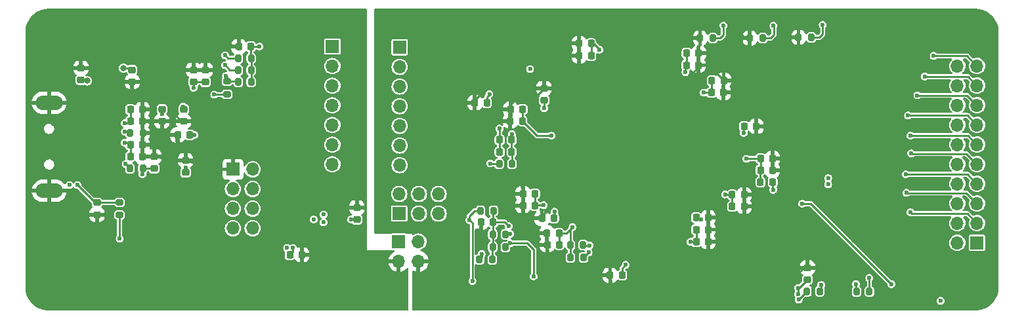
<source format=gbr>
%TF.GenerationSoftware,KiCad,Pcbnew,7.0.6-7.0.6~ubuntu20.04.1*%
%TF.CreationDate,2023-10-29T13:00:39+01:00*%
%TF.ProjectId,amurNutzlast,616d7572-4e75-4747-9a6c-6173742e6b69,rev?*%
%TF.SameCoordinates,Original*%
%TF.FileFunction,Copper,L4,Bot*%
%TF.FilePolarity,Positive*%
%FSLAX46Y46*%
G04 Gerber Fmt 4.6, Leading zero omitted, Abs format (unit mm)*
G04 Created by KiCad (PCBNEW 7.0.6-7.0.6~ubuntu20.04.1) date 2023-10-29 13:00:39*
%MOMM*%
%LPD*%
G01*
G04 APERTURE LIST*
G04 Aperture macros list*
%AMRoundRect*
0 Rectangle with rounded corners*
0 $1 Rounding radius*
0 $2 $3 $4 $5 $6 $7 $8 $9 X,Y pos of 4 corners*
0 Add a 4 corners polygon primitive as box body*
4,1,4,$2,$3,$4,$5,$6,$7,$8,$9,$2,$3,0*
0 Add four circle primitives for the rounded corners*
1,1,$1+$1,$2,$3*
1,1,$1+$1,$4,$5*
1,1,$1+$1,$6,$7*
1,1,$1+$1,$8,$9*
0 Add four rect primitives between the rounded corners*
20,1,$1+$1,$2,$3,$4,$5,0*
20,1,$1+$1,$4,$5,$6,$7,0*
20,1,$1+$1,$6,$7,$8,$9,0*
20,1,$1+$1,$8,$9,$2,$3,0*%
G04 Aperture macros list end*
%TA.AperFunction,ComponentPad*%
%ADD10R,1.700000X1.700000*%
%TD*%
%TA.AperFunction,ComponentPad*%
%ADD11O,1.700000X1.700000*%
%TD*%
%TA.AperFunction,ComponentPad*%
%ADD12O,3.500000X1.900000*%
%TD*%
%TA.AperFunction,SMDPad,CuDef*%
%ADD13RoundRect,0.225000X-0.225000X-0.250000X0.225000X-0.250000X0.225000X0.250000X-0.225000X0.250000X0*%
%TD*%
%TA.AperFunction,SMDPad,CuDef*%
%ADD14RoundRect,0.225000X0.250000X-0.225000X0.250000X0.225000X-0.250000X0.225000X-0.250000X-0.225000X0*%
%TD*%
%TA.AperFunction,SMDPad,CuDef*%
%ADD15RoundRect,0.225000X-0.250000X0.225000X-0.250000X-0.225000X0.250000X-0.225000X0.250000X0.225000X0*%
%TD*%
%TA.AperFunction,SMDPad,CuDef*%
%ADD16RoundRect,0.225000X0.225000X0.250000X-0.225000X0.250000X-0.225000X-0.250000X0.225000X-0.250000X0*%
%TD*%
%TA.AperFunction,SMDPad,CuDef*%
%ADD17RoundRect,0.200000X0.200000X0.275000X-0.200000X0.275000X-0.200000X-0.275000X0.200000X-0.275000X0*%
%TD*%
%TA.AperFunction,SMDPad,CuDef*%
%ADD18RoundRect,0.200000X-0.200000X-0.275000X0.200000X-0.275000X0.200000X0.275000X-0.200000X0.275000X0*%
%TD*%
%TA.AperFunction,SMDPad,CuDef*%
%ADD19RoundRect,0.200000X0.275000X-0.200000X0.275000X0.200000X-0.275000X0.200000X-0.275000X-0.200000X0*%
%TD*%
%TA.AperFunction,SMDPad,CuDef*%
%ADD20RoundRect,0.200000X-0.275000X0.200000X-0.275000X-0.200000X0.275000X-0.200000X0.275000X0.200000X0*%
%TD*%
%TA.AperFunction,SMDPad,CuDef*%
%ADD21RoundRect,0.218750X-0.218750X-0.256250X0.218750X-0.256250X0.218750X0.256250X-0.218750X0.256250X0*%
%TD*%
%TA.AperFunction,ViaPad*%
%ADD22C,0.600000*%
%TD*%
%TA.AperFunction,ViaPad*%
%ADD23C,0.800000*%
%TD*%
%TA.AperFunction,Conductor*%
%ADD24C,0.250000*%
%TD*%
G04 APERTURE END LIST*
D10*
%TO.P,J7,1,Pin_1*%
%TO.N,/fpga/FTDI_DCD*%
X98275000Y-34980000D03*
D11*
%TO.P,J7,2,Pin_2*%
%TO.N,/fpga/FTDI_DSR*%
X98275000Y-37520000D03*
%TO.P,J7,3,Pin_3*%
%TO.N,/fpga/FTDI_DTR*%
X98275000Y-40060000D03*
%TO.P,J7,4,Pin_4*%
%TO.N,/fpga/FTDI_CTS*%
X98275000Y-42600000D03*
%TO.P,J7,5,Pin_5*%
%TO.N,/fpga/FTDI_RTS*%
X98275000Y-45140000D03*
%TO.P,J7,6,Pin_6*%
%TO.N,/fpga/FTDI_TX*%
X98275000Y-47680000D03*
%TO.P,J7,7,Pin_7*%
%TO.N,/fpga/FTDI_RX*%
X98275000Y-50220000D03*
%TD*%
D10*
%TO.P,J5,1,Pin_1*%
%TO.N,/ftdi/DCD*%
X89595000Y-34879000D03*
D11*
%TO.P,J5,2,Pin_2*%
%TO.N,/ftdi/DSR*%
X89595000Y-37419000D03*
%TO.P,J5,3,Pin_3*%
%TO.N,/ftdi/DTR*%
X89595000Y-39959000D03*
%TO.P,J5,4,Pin_4*%
%TO.N,/ftdi/CTS*%
X89595000Y-42499000D03*
%TO.P,J5,5,Pin_5*%
%TO.N,/ftdi/RTS*%
X89595000Y-45039000D03*
%TO.P,J5,6,Pin_6*%
%TO.N,/ftdi/TX*%
X89595000Y-47579000D03*
%TO.P,J5,7,Pin_7*%
%TO.N,/ftdi/RX*%
X89595000Y-50119000D03*
%TD*%
D10*
%TO.P,J1,1,Pin_1*%
%TO.N,/MISO*%
X98225000Y-56475000D03*
D11*
%TO.P,J1,2,Pin_2*%
%TO.N,/ICE_CDONE*%
X98225000Y-53935000D03*
%TO.P,J1,3,Pin_3*%
%TO.N,/SS*%
X100765000Y-56475000D03*
%TO.P,J1,4,Pin_4*%
%TO.N,/ICE_CREST*%
X100765000Y-53935000D03*
%TO.P,J1,5,Pin_5*%
%TO.N,/MOSI*%
X103305000Y-56475000D03*
%TO.P,J1,6,Pin_6*%
%TO.N,/SCL*%
X103305000Y-53935000D03*
%TD*%
D10*
%TO.P,J4,1,Pin_1*%
%TO.N,GND1*%
X76768000Y-50759000D03*
D11*
%TO.P,J4,2,Pin_2*%
%TO.N,+3.3VP*%
X79308000Y-50759000D03*
%TO.P,J4,3,Pin_3*%
%TO.N,/ftdi/ICE_CREST*%
X76768000Y-53299000D03*
%TO.P,J4,4,Pin_4*%
%TO.N,/ftdi/ICE_CLK*%
X79308000Y-53299000D03*
%TO.P,J4,5,Pin_5*%
%TO.N,/ftdi/ICE_CDONE*%
X76768000Y-55839000D03*
%TO.P,J4,6,Pin_6*%
%TO.N,/ftdi/ICE_MOSI*%
X79308000Y-55839000D03*
%TO.P,J4,7,Pin_7*%
%TO.N,/ftdi/ICE_SS*%
X76768000Y-58379000D03*
%TO.P,J4,8,Pin_8*%
%TO.N,/ftdi/ICE_MISO*%
X79308000Y-58379000D03*
%TD*%
D10*
%TO.P,J8,1,Pin_1*%
%TO.N,/fpga/PIO1*%
X172750000Y-60260000D03*
D11*
%TO.P,J8,2,Pin_2*%
%TO.N,/fpga/PIO2*%
X170210000Y-60260000D03*
%TO.P,J8,3,Pin_3*%
%TO.N,/fpga/PIO3*%
X172750000Y-57720000D03*
%TO.P,J8,4,Pin_4*%
%TO.N,/fpga/PIO4*%
X170210000Y-57720000D03*
%TO.P,J8,5,Pin_5*%
%TO.N,/fpga/PIO5*%
X172750000Y-55180000D03*
%TO.P,J8,6,Pin_6*%
%TO.N,/fpga/PIO6*%
X170210000Y-55180000D03*
%TO.P,J8,7,Pin_7*%
%TO.N,/fpga/PIO7*%
X172750000Y-52640000D03*
%TO.P,J8,8,Pin_8*%
%TO.N,/fpga/PIO8*%
X170210000Y-52640000D03*
%TO.P,J8,9,Pin_9*%
%TO.N,/fpga/PIO9*%
X172750000Y-50100000D03*
%TO.P,J8,10,Pin_10*%
%TO.N,/fpga/PIO10*%
X170210000Y-50100000D03*
%TO.P,J8,11,Pin_11*%
%TO.N,/fpga/PIO11*%
X172750000Y-47560000D03*
%TO.P,J8,12,Pin_12*%
%TO.N,/fpga/PIO12*%
X170210000Y-47560000D03*
%TO.P,J8,13,Pin_13*%
%TO.N,/fpga/PIO13*%
X172750000Y-45020000D03*
%TO.P,J8,14,Pin_14*%
%TO.N,/fpga/PIO14*%
X170210000Y-45020000D03*
%TO.P,J8,15,Pin_15*%
%TO.N,/fpga/PIO15*%
X172750000Y-42480000D03*
%TO.P,J8,16,Pin_16*%
%TO.N,/fpga/PIO16*%
X170210000Y-42480000D03*
%TO.P,J8,17,Pin_17*%
%TO.N,/fpga/PIO17*%
X172750000Y-39940000D03*
%TO.P,J8,18,Pin_18*%
%TO.N,/fpga/PIO18*%
X170210000Y-39940000D03*
%TO.P,J8,19,Pin_19*%
%TO.N,/fpga/PIO19*%
X172750000Y-37400000D03*
%TO.P,J8,20,Pin_20*%
%TO.N,/fpga/PIO20*%
X170210000Y-37400000D03*
%TD*%
D12*
%TO.P,J6,5,Shield*%
%TO.N,GND1*%
X53061000Y-53538000D03*
X53061000Y-42138000D03*
%TD*%
D10*
%TO.P,J2,1,Pin_1*%
%TO.N,VBUS*%
X98160000Y-60100000D03*
D11*
%TO.P,J2,2,Pin_2*%
%TO.N,+5V*%
X100700000Y-60100000D03*
%TO.P,J2,3,Pin_3*%
%TO.N,GND1*%
X98160000Y-62640000D03*
%TO.P,J2,4,Pin_4*%
%TO.N,GND*%
X100700000Y-62640000D03*
%TD*%
D13*
%TO.P,C44,1*%
%TO.N,+3.3V*%
X141175000Y-55550000D03*
%TO.P,C44,2*%
%TO.N,GND*%
X142725000Y-55550000D03*
%TD*%
D14*
%TO.P,C35,1*%
%TO.N,+1V8*%
X73212000Y-39469000D03*
%TO.P,C35,2*%
%TO.N,GND1*%
X73212000Y-37919000D03*
%TD*%
D13*
%TO.P,C2,1*%
%TO.N,+3.3V*%
X138525000Y-39250000D03*
%TO.P,C2,2*%
%TO.N,GND*%
X140075000Y-39250000D03*
%TD*%
%TO.P,C17,1*%
%TO.N,Net-(D1-K)*%
X144825000Y-50850000D03*
%TO.P,C17,2*%
%TO.N,GND*%
X146375000Y-50850000D03*
%TD*%
D15*
%TO.P,C37,1*%
%TO.N,Net-(U4-OSCI)*%
X63772000Y-37891000D03*
%TO.P,C37,2*%
%TO.N,GND1*%
X63772000Y-39441000D03*
%TD*%
D16*
%TO.P,C7,1*%
%TO.N,+3.3V*%
X122975000Y-34500000D03*
%TO.P,C7,2*%
%TO.N,GND*%
X121425000Y-34500000D03*
%TD*%
D17*
%TO.P,R22,1*%
%TO.N,+3.3VP*%
X79117000Y-36408000D03*
%TO.P,R22,2*%
%TO.N,/ftdi/CS_FTDI*%
X77467000Y-36408000D03*
%TD*%
D13*
%TO.P,C33,1*%
%TO.N,+3.3VP*%
X63547000Y-47584000D03*
%TO.P,C33,2*%
%TO.N,GND1*%
X65097000Y-47584000D03*
%TD*%
D17*
%TO.P,R20,1*%
%TO.N,+3.3VP*%
X79117000Y-37932000D03*
%TO.P,R20,2*%
%TO.N,Net-(U4-EECLK)*%
X77467000Y-37932000D03*
%TD*%
%TO.P,R6,1*%
%TO.N,Net-(D2-K)*%
X138675000Y-33800000D03*
%TO.P,R6,2*%
%TO.N,GND*%
X137025000Y-33800000D03*
%TD*%
%TO.P,R4,1*%
%TO.N,Net-(D4-K)*%
X151375000Y-33700000D03*
%TO.P,R4,2*%
%TO.N,GND*%
X149725000Y-33700000D03*
%TD*%
%TO.P,R21,1*%
%TO.N,+3.3VP*%
X79117000Y-39456000D03*
%TO.P,R21,2*%
%TO.N,Net-(U4-EEDATA)*%
X77467000Y-39456000D03*
%TD*%
%TO.P,R15,1*%
%TO.N,+3.3V*%
X110375000Y-56100000D03*
%TO.P,R15,2*%
%TO.N,/SS*%
X108725000Y-56100000D03*
%TD*%
D13*
%TO.P,C14,1*%
%TO.N,+1V2*%
X136525000Y-57000000D03*
%TO.P,C14,2*%
%TO.N,GND*%
X138075000Y-57000000D03*
%TD*%
D17*
%TO.P,R7,1*%
%TO.N,+5V*%
X158865000Y-66562500D03*
%TO.P,R7,2*%
%TO.N,Net-(U2-PWRGD1)*%
X157215000Y-66562500D03*
%TD*%
%TO.P,R16,1*%
%TO.N,+3.3V*%
X110225000Y-62400000D03*
%TO.P,R16,2*%
%TO.N,Net-(U6-IO2)*%
X108575000Y-62400000D03*
%TD*%
D16*
%TO.P,C11,1*%
%TO.N,Net-(U1E-VCCPLL)*%
X112725000Y-46950000D03*
%TO.P,C11,2*%
%TO.N,GNDD*%
X111175000Y-46950000D03*
%TD*%
%TO.P,C5,1*%
%TO.N,+3.3V*%
X115725000Y-53900000D03*
%TO.P,C5,2*%
%TO.N,GND*%
X114175000Y-53900000D03*
%TD*%
D13*
%TO.P,C41,1*%
%TO.N,+3.3V*%
X135300000Y-35750000D03*
%TO.P,C41,2*%
%TO.N,GND*%
X136850000Y-35750000D03*
%TD*%
%TO.P,C16,1*%
%TO.N,Net-(D1-K)*%
X144825000Y-49350000D03*
%TO.P,C16,2*%
%TO.N,GND*%
X146375000Y-49350000D03*
%TD*%
D14*
%TO.P,C15,1*%
%TO.N,+1V2*%
X116900000Y-41825000D03*
%TO.P,C15,2*%
%TO.N,GND*%
X116900000Y-40275000D03*
%TD*%
D16*
%TO.P,C48,1*%
%TO.N,+3.3V*%
X114125000Y-43000000D03*
%TO.P,C48,2*%
%TO.N,GND*%
X112575000Y-43000000D03*
%TD*%
D18*
%TO.P,R8,1*%
%TO.N,+5V*%
X150815000Y-66512500D03*
%TO.P,R8,2*%
%TO.N,Net-(U2-PWRGD2)*%
X152465000Y-66512500D03*
%TD*%
%TO.P,R1,1*%
%TO.N,+1V2*%
X111125000Y-50050000D03*
%TO.P,R1,2*%
%TO.N,Net-(U1E-VCCPLL)*%
X112775000Y-50050000D03*
%TD*%
%TO.P,R18,1*%
%TO.N,+3.3V*%
X110275000Y-60800000D03*
%TO.P,R18,2*%
%TO.N,/SCL*%
X111925000Y-60800000D03*
%TD*%
%TO.P,R2,1*%
%TO.N,+3.3V*%
X120325000Y-62150000D03*
%TO.P,R2,2*%
%TO.N,/ICE_CREST*%
X121975000Y-62150000D03*
%TD*%
D16*
%TO.P,C8,1*%
%TO.N,+3.3V*%
X122975000Y-36100000D03*
%TO.P,C8,2*%
%TO.N,GND*%
X121425000Y-36100000D03*
%TD*%
%TO.P,C28,1*%
%TO.N,+3.3VP*%
X71193000Y-46314000D03*
%TO.P,C28,2*%
%TO.N,GND1*%
X69643000Y-46314000D03*
%TD*%
%TO.P,C24,1*%
%TO.N,+3.3V*%
X110325000Y-57600000D03*
%TO.P,C24,2*%
%TO.N,GND*%
X108775000Y-57600000D03*
%TD*%
D17*
%TO.P,R23,1*%
%TO.N,GND1*%
X65147000Y-46060000D03*
%TO.P,R23,2*%
%TO.N,Net-(U4-REF)*%
X63497000Y-46060000D03*
%TD*%
%TO.P,R5,1*%
%TO.N,Net-(D3-K)*%
X145100000Y-33800000D03*
%TO.P,R5,2*%
%TO.N,GND*%
X143450000Y-33800000D03*
%TD*%
D16*
%TO.P,C49,1*%
%TO.N,+3.3V*%
X114100000Y-44500000D03*
%TO.P,C49,2*%
%TO.N,GND*%
X112550000Y-44500000D03*
%TD*%
%TO.P,C18,1*%
%TO.N,+3.3V*%
X109525000Y-42150000D03*
%TO.P,C18,2*%
%TO.N,GND*%
X107975000Y-42150000D03*
%TD*%
D18*
%TO.P,R24,1*%
%TO.N,Net-(U4-~{RESET})*%
X63497000Y-50632000D03*
%TO.P,R24,2*%
%TO.N,+3.3VP*%
X65147000Y-50632000D03*
%TD*%
D14*
%TO.P,C27,1*%
%TO.N,+3.3VP*%
X66608000Y-50645000D03*
%TO.P,C27,2*%
%TO.N,GND1*%
X66608000Y-49095000D03*
%TD*%
D16*
%TO.P,C10,1*%
%TO.N,Net-(U1E-VCCPLL)*%
X112725000Y-48500000D03*
%TO.P,C10,2*%
%TO.N,GNDD*%
X111175000Y-48500000D03*
%TD*%
D13*
%TO.P,C12,1*%
%TO.N,+1V2*%
X142725000Y-45200000D03*
%TO.P,C12,2*%
%TO.N,GND*%
X144275000Y-45200000D03*
%TD*%
%TO.P,C3,1*%
%TO.N,+3.3V*%
X136523008Y-60123050D03*
%TO.P,C3,2*%
%TO.N,GND*%
X138073008Y-60123050D03*
%TD*%
D14*
%TO.P,C43,1*%
%TO.N,+3.3VP*%
X92770000Y-57249000D03*
%TO.P,C43,2*%
%TO.N,GND1*%
X92770000Y-55699000D03*
%TD*%
%TO.P,C23,1*%
%TO.N,+5V*%
X150880000Y-65015000D03*
%TO.P,C23,2*%
%TO.N,GND*%
X150880000Y-63465000D03*
%TD*%
D19*
%TO.P,R19,1*%
%TO.N,Net-(U5-DO)*%
X76006000Y-41043000D03*
%TO.P,R19,2*%
%TO.N,Net-(U4-EEDATA)*%
X76006000Y-39393000D03*
%TD*%
D13*
%TO.P,C32,1*%
%TO.N,+3.3VP*%
X63547000Y-49108000D03*
%TO.P,C32,2*%
%TO.N,GND1*%
X65097000Y-49108000D03*
%TD*%
D15*
%TO.P,C29,1*%
%TO.N,+3.3VP*%
X67624000Y-42999000D03*
%TO.P,C29,2*%
%TO.N,GND1*%
X67624000Y-44549000D03*
%TD*%
D13*
%TO.P,C1,1*%
%TO.N,+3.3V*%
X138500000Y-40850000D03*
%TO.P,C1,2*%
%TO.N,GND*%
X140050000Y-40850000D03*
%TD*%
D16*
%TO.P,C25,1*%
%TO.N,+3.3VP*%
X79067000Y-34884000D03*
%TO.P,C25,2*%
%TO.N,GND1*%
X77517000Y-34884000D03*
%TD*%
D20*
%TO.P,R27,1*%
%TO.N,VBUS*%
X62163000Y-55014000D03*
%TO.P,R27,2*%
%TO.N,Net-(D6-A)*%
X62163000Y-56664000D03*
%TD*%
D15*
%TO.P,C42,1*%
%TO.N,VBUS*%
X59242000Y-55064000D03*
%TO.P,C42,2*%
%TO.N,GND1*%
X59242000Y-56614000D03*
%TD*%
D16*
%TO.P,C46,1*%
%TO.N,+3.3V*%
X118825000Y-59000000D03*
%TO.P,C46,2*%
%TO.N,GND*%
X117275000Y-59000000D03*
%TD*%
D14*
%TO.P,C26,1*%
%TO.N,+3.3VP*%
X70672000Y-51153000D03*
%TO.P,C26,2*%
%TO.N,GND1*%
X70672000Y-49603000D03*
%TD*%
D18*
%TO.P,R17,1*%
%TO.N,+3.3V*%
X110275000Y-59150000D03*
%TO.P,R17,2*%
%TO.N,Net-(U6-IO3)*%
X111925000Y-59150000D03*
%TD*%
D14*
%TO.P,C38,1*%
%TO.N,Net-(U4-OSCO)*%
X57168000Y-39200000D03*
%TO.P,C38,2*%
%TO.N,GND1*%
X57168000Y-37650000D03*
%TD*%
D13*
%TO.P,C30,1*%
%TO.N,+3.3VP*%
X63547000Y-43012000D03*
%TO.P,C30,2*%
%TO.N,GND1*%
X65097000Y-43012000D03*
%TD*%
%TO.P,C4,1*%
%TO.N,+3.3V*%
X136525000Y-58550000D03*
%TO.P,C4,2*%
%TO.N,GND*%
X138075000Y-58550000D03*
%TD*%
D16*
%TO.P,C9,1*%
%TO.N,+3.3V*%
X126975000Y-64450000D03*
%TO.P,C9,2*%
%TO.N,GND*%
X125425000Y-64450000D03*
%TD*%
%TO.P,C47,1*%
%TO.N,+3.3V*%
X118850000Y-60510000D03*
%TO.P,C47,2*%
%TO.N,GND*%
X117300000Y-60510000D03*
%TD*%
D14*
%TO.P,C36,1*%
%TO.N,+1V8*%
X71688000Y-39469000D03*
%TO.P,C36,2*%
%TO.N,GND1*%
X71688000Y-37919000D03*
%TD*%
D13*
%TO.P,C39,1*%
%TO.N,VBUS*%
X84121000Y-61808000D03*
%TO.P,C39,2*%
%TO.N,GND1*%
X85671000Y-61808000D03*
%TD*%
%TO.P,C45,1*%
%TO.N,+3.3V*%
X141175000Y-54050000D03*
%TO.P,C45,2*%
%TO.N,GND*%
X142725000Y-54050000D03*
%TD*%
%TO.P,C40,1*%
%TO.N,+3.3V*%
X135250000Y-37300000D03*
%TO.P,C40,2*%
%TO.N,GND*%
X136800000Y-37300000D03*
%TD*%
D16*
%TO.P,C13,1*%
%TO.N,+1V2*%
X118175000Y-57100000D03*
%TO.P,C13,2*%
%TO.N,GND*%
X116625000Y-57100000D03*
%TD*%
%TO.P,C6,1*%
%TO.N,+3.3V*%
X115725000Y-55450000D03*
%TO.P,C6,2*%
%TO.N,GND*%
X114175000Y-55450000D03*
%TD*%
D21*
%TO.P,D1,1,K*%
%TO.N,Net-(D1-K)*%
X144812500Y-52400000D03*
%TO.P,D1,2,A*%
%TO.N,+3.3V*%
X146387500Y-52400000D03*
%TD*%
D17*
%TO.P,R3,1*%
%TO.N,/ICE_CDONE*%
X121950000Y-60550000D03*
%TO.P,R3,2*%
%TO.N,+3.3V*%
X120300000Y-60550000D03*
%TD*%
D13*
%TO.P,C31,1*%
%TO.N,+3.3VP*%
X63547000Y-44536000D03*
%TO.P,C31,2*%
%TO.N,GND1*%
X65097000Y-44536000D03*
%TD*%
D15*
%TO.P,C34,1*%
%TO.N,+3.3VP*%
X70418000Y-42999000D03*
%TO.P,C34,2*%
%TO.N,GND1*%
X70418000Y-44549000D03*
%TD*%
D22*
%TO.N,+1V2*%
X150200000Y-55200000D03*
X161700000Y-65600000D03*
%TO.N,GND1*%
X60236500Y-48513500D03*
%TO.N,+3.3V*%
X168050000Y-67750000D03*
%TO.N,GND*%
X174000000Y-65800000D03*
X121150000Y-58950000D03*
X126700000Y-60550000D03*
X135150000Y-59050000D03*
X130250000Y-37300000D03*
X126307436Y-37227301D03*
X121200000Y-38750000D03*
X121750000Y-38200000D03*
X121400000Y-37100000D03*
%TO.N,+3.3V*%
X115100000Y-37800000D03*
%TO.N,GND*%
X115800000Y-42600000D03*
X109050000Y-40750000D03*
X113150000Y-41800000D03*
X108450000Y-58650000D03*
X148750000Y-65150000D03*
X137000000Y-30850000D03*
X142250000Y-33150000D03*
X148600000Y-33550000D03*
X145300000Y-45200000D03*
X137200000Y-40100000D03*
X135402825Y-38958475D03*
X154750000Y-56200000D03*
X154950000Y-65500000D03*
X154850000Y-57400000D03*
X160350000Y-61600000D03*
X147850000Y-59900000D03*
X146350000Y-48300000D03*
%TO.N,+3.3V*%
X146450000Y-53400000D03*
%TO.N,GND*%
X142750000Y-53100000D03*
X138050000Y-61100000D03*
X125450000Y-65300000D03*
X117150000Y-56200000D03*
X117350000Y-61400000D03*
X114150000Y-52900000D03*
X106550000Y-63400000D03*
%TO.N,+3.3V*%
X135800000Y-60150000D03*
X153550000Y-52700000D03*
X112350000Y-58095000D03*
X135150000Y-38200000D03*
X117850000Y-46400000D03*
X116850000Y-55400000D03*
X140250000Y-54000000D03*
X137500000Y-40850000D03*
X127450000Y-63100000D03*
X120583884Y-58233884D03*
X109850000Y-41050000D03*
X124050000Y-35300000D03*
X153550000Y-51900000D03*
%TO.N,Net-(U1E-VCCPLL)*%
X112750000Y-46200000D03*
%TO.N,GNDD*%
X111150000Y-45500000D03*
%TO.N,+1V2*%
X109950000Y-50000000D03*
X118250000Y-56250000D03*
X142650000Y-46050000D03*
X116900000Y-42850000D03*
X137125500Y-57250000D03*
%TO.N,Net-(D1-K)*%
X143000000Y-49400000D03*
%TO.N,Net-(D6-A)*%
X62175000Y-59725000D03*
%TO.N,+3.3VP*%
X67620088Y-43599500D03*
X88452000Y-56601000D03*
X70383735Y-42643614D03*
X88452000Y-57617000D03*
X71812279Y-46314714D03*
X70700000Y-50552500D03*
X65084000Y-51394000D03*
X87182000Y-57236000D03*
X62798000Y-47330000D03*
X62808349Y-44799990D03*
X80197000Y-34884000D03*
X92008000Y-57236000D03*
%TO.N,+1V8*%
X71688000Y-40218000D03*
D23*
%TO.N,Net-(U4-OSCI)*%
X62671000Y-37678000D03*
%TO.N,Net-(U4-OSCO)*%
X57972000Y-39329000D03*
D22*
%TO.N,VBUS*%
X55686000Y-52791000D03*
X83753000Y-60919000D03*
X56702000Y-52791000D03*
X84515000Y-60919000D03*
%TO.N,Net-(D2-K)*%
X140050000Y-32200000D03*
%TO.N,Net-(D3-K)*%
X146500000Y-32200000D03*
%TO.N,Net-(D4-K)*%
X152850000Y-32100000D03*
%TO.N,/ICE_CREST*%
X122650000Y-61500000D03*
%TO.N,/ICE_CDONE*%
X122750000Y-60600000D03*
%TO.N,/SCL*%
X115550000Y-64600000D03*
X112550000Y-60300000D03*
%TO.N,/SS*%
X107650000Y-65200000D03*
X107250000Y-57300000D03*
%TO.N,/fpga/PIO3*%
X164150000Y-56300000D03*
%TO.N,/fpga/PIO5*%
X163650000Y-53800000D03*
%TO.N,/fpga/PIO7*%
X163550000Y-51400000D03*
%TO.N,/fpga/PIO9*%
X164250000Y-48700000D03*
%TO.N,/fpga/PIO11*%
X164150000Y-46400000D03*
%TO.N,/fpga/PIO13*%
X163850000Y-43800000D03*
%TO.N,/fpga/PIO15*%
X165050000Y-41200000D03*
%TO.N,/fpga/PIO17*%
X166000000Y-38750000D03*
%TO.N,/fpga/PIO19*%
X167150000Y-36100000D03*
%TO.N,Net-(U2-PWRGD1)*%
X157150000Y-65600000D03*
%TO.N,Net-(U2-PWRGD2)*%
X152650000Y-65700000D03*
%TO.N,Net-(U6-IO2)*%
X108850000Y-61700000D03*
%TO.N,Net-(U6-IO3)*%
X112550000Y-59100000D03*
%TO.N,Net-(U5-DO)*%
X74355000Y-41107000D03*
%TO.N,Net-(U4-EEDATA)*%
X75879000Y-38694000D03*
%TO.N,Net-(U4-EECLK)*%
X75752000Y-37297000D03*
%TO.N,/ftdi/CS_FTDI*%
X75752000Y-36027000D03*
%TO.N,Net-(U4-REF)*%
X62846002Y-45895123D03*
%TO.N,Net-(U4-~{RESET})*%
X62942936Y-50078325D03*
%TO.N,GND1*%
X67800000Y-51175000D03*
X69375000Y-43750000D03*
X81175000Y-39575000D03*
X57875000Y-52125000D03*
X61725000Y-42300000D03*
X60200000Y-50325000D03*
X67650000Y-49175000D03*
X60175000Y-45150000D03*
X60175000Y-49350000D03*
X69550000Y-47000000D03*
X66300000Y-46075000D03*
X70150000Y-39900000D03*
X81400000Y-34850000D03*
X76450000Y-34700000D03*
X69700000Y-50500000D03*
X55811000Y-43425000D03*
X67625000Y-45775000D03*
X66325000Y-47575000D03*
X60425000Y-56575000D03*
X92775000Y-54400000D03*
X64250000Y-51475000D03*
X70525000Y-37921500D03*
X57475000Y-44350000D03*
X85950000Y-56025000D03*
X57850000Y-52775000D03*
X58075000Y-37675000D03*
X66300000Y-42975000D03*
X74550000Y-43850000D03*
X62750000Y-39400000D03*
X63050000Y-59800000D03*
X71700000Y-49775000D03*
X85785502Y-59840000D03*
X69325000Y-42775000D03*
X66275000Y-45033500D03*
%TO.N,+5V*%
X149650000Y-66900000D03*
X149650000Y-66100000D03*
X158850000Y-64800000D03*
X149750000Y-67600000D03*
%TD*%
D24*
%TO.N,+1V2*%
X151300000Y-55200000D02*
X150200000Y-55200000D01*
X161700000Y-65600000D02*
X151300000Y-55200000D01*
%TO.N,GND1*%
X71688000Y-37919000D02*
X73212000Y-37919000D01*
%TO.N,+3.3VP*%
X70672000Y-50580500D02*
X70672000Y-51153000D01*
X70700000Y-50552500D02*
X70672000Y-50580500D01*
X67620088Y-43599500D02*
X67624000Y-43595588D01*
X67624000Y-43595588D02*
X67624000Y-42999000D01*
%TO.N,GND*%
X121425000Y-37075000D02*
X121400000Y-37100000D01*
X121425000Y-36100000D02*
X121425000Y-37075000D01*
X121425000Y-34500000D02*
X121425000Y-36100000D01*
X115800000Y-41375000D02*
X115800000Y-42600000D01*
X116900000Y-40275000D02*
X115800000Y-41375000D01*
X107975000Y-41825000D02*
X109050000Y-40750000D01*
X107975000Y-42150000D02*
X107975000Y-41825000D01*
X112575000Y-42375000D02*
X113150000Y-41800000D01*
X112575000Y-43000000D02*
X112575000Y-42375000D01*
X112550000Y-44500000D02*
X112550000Y-43025000D01*
X112550000Y-43025000D02*
X112575000Y-43000000D01*
X108775000Y-58325000D02*
X108450000Y-58650000D01*
X108775000Y-57600000D02*
X108775000Y-58325000D01*
X150435000Y-63465000D02*
X148750000Y-65150000D01*
X150880000Y-63465000D02*
X150435000Y-63465000D01*
X137000000Y-33775000D02*
X137000000Y-30850000D01*
X137025000Y-33800000D02*
X137000000Y-33775000D01*
X142900000Y-33800000D02*
X142250000Y-33150000D01*
X143450000Y-33800000D02*
X142900000Y-33800000D01*
X148750000Y-33700000D02*
X148600000Y-33550000D01*
X149725000Y-33700000D02*
X148750000Y-33700000D01*
X144275000Y-45200000D02*
X145300000Y-45200000D01*
X137200000Y-39300000D02*
X137200000Y-40100000D01*
X138050000Y-38450000D02*
X137200000Y-39300000D01*
X139275000Y-38450000D02*
X138050000Y-38450000D01*
X140075000Y-39250000D02*
X139275000Y-38450000D01*
X140075000Y-39250000D02*
X140075000Y-40825000D01*
X140075000Y-40825000D02*
X140050000Y-40850000D01*
X136800000Y-37561300D02*
X135402825Y-38958475D01*
X136800000Y-37300000D02*
X136800000Y-37561300D01*
X136850000Y-35750000D02*
X136850000Y-37250000D01*
X136850000Y-37250000D02*
X136800000Y-37300000D01*
X146375000Y-48325000D02*
X146350000Y-48300000D01*
X146375000Y-49350000D02*
X146375000Y-48325000D01*
X146375000Y-50850000D02*
X146375000Y-49350000D01*
%TO.N,+3.3V*%
X146387500Y-53337500D02*
X146450000Y-53400000D01*
X146387500Y-52400000D02*
X146387500Y-53337500D01*
%TO.N,GND*%
X142725000Y-53125000D02*
X142750000Y-53100000D01*
X142725000Y-54050000D02*
X142725000Y-53125000D01*
X142725000Y-55550000D02*
X142725000Y-54050000D01*
X138073008Y-61076992D02*
X138050000Y-61100000D01*
X138073008Y-60123050D02*
X138073008Y-61076992D01*
X138075000Y-58550000D02*
X138075000Y-60121058D01*
X138075000Y-60121058D02*
X138073008Y-60123050D01*
X138075000Y-57000000D02*
X138075000Y-58550000D01*
X125425000Y-65275000D02*
X125450000Y-65300000D01*
X125425000Y-64450000D02*
X125425000Y-65275000D01*
X116625000Y-56725000D02*
X117150000Y-56200000D01*
X116625000Y-57100000D02*
X116625000Y-56725000D01*
X117300000Y-61350000D02*
X117350000Y-61400000D01*
X117300000Y-60510000D02*
X117300000Y-61350000D01*
X117275000Y-59000000D02*
X117275000Y-60485000D01*
X117275000Y-60485000D02*
X117300000Y-60510000D01*
X114175000Y-52925000D02*
X114150000Y-52900000D01*
X114175000Y-53900000D02*
X114175000Y-52925000D01*
X114175000Y-53900000D02*
X114175000Y-55450000D01*
%TO.N,+3.3V*%
X110225000Y-60850000D02*
X110275000Y-60800000D01*
X135150000Y-37400000D02*
X135250000Y-37300000D01*
X110225000Y-62400000D02*
X110225000Y-60850000D01*
X136496058Y-60150000D02*
X136523008Y-60123050D01*
X136523008Y-60123050D02*
X136523008Y-58551992D01*
X122975000Y-36100000D02*
X122975000Y-34500000D01*
X116000000Y-46400000D02*
X114100000Y-44500000D01*
X118850000Y-59025000D02*
X118825000Y-59000000D01*
X114100000Y-44500000D02*
X114100000Y-43025000D01*
X138500000Y-39275000D02*
X138525000Y-39250000D01*
X109525000Y-41375000D02*
X109850000Y-41050000D01*
X135150000Y-38200000D02*
X135150000Y-37400000D01*
X111855000Y-57600000D02*
X112350000Y-58095000D01*
X109525000Y-42150000D02*
X109525000Y-41375000D01*
X123300000Y-34500000D02*
X122975000Y-34500000D01*
X118850000Y-60510000D02*
X118850000Y-59025000D01*
X114100000Y-43025000D02*
X114125000Y-43000000D01*
X115775000Y-55400000D02*
X115725000Y-55450000D01*
X116850000Y-55400000D02*
X115775000Y-55400000D01*
X120325000Y-60575000D02*
X120300000Y-60550000D01*
X115725000Y-55450000D02*
X115725000Y-53900000D01*
X110325000Y-56150000D02*
X110325000Y-57600000D01*
X110375000Y-56100000D02*
X110325000Y-56150000D01*
X141175000Y-54050000D02*
X141175000Y-55550000D01*
X141125000Y-54000000D02*
X141175000Y-54050000D01*
X127450000Y-63100000D02*
X126975000Y-63575000D01*
X137500000Y-40850000D02*
X138500000Y-40850000D01*
X120300000Y-58517768D02*
X120583884Y-58233884D01*
X120300000Y-60550000D02*
X120300000Y-58517768D01*
X118825000Y-59000000D02*
X119817768Y-59000000D01*
X110325000Y-57600000D02*
X110325000Y-59100000D01*
X126975000Y-63575000D02*
X126975000Y-64450000D01*
X136523008Y-58551992D02*
X136525000Y-58550000D01*
X119817768Y-59000000D02*
X120583884Y-58233884D01*
X135800000Y-60150000D02*
X136496058Y-60150000D01*
X110325000Y-57600000D02*
X111855000Y-57600000D01*
X124050000Y-35250000D02*
X123300000Y-34500000D01*
X135250000Y-35800000D02*
X135300000Y-35750000D01*
X140250000Y-54000000D02*
X141125000Y-54000000D01*
X110275000Y-60800000D02*
X110275000Y-59150000D01*
X117850000Y-46400000D02*
X116000000Y-46400000D01*
X110475000Y-56100000D02*
X110375000Y-56100000D01*
X120325000Y-62150000D02*
X120325000Y-60575000D01*
X138500000Y-40850000D02*
X138500000Y-39275000D01*
X110325000Y-59100000D02*
X110275000Y-59150000D01*
X135250000Y-37300000D02*
X135250000Y-35800000D01*
X124050000Y-35300000D02*
X124050000Y-35250000D01*
%TO.N,Net-(U1E-VCCPLL)*%
X112775000Y-50050000D02*
X112775000Y-48550000D01*
X112750000Y-46925000D02*
X112725000Y-46950000D01*
X112750000Y-46200000D02*
X112750000Y-46925000D01*
X112775000Y-48550000D02*
X112725000Y-48500000D01*
X112725000Y-48500000D02*
X112725000Y-46950000D01*
%TO.N,GNDD*%
X111175000Y-46950000D02*
X111175000Y-48500000D01*
X111150000Y-46925000D02*
X111175000Y-46950000D01*
X111150000Y-45500000D02*
X111150000Y-46925000D01*
%TO.N,+1V2*%
X142650000Y-46050000D02*
X142650000Y-45275000D01*
X116900000Y-41825000D02*
X116900000Y-42850000D01*
X110000000Y-50050000D02*
X111125000Y-50050000D01*
X109950000Y-50000000D02*
X110000000Y-50050000D01*
X118250000Y-57025000D02*
X118175000Y-57100000D01*
X142650000Y-45275000D02*
X142725000Y-45200000D01*
X137125500Y-57250000D02*
X136775000Y-57250000D01*
X136775000Y-57250000D02*
X136525000Y-57000000D01*
X118250000Y-56250000D02*
X118250000Y-57025000D01*
%TO.N,Net-(D1-K)*%
X144812500Y-52400000D02*
X144812500Y-50862500D01*
X144825000Y-50850000D02*
X144825000Y-49350000D01*
X143000000Y-49400000D02*
X143050000Y-49350000D01*
X144812500Y-50862500D02*
X144825000Y-50850000D01*
X143050000Y-49350000D02*
X144825000Y-49350000D01*
%TO.N,Net-(D6-A)*%
X62163000Y-56664000D02*
X62163000Y-59713000D01*
X62163000Y-59713000D02*
X62175000Y-59725000D01*
%TO.N,+3.3VP*%
X65084000Y-50695000D02*
X65147000Y-50632000D01*
X79117000Y-37932000D02*
X79117000Y-39456000D01*
X71193714Y-46314714D02*
X71193000Y-46314000D01*
X65084000Y-51394000D02*
X65084000Y-50695000D01*
X65160000Y-50645000D02*
X65147000Y-50632000D01*
X79067000Y-34884000D02*
X79067000Y-36358000D01*
X92757000Y-57236000D02*
X92770000Y-57249000D01*
X66608000Y-50645000D02*
X65160000Y-50645000D01*
X63547000Y-44536000D02*
X63547000Y-43012000D01*
X70383735Y-42643614D02*
X70418000Y-42677879D01*
X63283010Y-44799990D02*
X63547000Y-44536000D01*
X62808349Y-44799990D02*
X63283010Y-44799990D01*
X92008000Y-57236000D02*
X92757000Y-57236000D01*
X63547000Y-47584000D02*
X63547000Y-49108000D01*
X79117000Y-36408000D02*
X79117000Y-37932000D01*
X63293000Y-47330000D02*
X63547000Y-47584000D01*
X71812279Y-46314714D02*
X71193714Y-46314714D01*
X79067000Y-36358000D02*
X79117000Y-36408000D01*
X62798000Y-47330000D02*
X63293000Y-47330000D01*
X80197000Y-34884000D02*
X79067000Y-34884000D01*
X70418000Y-42677879D02*
X70418000Y-42999000D01*
%TO.N,+1V8*%
X71688000Y-40218000D02*
X71688000Y-39469000D01*
X73212000Y-39469000D02*
X71688000Y-39469000D01*
%TO.N,Net-(U4-OSCI)*%
X63559000Y-37678000D02*
X63772000Y-37891000D01*
X62671000Y-37678000D02*
X63559000Y-37678000D01*
%TO.N,Net-(U4-OSCO)*%
X57297000Y-39329000D02*
X57168000Y-39200000D01*
X57972000Y-39329000D02*
X57297000Y-39329000D01*
%TO.N,VBUS*%
X62113000Y-55064000D02*
X62163000Y-55014000D01*
X84515000Y-60919000D02*
X84515000Y-61414000D01*
X59242000Y-55064000D02*
X62113000Y-55064000D01*
X59242000Y-55064000D02*
X58975000Y-55064000D01*
X84515000Y-61414000D02*
X84121000Y-61808000D01*
X58975000Y-55064000D02*
X56702000Y-52791000D01*
%TO.N,Net-(D2-K)*%
X139600000Y-33800000D02*
X140000000Y-33400000D01*
X140000000Y-33400000D02*
X140050000Y-33350000D01*
X140050000Y-33350000D02*
X140050000Y-32200000D01*
X138675000Y-33800000D02*
X139600000Y-33800000D01*
%TO.N,Net-(D3-K)*%
X145100000Y-33800000D02*
X146100000Y-33800000D01*
X146550000Y-33350000D02*
X146550000Y-32250000D01*
X146550000Y-32250000D02*
X146500000Y-32200000D01*
X146100000Y-33800000D02*
X146550000Y-33350000D01*
%TO.N,Net-(D4-K)*%
X151375000Y-33700000D02*
X152400000Y-33700000D01*
X152400000Y-33700000D02*
X152850000Y-33250000D01*
X152850000Y-33250000D02*
X152850000Y-32100000D01*
%TO.N,/ICE_CREST*%
X122000000Y-62150000D02*
X121975000Y-62150000D01*
X122650000Y-61500000D02*
X122000000Y-62150000D01*
%TO.N,/ICE_CDONE*%
X122000000Y-60600000D02*
X121950000Y-60550000D01*
X122750000Y-60600000D02*
X122000000Y-60600000D01*
%TO.N,/SCL*%
X115550000Y-61100000D02*
X114750000Y-60300000D01*
X112425000Y-60300000D02*
X111925000Y-60800000D01*
X114750000Y-60300000D02*
X112550000Y-60300000D01*
X115550000Y-64600000D02*
X115550000Y-61100000D01*
X112550000Y-60300000D02*
X112425000Y-60300000D01*
%TO.N,/SS*%
X107650000Y-57700000D02*
X107250000Y-57300000D01*
X107650000Y-65200000D02*
X107650000Y-57700000D01*
X107250000Y-56800000D02*
X107250000Y-57300000D01*
X108725000Y-56100000D02*
X107950000Y-56100000D01*
X107950000Y-56100000D02*
X107250000Y-56800000D01*
%TO.N,/fpga/PIO3*%
X164350000Y-56500000D02*
X171530000Y-56500000D01*
X171530000Y-56500000D02*
X172750000Y-57720000D01*
X164150000Y-56300000D02*
X164350000Y-56500000D01*
%TO.N,/fpga/PIO5*%
X163650000Y-53800000D02*
X163665000Y-53815000D01*
X171385000Y-53815000D02*
X172750000Y-55180000D01*
X163665000Y-53815000D02*
X171385000Y-53815000D01*
%TO.N,/fpga/PIO7*%
X163550000Y-51400000D02*
X171510000Y-51400000D01*
X171510000Y-51400000D02*
X172750000Y-52640000D01*
%TO.N,/fpga/PIO9*%
X164250000Y-48700000D02*
X164285000Y-48735000D01*
X164285000Y-48735000D02*
X171385000Y-48735000D01*
X171385000Y-48735000D02*
X172750000Y-50100000D01*
%TO.N,/fpga/PIO11*%
X164165000Y-46385000D02*
X171575000Y-46385000D01*
X171575000Y-46385000D02*
X172750000Y-47560000D01*
X164150000Y-46400000D02*
X164165000Y-46385000D01*
%TO.N,/fpga/PIO13*%
X163850000Y-43800000D02*
X171530000Y-43800000D01*
X171530000Y-43800000D02*
X172750000Y-45020000D01*
%TO.N,/fpga/PIO15*%
X171470000Y-41200000D02*
X172750000Y-42480000D01*
X165050000Y-41200000D02*
X171470000Y-41200000D01*
%TO.N,/fpga/PIO17*%
X166000000Y-38750000D02*
X166015000Y-38765000D01*
X171575000Y-38765000D02*
X172750000Y-39940000D01*
X166015000Y-38765000D02*
X171575000Y-38765000D01*
%TO.N,/fpga/PIO19*%
X171450000Y-36100000D02*
X172750000Y-37400000D01*
X167150000Y-36100000D02*
X171450000Y-36100000D01*
%TO.N,Net-(U2-PWRGD1)*%
X157150000Y-65600000D02*
X157150000Y-66497500D01*
X157150000Y-66497500D02*
X157215000Y-66562500D01*
%TO.N,Net-(U2-PWRGD2)*%
X152650000Y-66327500D02*
X152465000Y-66512500D01*
X152650000Y-65700000D02*
X152650000Y-66327500D01*
%TO.N,Net-(U6-IO2)*%
X108850000Y-62125000D02*
X108575000Y-62400000D01*
X108850000Y-61700000D02*
X108850000Y-62125000D01*
%TO.N,Net-(U6-IO3)*%
X111975000Y-59100000D02*
X111925000Y-59150000D01*
X112550000Y-59100000D02*
X111975000Y-59100000D01*
%TO.N,Net-(U5-DO)*%
X74355000Y-41107000D02*
X75942000Y-41107000D01*
X75942000Y-41107000D02*
X76006000Y-41043000D01*
%TO.N,Net-(U4-EEDATA)*%
X77404000Y-39393000D02*
X77467000Y-39456000D01*
X76006000Y-38821000D02*
X75879000Y-38694000D01*
X76006000Y-39393000D02*
X77404000Y-39393000D01*
X76006000Y-39393000D02*
X76006000Y-38821000D01*
%TO.N,Net-(U4-EECLK)*%
X76387000Y-37932000D02*
X75752000Y-37297000D01*
X77467000Y-37932000D02*
X76387000Y-37932000D01*
%TO.N,/ftdi/CS_FTDI*%
X76133000Y-36408000D02*
X75752000Y-36027000D01*
X77467000Y-36408000D02*
X76133000Y-36408000D01*
%TO.N,Net-(U4-REF)*%
X62846002Y-45895123D02*
X63332123Y-45895123D01*
X63332123Y-45895123D02*
X63497000Y-46060000D01*
%TO.N,Net-(U4-~{RESET})*%
X62942936Y-50078325D02*
X62943325Y-50078325D01*
X62943325Y-50078325D02*
X63497000Y-50632000D01*
%TO.N,GND1*%
X59242000Y-56614000D02*
X60386000Y-56614000D01*
X65097000Y-49108000D02*
X66595000Y-49108000D01*
X92770000Y-54405000D02*
X92775000Y-54400000D01*
X57168000Y-37650000D02*
X58050000Y-37650000D01*
X66316000Y-47584000D02*
X66325000Y-47575000D01*
X71700000Y-49775000D02*
X70844000Y-49775000D01*
X66285000Y-46060000D02*
X66300000Y-46075000D01*
X65147000Y-46060000D02*
X66285000Y-46060000D01*
X65777500Y-44536000D02*
X66275000Y-45033500D01*
X60386000Y-56614000D02*
X60425000Y-56575000D01*
X66263000Y-43012000D02*
X66300000Y-42975000D01*
X66608000Y-49095000D02*
X67570000Y-49095000D01*
X92770000Y-55699000D02*
X92770000Y-54405000D01*
X62791000Y-39441000D02*
X62750000Y-39400000D01*
X77517000Y-34884000D02*
X76634000Y-34884000D01*
X70527500Y-37919000D02*
X70525000Y-37921500D01*
X76634000Y-34884000D02*
X76450000Y-34700000D01*
X66595000Y-49108000D02*
X66608000Y-49095000D01*
X65097000Y-44536000D02*
X65777500Y-44536000D01*
X67624000Y-44549000D02*
X67624000Y-45774000D01*
X65097000Y-47584000D02*
X66316000Y-47584000D01*
X70418000Y-44549000D02*
X70174000Y-44549000D01*
X67624000Y-45774000D02*
X67625000Y-45775000D01*
X63772000Y-39441000D02*
X62791000Y-39441000D01*
X85785502Y-59840000D02*
X85671000Y-59954502D01*
X58050000Y-37650000D02*
X58075000Y-37675000D01*
X69643000Y-46314000D02*
X69643000Y-46907000D01*
X67570000Y-49095000D02*
X67650000Y-49175000D01*
X71688000Y-37919000D02*
X70527500Y-37919000D01*
X85671000Y-59954502D02*
X85671000Y-61808000D01*
X65097000Y-49108000D02*
X65097000Y-47584000D01*
X70844000Y-49775000D02*
X70672000Y-49603000D01*
X69643000Y-46907000D02*
X69550000Y-47000000D01*
X65097000Y-43012000D02*
X66263000Y-43012000D01*
X70174000Y-44549000D02*
X69375000Y-43750000D01*
%TO.N,+5V*%
X158865000Y-66562500D02*
X158865000Y-64815000D01*
X149750000Y-67600000D02*
X149750000Y-67577500D01*
X150665000Y-64800000D02*
X150880000Y-65015000D01*
X149650000Y-66900000D02*
X149650000Y-66245000D01*
X149650000Y-66245000D02*
X150880000Y-65015000D01*
X149750000Y-67577500D02*
X150815000Y-66512500D01*
X158865000Y-64815000D02*
X158850000Y-64800000D01*
%TD*%
%TA.AperFunction,Conductor*%
%TO.N,GND*%
G36*
X172551619Y-30000584D02*
G01*
X172683628Y-30007503D01*
X172867027Y-30017803D01*
X172873212Y-30018465D01*
X173025647Y-30042608D01*
X173188194Y-30070226D01*
X173193811Y-30071453D01*
X173346693Y-30112418D01*
X173439122Y-30139046D01*
X173501724Y-30157082D01*
X173506759Y-30158769D01*
X173656183Y-30216127D01*
X173804007Y-30277358D01*
X173808412Y-30279388D01*
X173874180Y-30312899D01*
X173951921Y-30352511D01*
X174027428Y-30394241D01*
X174091480Y-30429641D01*
X174095215Y-30431882D01*
X174169487Y-30480115D01*
X174230872Y-30519980D01*
X174318357Y-30582053D01*
X174360764Y-30612142D01*
X174363886Y-30614510D01*
X174488748Y-30715621D01*
X174491034Y-30717567D01*
X174608721Y-30822738D01*
X174611248Y-30825128D01*
X174724870Y-30938750D01*
X174727260Y-30941277D01*
X174832431Y-31058964D01*
X174834385Y-31061260D01*
X174935480Y-31186102D01*
X174937862Y-31189243D01*
X175030019Y-31319127D01*
X175083758Y-31401875D01*
X175118106Y-31454767D01*
X175120364Y-31458531D01*
X175197488Y-31598078D01*
X175270604Y-31741575D01*
X175272643Y-31745997D01*
X175333877Y-31893829D01*
X175391221Y-32043217D01*
X175392916Y-32048273D01*
X175437579Y-32203297D01*
X175478541Y-32356171D01*
X175479778Y-32361835D01*
X175507394Y-32524369D01*
X175531530Y-32676758D01*
X175532196Y-32682985D01*
X175542509Y-32866617D01*
X175549415Y-32998377D01*
X175549500Y-33001623D01*
X175549500Y-65998376D01*
X175549415Y-66001622D01*
X175542509Y-66133382D01*
X175532196Y-66317013D01*
X175531530Y-66323240D01*
X175507394Y-66475630D01*
X175479778Y-66638163D01*
X175478541Y-66643827D01*
X175437579Y-66796702D01*
X175392916Y-66951725D01*
X175391221Y-66956781D01*
X175333877Y-67106170D01*
X175272643Y-67254001D01*
X175270604Y-67258423D01*
X175197488Y-67401921D01*
X175120364Y-67541467D01*
X175118097Y-67545246D01*
X175030019Y-67680872D01*
X174937862Y-67810755D01*
X174935480Y-67813896D01*
X174834385Y-67938738D01*
X174832431Y-67941034D01*
X174727260Y-68058721D01*
X174724870Y-68061248D01*
X174611248Y-68174870D01*
X174608721Y-68177260D01*
X174491034Y-68282431D01*
X174488738Y-68284385D01*
X174363896Y-68385480D01*
X174360755Y-68387862D01*
X174230872Y-68480019D01*
X174095246Y-68568097D01*
X174091467Y-68570364D01*
X173951921Y-68647488D01*
X173808423Y-68720604D01*
X173804001Y-68722643D01*
X173656170Y-68783877D01*
X173506781Y-68841221D01*
X173501725Y-68842916D01*
X173346702Y-68887579D01*
X173193827Y-68928541D01*
X173188163Y-68929778D01*
X173025630Y-68957394D01*
X172873240Y-68981530D01*
X172867013Y-68982196D01*
X172683382Y-68992509D01*
X172551622Y-68999415D01*
X172548376Y-68999500D01*
X100024000Y-68999500D01*
X99956961Y-68979815D01*
X99911206Y-68927011D01*
X99900000Y-68875500D01*
X99900000Y-66900000D01*
X149144353Y-66900000D01*
X149146194Y-66912802D01*
X149164834Y-67042456D01*
X149198215Y-67115548D01*
X149224623Y-67173373D01*
X149283756Y-67241617D01*
X149312781Y-67305172D01*
X149302837Y-67374331D01*
X149264834Y-67457543D01*
X149244353Y-67600000D01*
X149264834Y-67742456D01*
X149274245Y-67763062D01*
X149324623Y-67873373D01*
X149418872Y-67982143D01*
X149539947Y-68059953D01*
X149539950Y-68059954D01*
X149539949Y-68059954D01*
X149678036Y-68100499D01*
X149678038Y-68100500D01*
X149678039Y-68100500D01*
X149821962Y-68100500D01*
X149821962Y-68100499D01*
X149960053Y-68059953D01*
X150081128Y-67982143D01*
X150175377Y-67873373D01*
X150231720Y-67750000D01*
X167544353Y-67750000D01*
X167564834Y-67892456D01*
X167617172Y-68007057D01*
X167624623Y-68023373D01*
X167718872Y-68132143D01*
X167839947Y-68209953D01*
X167839950Y-68209954D01*
X167839949Y-68209954D01*
X167978036Y-68250499D01*
X167978038Y-68250500D01*
X167978039Y-68250500D01*
X168121962Y-68250500D01*
X168121962Y-68250499D01*
X168260053Y-68209953D01*
X168381128Y-68132143D01*
X168475377Y-68023373D01*
X168535165Y-67892457D01*
X168555647Y-67750000D01*
X168535165Y-67607543D01*
X168475377Y-67476627D01*
X168381128Y-67367857D01*
X168260053Y-67290047D01*
X168260051Y-67290046D01*
X168260049Y-67290045D01*
X168260050Y-67290045D01*
X168121963Y-67249500D01*
X168121961Y-67249500D01*
X167978039Y-67249500D01*
X167978036Y-67249500D01*
X167839949Y-67290045D01*
X167718873Y-67367856D01*
X167624623Y-67476626D01*
X167624622Y-67476628D01*
X167564834Y-67607543D01*
X167544353Y-67750000D01*
X150231720Y-67750000D01*
X150235165Y-67742457D01*
X150255647Y-67600000D01*
X150255647Y-67599998D01*
X150255647Y-67591130D01*
X150257540Y-67591130D01*
X150265891Y-67532997D01*
X150291008Y-67496816D01*
X150563506Y-67224318D01*
X150624830Y-67190833D01*
X150651188Y-67187999D01*
X151046517Y-67187999D01*
X151046518Y-67187999D01*
X151140304Y-67173146D01*
X151253342Y-67115550D01*
X151343050Y-67025842D01*
X151400646Y-66912804D01*
X151400646Y-66912802D01*
X151400647Y-66912801D01*
X151415499Y-66819024D01*
X151415500Y-66819019D01*
X151415500Y-66819017D01*
X151864500Y-66819017D01*
X151875292Y-66887157D01*
X151879354Y-66912804D01*
X151936950Y-67025842D01*
X151936952Y-67025844D01*
X151936954Y-67025847D01*
X152026652Y-67115545D01*
X152026654Y-67115546D01*
X152026658Y-67115550D01*
X152124788Y-67165550D01*
X152139698Y-67173147D01*
X152233475Y-67187999D01*
X152233481Y-67188000D01*
X152696518Y-67187999D01*
X152790304Y-67173146D01*
X152903342Y-67115550D01*
X152993050Y-67025842D01*
X153050646Y-66912804D01*
X153050646Y-66912802D01*
X153050647Y-66912801D01*
X153057581Y-66869017D01*
X156614500Y-66869017D01*
X156621435Y-66912801D01*
X156629354Y-66962804D01*
X156686950Y-67075842D01*
X156686952Y-67075844D01*
X156686954Y-67075847D01*
X156776652Y-67165545D01*
X156776654Y-67165546D01*
X156776658Y-67165550D01*
X156889694Y-67223145D01*
X156889698Y-67223147D01*
X156983475Y-67237999D01*
X156983481Y-67238000D01*
X157446518Y-67237999D01*
X157540304Y-67223146D01*
X157653342Y-67165550D01*
X157743050Y-67075842D01*
X157800646Y-66962804D01*
X157800646Y-66962802D01*
X157800647Y-66962801D01*
X157815499Y-66869024D01*
X157815500Y-66869019D01*
X157815500Y-66869017D01*
X158264500Y-66869017D01*
X158271435Y-66912801D01*
X158279354Y-66962804D01*
X158336950Y-67075842D01*
X158336952Y-67075844D01*
X158336954Y-67075847D01*
X158426652Y-67165545D01*
X158426654Y-67165546D01*
X158426658Y-67165550D01*
X158539694Y-67223145D01*
X158539698Y-67223147D01*
X158633475Y-67237999D01*
X158633481Y-67238000D01*
X159096518Y-67237999D01*
X159190304Y-67223146D01*
X159303342Y-67165550D01*
X159393050Y-67075842D01*
X159450646Y-66962804D01*
X159450646Y-66962802D01*
X159450647Y-66962801D01*
X159465499Y-66869024D01*
X159465500Y-66869019D01*
X159465499Y-66255982D01*
X159450646Y-66162196D01*
X159393050Y-66049158D01*
X159393046Y-66049154D01*
X159393045Y-66049152D01*
X159303343Y-65959450D01*
X159258204Y-65936450D01*
X159207409Y-65888475D01*
X159190500Y-65825966D01*
X159190500Y-65217575D01*
X159210185Y-65150536D01*
X159220788Y-65136372D01*
X159275374Y-65073377D01*
X159275374Y-65073375D01*
X159275377Y-65073373D01*
X159335165Y-64942457D01*
X159355647Y-64800000D01*
X159335165Y-64657543D01*
X159275377Y-64526627D01*
X159181128Y-64417857D01*
X159060053Y-64340047D01*
X159060051Y-64340046D01*
X159060049Y-64340045D01*
X159060050Y-64340045D01*
X158921963Y-64299500D01*
X158921961Y-64299500D01*
X158778039Y-64299500D01*
X158778036Y-64299500D01*
X158639949Y-64340045D01*
X158518873Y-64417856D01*
X158424623Y-64526626D01*
X158424622Y-64526628D01*
X158364834Y-64657543D01*
X158344353Y-64800000D01*
X158364834Y-64942456D01*
X158418494Y-65059953D01*
X158424623Y-65073373D01*
X158509213Y-65170996D01*
X158538238Y-65234551D01*
X158539500Y-65252198D01*
X158539500Y-65825966D01*
X158519815Y-65893005D01*
X158471796Y-65936450D01*
X158426656Y-65959450D01*
X158336954Y-66049152D01*
X158336951Y-66049157D01*
X158279352Y-66162198D01*
X158264500Y-66255975D01*
X158264500Y-66869017D01*
X157815500Y-66869017D01*
X157815499Y-66255982D01*
X157800646Y-66162196D01*
X157743050Y-66049158D01*
X157743046Y-66049154D01*
X157743045Y-66049152D01*
X157653344Y-65959451D01*
X157647315Y-65955071D01*
X157604649Y-65899742D01*
X157598668Y-65830129D01*
X157607401Y-65803250D01*
X157635165Y-65742457D01*
X157655647Y-65600000D01*
X157635165Y-65457543D01*
X157575377Y-65326627D01*
X157481128Y-65217857D01*
X157360053Y-65140047D01*
X157360051Y-65140046D01*
X157360049Y-65140045D01*
X157360050Y-65140045D01*
X157221963Y-65099500D01*
X157221961Y-65099500D01*
X157078039Y-65099500D01*
X157078036Y-65099500D01*
X156939949Y-65140045D01*
X156818873Y-65217856D01*
X156724623Y-65326626D01*
X156724622Y-65326628D01*
X156664834Y-65457543D01*
X156644353Y-65600000D01*
X156664834Y-65742456D01*
X156700520Y-65820595D01*
X156724623Y-65873373D01*
X156724626Y-65873377D01*
X156724632Y-65873386D01*
X156724637Y-65873405D01*
X156728307Y-65881440D01*
X156727151Y-65881967D01*
X156744317Y-65940426D01*
X156724633Y-66007465D01*
X156708000Y-66028107D01*
X156686952Y-66049155D01*
X156686951Y-66049157D01*
X156629352Y-66162198D01*
X156614500Y-66255975D01*
X156614500Y-66869017D01*
X153057581Y-66869017D01*
X153065499Y-66819024D01*
X153065500Y-66819019D01*
X153065499Y-66205982D01*
X153050646Y-66112196D01*
X153050644Y-66112192D01*
X153047630Y-66102915D01*
X153050331Y-66102037D01*
X153040270Y-66048484D01*
X153066542Y-65983742D01*
X153069901Y-65979691D01*
X153075377Y-65973373D01*
X153135165Y-65842457D01*
X153155647Y-65700000D01*
X153135165Y-65557543D01*
X153075377Y-65426627D01*
X152981128Y-65317857D01*
X152860053Y-65240047D01*
X152860051Y-65240046D01*
X152860049Y-65240045D01*
X152860050Y-65240045D01*
X152721963Y-65199500D01*
X152721961Y-65199500D01*
X152578039Y-65199500D01*
X152578036Y-65199500D01*
X152439949Y-65240045D01*
X152318873Y-65317856D01*
X152224623Y-65426626D01*
X152224622Y-65426628D01*
X152164834Y-65557543D01*
X152144353Y-65700000D01*
X152151748Y-65751437D01*
X152141804Y-65820595D01*
X152096049Y-65873399D01*
X152085306Y-65879567D01*
X152026659Y-65909449D01*
X152026652Y-65909454D01*
X151936954Y-65999152D01*
X151936951Y-65999157D01*
X151936950Y-65999158D01*
X151922200Y-66028107D01*
X151879352Y-66112198D01*
X151864500Y-66205975D01*
X151864500Y-66819017D01*
X151415500Y-66819017D01*
X151415499Y-66205982D01*
X151400646Y-66112196D01*
X151343050Y-65999158D01*
X151343046Y-65999154D01*
X151343045Y-65999152D01*
X151253347Y-65909454D01*
X151253343Y-65909451D01*
X151253342Y-65909450D01*
X151245645Y-65905528D01*
X151206827Y-65885749D01*
X151156032Y-65837775D01*
X151139237Y-65769953D01*
X151161775Y-65703819D01*
X151216490Y-65660368D01*
X151243723Y-65652792D01*
X151263126Y-65649719D01*
X151383220Y-65588528D01*
X151478528Y-65493220D01*
X151539719Y-65373126D01*
X151541554Y-65361542D01*
X151555500Y-65273493D01*
X151555500Y-64756506D01*
X151539720Y-64656878D01*
X151539719Y-64656876D01*
X151539719Y-64656874D01*
X151478528Y-64536780D01*
X151478526Y-64536778D01*
X151478523Y-64536774D01*
X151459575Y-64517826D01*
X151426090Y-64456503D01*
X151431074Y-64386811D01*
X151472946Y-64330878D01*
X151482160Y-64324606D01*
X151582731Y-64262573D01*
X151702572Y-64142732D01*
X151702575Y-64142728D01*
X151791542Y-63998492D01*
X151791547Y-63998481D01*
X151844855Y-63837606D01*
X151854999Y-63738322D01*
X151855000Y-63738309D01*
X151855000Y-63715000D01*
X149905001Y-63715000D01*
X149905001Y-63738322D01*
X149915144Y-63837607D01*
X149968452Y-63998481D01*
X149968457Y-63998492D01*
X150057424Y-64142728D01*
X150057427Y-64142732D01*
X150177266Y-64262571D01*
X150277840Y-64324606D01*
X150324564Y-64376554D01*
X150335787Y-64445517D01*
X150307943Y-64509599D01*
X150300426Y-64517825D01*
X150281473Y-64536778D01*
X150220279Y-64656878D01*
X150204500Y-64756506D01*
X150204500Y-65178810D01*
X150184815Y-65245849D01*
X150168181Y-65266491D01*
X149861500Y-65573172D01*
X149800177Y-65606657D01*
X149738889Y-65604470D01*
X149730157Y-65601906D01*
X149721961Y-65599500D01*
X149578039Y-65599500D01*
X149578036Y-65599500D01*
X149439949Y-65640045D01*
X149318873Y-65717856D01*
X149224623Y-65826626D01*
X149224622Y-65826628D01*
X149164834Y-65957543D01*
X149144353Y-66099999D01*
X149164834Y-66242456D01*
X149224622Y-66373371D01*
X149224625Y-66373377D01*
X149263982Y-66418797D01*
X149293007Y-66482353D01*
X149283063Y-66551511D01*
X149263984Y-66581200D01*
X149224623Y-66626626D01*
X149224622Y-66626628D01*
X149164834Y-66757543D01*
X149144353Y-66899999D01*
X149144353Y-66900000D01*
X99900000Y-66900000D01*
X99900000Y-63951155D01*
X99919685Y-63884116D01*
X99972489Y-63838361D01*
X100041647Y-63828417D01*
X100076405Y-63838773D01*
X100236507Y-63913429D01*
X100236516Y-63913433D01*
X100450000Y-63970634D01*
X100450000Y-63075501D01*
X100557685Y-63124680D01*
X100664237Y-63140000D01*
X100735763Y-63140000D01*
X100842315Y-63124680D01*
X100950000Y-63075501D01*
X100950000Y-63970633D01*
X101163483Y-63913433D01*
X101163492Y-63913429D01*
X101377578Y-63813600D01*
X101571082Y-63678105D01*
X101738105Y-63511082D01*
X101873600Y-63317578D01*
X101973429Y-63103492D01*
X101973432Y-63103486D01*
X102030636Y-62890000D01*
X101133686Y-62890000D01*
X101159493Y-62849844D01*
X101200000Y-62711889D01*
X101200000Y-62568111D01*
X101159493Y-62430156D01*
X101133686Y-62390000D01*
X102030636Y-62390000D01*
X102030635Y-62389999D01*
X101973432Y-62176513D01*
X101973429Y-62176507D01*
X101873600Y-61962422D01*
X101873599Y-61962420D01*
X101738113Y-61768926D01*
X101738108Y-61768920D01*
X101571082Y-61601894D01*
X101377578Y-61466399D01*
X101163492Y-61366570D01*
X101163486Y-61366567D01*
X101041349Y-61333841D01*
X100981689Y-61297476D01*
X100951160Y-61234629D01*
X100959455Y-61165253D01*
X101003940Y-61111375D01*
X101037444Y-61095407D01*
X101103954Y-61075232D01*
X101286450Y-60977685D01*
X101446410Y-60846410D01*
X101577685Y-60686450D01*
X101675232Y-60503954D01*
X101735300Y-60305934D01*
X101755583Y-60100000D01*
X101735300Y-59894066D01*
X101675232Y-59696046D01*
X101577685Y-59513550D01*
X101515485Y-59437759D01*
X101446410Y-59353589D01*
X101289355Y-59224699D01*
X101286450Y-59222315D01*
X101103954Y-59124768D01*
X100905934Y-59064700D01*
X100905932Y-59064699D01*
X100905934Y-59064699D01*
X100700000Y-59044417D01*
X100494067Y-59064699D01*
X100296043Y-59124769D01*
X100113544Y-59222318D01*
X100102662Y-59231249D01*
X100038352Y-59258561D01*
X99969484Y-59246767D01*
X99917926Y-59199614D01*
X99900000Y-59135394D01*
X99900000Y-59100000D01*
X99184014Y-59100000D01*
X99116975Y-59080315D01*
X99115123Y-59079102D01*
X99088231Y-59061133D01*
X99088229Y-59061132D01*
X99088226Y-59061131D01*
X99029752Y-59049500D01*
X99029748Y-59049500D01*
X97290252Y-59049500D01*
X97290247Y-59049500D01*
X97231773Y-59061131D01*
X97231769Y-59061133D01*
X97204877Y-59079102D01*
X97138199Y-59099980D01*
X97135986Y-59100000D01*
X95151362Y-59100000D01*
X95084323Y-59080315D01*
X95063684Y-59063684D01*
X95036317Y-59036317D01*
X95002833Y-58974993D01*
X95000000Y-58948637D01*
X95000000Y-57344752D01*
X97174500Y-57344752D01*
X97186131Y-57403229D01*
X97186132Y-57403230D01*
X97230447Y-57469552D01*
X97296769Y-57513867D01*
X97296770Y-57513868D01*
X97355247Y-57525499D01*
X97355250Y-57525500D01*
X97355252Y-57525500D01*
X99094750Y-57525500D01*
X99094751Y-57525499D01*
X99109568Y-57522552D01*
X99153229Y-57513868D01*
X99153229Y-57513867D01*
X99153231Y-57513867D01*
X99219552Y-57469552D01*
X99263867Y-57403231D01*
X99263867Y-57403229D01*
X99263868Y-57403229D01*
X99275090Y-57346807D01*
X99275500Y-57344748D01*
X99275500Y-56475000D01*
X99709417Y-56475000D01*
X99729699Y-56680932D01*
X99749305Y-56745563D01*
X99789768Y-56878954D01*
X99887315Y-57061450D01*
X99916309Y-57096779D01*
X100018589Y-57221410D01*
X100105871Y-57293039D01*
X100178550Y-57352685D01*
X100361046Y-57450232D01*
X100559066Y-57510300D01*
X100559065Y-57510300D01*
X100577529Y-57512118D01*
X100765000Y-57530583D01*
X100970934Y-57510300D01*
X101168954Y-57450232D01*
X101351450Y-57352685D01*
X101511410Y-57221410D01*
X101642685Y-57061450D01*
X101740232Y-56878954D01*
X101800300Y-56680934D01*
X101820583Y-56475000D01*
X101820583Y-56474999D01*
X102249417Y-56474999D01*
X102269699Y-56680932D01*
X102289305Y-56745563D01*
X102329768Y-56878954D01*
X102427315Y-57061450D01*
X102456309Y-57096779D01*
X102558589Y-57221410D01*
X102645871Y-57293039D01*
X102718550Y-57352685D01*
X102901046Y-57450232D01*
X103099066Y-57510300D01*
X103099065Y-57510300D01*
X103119348Y-57512297D01*
X103305000Y-57530583D01*
X103510934Y-57510300D01*
X103708954Y-57450232D01*
X103891450Y-57352685D01*
X103955647Y-57300000D01*
X106744353Y-57300000D01*
X106764834Y-57442456D01*
X106802507Y-57524946D01*
X106824623Y-57573373D01*
X106918872Y-57682143D01*
X107039947Y-57759953D01*
X107039950Y-57759954D01*
X107039949Y-57759954D01*
X107178036Y-57800499D01*
X107178038Y-57800500D01*
X107178039Y-57800500D01*
X107200500Y-57800500D01*
X107267539Y-57820185D01*
X107313294Y-57872989D01*
X107324500Y-57924500D01*
X107324500Y-64765112D01*
X107304815Y-64832151D01*
X107294213Y-64846314D01*
X107224625Y-64926622D01*
X107224622Y-64926628D01*
X107164834Y-65057543D01*
X107144353Y-65200000D01*
X107164834Y-65342456D01*
X107224622Y-65473371D01*
X107224623Y-65473373D01*
X107318872Y-65582143D01*
X107439947Y-65659953D01*
X107439950Y-65659954D01*
X107439949Y-65659954D01*
X107547107Y-65691417D01*
X107576336Y-65700000D01*
X107578036Y-65700499D01*
X107578038Y-65700500D01*
X107578039Y-65700500D01*
X107721962Y-65700500D01*
X107721962Y-65700499D01*
X107829121Y-65669035D01*
X107860050Y-65659954D01*
X107860050Y-65659953D01*
X107860053Y-65659953D01*
X107981128Y-65582143D01*
X108075377Y-65473373D01*
X108135165Y-65342457D01*
X108155647Y-65200000D01*
X108135165Y-65057543D01*
X108075377Y-64926627D01*
X108075375Y-64926625D01*
X108075374Y-64926622D01*
X108005786Y-64846313D01*
X107976761Y-64782757D01*
X107975499Y-64765111D01*
X107975499Y-63764709D01*
X107975499Y-63123282D01*
X107995184Y-63056246D01*
X108047988Y-63010491D01*
X108117146Y-63000547D01*
X108155792Y-63012799D01*
X108241061Y-63056246D01*
X108249698Y-63060647D01*
X108343475Y-63075499D01*
X108343481Y-63075500D01*
X108806518Y-63075499D01*
X108900304Y-63060646D01*
X109013342Y-63003050D01*
X109103050Y-62913342D01*
X109160646Y-62800304D01*
X109160646Y-62800302D01*
X109160647Y-62800301D01*
X109175499Y-62706524D01*
X109175500Y-62706519D01*
X109175499Y-62184181D01*
X109178798Y-62159121D01*
X109179262Y-62153812D01*
X109179264Y-62153807D01*
X109178317Y-62142989D01*
X109192082Y-62074491D01*
X109208127Y-62050983D01*
X109275377Y-61973373D01*
X109335165Y-61842457D01*
X109355647Y-61700000D01*
X109335165Y-61557543D01*
X109275377Y-61426627D01*
X109181128Y-61317857D01*
X109060053Y-61240047D01*
X109060051Y-61240046D01*
X109060049Y-61240045D01*
X109060050Y-61240045D01*
X108921963Y-61199500D01*
X108921961Y-61199500D01*
X108778039Y-61199500D01*
X108778036Y-61199500D01*
X108639949Y-61240045D01*
X108518873Y-61317856D01*
X108424623Y-61426626D01*
X108424622Y-61426628D01*
X108364834Y-61557543D01*
X108353783Y-61634409D01*
X108324758Y-61697965D01*
X108265979Y-61735739D01*
X108250445Y-61739235D01*
X108249698Y-61739353D01*
X108249696Y-61739353D01*
X108155794Y-61787199D01*
X108087125Y-61800095D01*
X108022385Y-61773818D01*
X107982128Y-61716711D01*
X107975500Y-61676714D01*
X107975500Y-58569640D01*
X107995185Y-58502601D01*
X108047989Y-58456846D01*
X108117147Y-58446902D01*
X108164598Y-58464102D01*
X108241511Y-58511544D01*
X108241518Y-58511547D01*
X108402393Y-58564855D01*
X108501683Y-58574999D01*
X108524999Y-58574998D01*
X108525000Y-57474000D01*
X108544685Y-57406960D01*
X108597489Y-57361206D01*
X108649000Y-57350000D01*
X108901000Y-57350000D01*
X108968039Y-57369685D01*
X109013794Y-57422489D01*
X109025000Y-57474000D01*
X109025000Y-58574999D01*
X109048308Y-58574999D01*
X109048322Y-58574998D01*
X109147607Y-58564855D01*
X109308481Y-58511547D01*
X109308492Y-58511542D01*
X109452728Y-58422575D01*
X109452732Y-58422572D01*
X109572573Y-58302731D01*
X109634606Y-58202160D01*
X109686554Y-58155435D01*
X109755516Y-58144212D01*
X109819599Y-58172056D01*
X109827826Y-58179575D01*
X109846774Y-58198523D01*
X109846778Y-58198526D01*
X109846780Y-58198528D01*
X109931795Y-58241845D01*
X109982590Y-58289818D01*
X109999499Y-58352326D01*
X109999500Y-58387987D01*
X109979817Y-58455027D01*
X109931796Y-58498474D01*
X109836659Y-58546949D01*
X109836652Y-58546954D01*
X109746954Y-58636652D01*
X109746951Y-58636657D01*
X109746950Y-58636658D01*
X109737699Y-58654815D01*
X109689352Y-58749698D01*
X109674500Y-58843475D01*
X109674500Y-59456517D01*
X109684306Y-59518428D01*
X109689354Y-59550304D01*
X109746950Y-59663342D01*
X109746952Y-59663344D01*
X109746954Y-59663347D01*
X109836655Y-59753048D01*
X109836657Y-59753049D01*
X109836658Y-59753050D01*
X109881794Y-59776048D01*
X109932590Y-59824023D01*
X109949499Y-59886533D01*
X109949499Y-60063466D01*
X109929814Y-60130505D01*
X109881796Y-60173950D01*
X109836655Y-60196951D01*
X109746954Y-60286652D01*
X109746951Y-60286657D01*
X109746950Y-60286658D01*
X109727751Y-60324337D01*
X109689352Y-60399698D01*
X109674500Y-60493475D01*
X109674500Y-61106517D01*
X109681870Y-61153048D01*
X109689354Y-61200304D01*
X109746950Y-61313342D01*
X109746952Y-61313344D01*
X109746954Y-61313347D01*
X109836652Y-61403045D01*
X109836655Y-61403047D01*
X109836658Y-61403050D01*
X109836660Y-61403051D01*
X109844550Y-61408783D01*
X109842897Y-61411057D01*
X109882590Y-61448546D01*
X109899499Y-61511056D01*
X109899499Y-61663466D01*
X109879814Y-61730505D01*
X109831796Y-61773950D01*
X109786655Y-61796951D01*
X109696954Y-61886652D01*
X109696951Y-61886657D01*
X109639352Y-61999698D01*
X109624500Y-62093475D01*
X109624500Y-62706517D01*
X109631870Y-62753048D01*
X109639354Y-62800304D01*
X109696950Y-62913342D01*
X109696952Y-62913344D01*
X109696954Y-62913347D01*
X109786652Y-63003045D01*
X109786654Y-63003046D01*
X109786658Y-63003050D01*
X109891061Y-63056246D01*
X109899698Y-63060647D01*
X109993475Y-63075499D01*
X109993481Y-63075500D01*
X110456518Y-63075499D01*
X110550304Y-63060646D01*
X110663342Y-63003050D01*
X110753050Y-62913342D01*
X110810646Y-62800304D01*
X110810646Y-62800302D01*
X110810647Y-62800301D01*
X110825499Y-62706524D01*
X110825500Y-62706519D01*
X110825499Y-62093482D01*
X110810646Y-61999696D01*
X110753050Y-61886658D01*
X110753046Y-61886654D01*
X110753045Y-61886652D01*
X110663342Y-61796950D01*
X110663343Y-61796950D01*
X110618204Y-61773950D01*
X110567409Y-61725975D01*
X110550500Y-61663466D01*
X110550500Y-61562009D01*
X110570185Y-61494970D01*
X110618202Y-61451526D01*
X110713342Y-61403050D01*
X110803050Y-61313342D01*
X110860646Y-61200304D01*
X110860646Y-61200302D01*
X110860647Y-61200301D01*
X110874281Y-61114213D01*
X110875500Y-61106519D01*
X110875499Y-60493482D01*
X110860646Y-60399696D01*
X110803050Y-60286658D01*
X110803046Y-60286654D01*
X110803045Y-60286652D01*
X110713342Y-60196950D01*
X110713343Y-60196950D01*
X110668204Y-60173950D01*
X110617409Y-60125975D01*
X110600500Y-60063466D01*
X110600500Y-59886533D01*
X110620185Y-59819494D01*
X110668203Y-59776049D01*
X110713342Y-59753050D01*
X110803050Y-59663342D01*
X110860646Y-59550304D01*
X110860646Y-59550302D01*
X110860647Y-59550301D01*
X110874421Y-59463331D01*
X110875500Y-59456519D01*
X110875499Y-58843482D01*
X110860646Y-58749696D01*
X110803050Y-58636658D01*
X110803046Y-58636654D01*
X110803045Y-58636652D01*
X110713342Y-58546950D01*
X110705448Y-58541214D01*
X110707098Y-58538942D01*
X110667396Y-58501431D01*
X110650500Y-58438942D01*
X110650500Y-58352329D01*
X110670185Y-58285290D01*
X110718203Y-58241845D01*
X110803220Y-58198528D01*
X110898528Y-58103220D01*
X110954584Y-57993203D01*
X111002558Y-57942409D01*
X111065068Y-57925500D01*
X111668812Y-57925500D01*
X111735851Y-57945185D01*
X111756493Y-57961819D01*
X111808034Y-58013360D01*
X111841519Y-58074683D01*
X111842764Y-58086268D01*
X111843091Y-58086222D01*
X111864834Y-58237454D01*
X111864834Y-58237455D01*
X111864835Y-58237457D01*
X111878104Y-58266512D01*
X111892936Y-58298989D01*
X111902879Y-58368148D01*
X111873854Y-58431703D01*
X111815075Y-58469477D01*
X111780142Y-58474500D01*
X111693482Y-58474500D01*
X111612519Y-58487323D01*
X111599696Y-58489354D01*
X111486658Y-58546950D01*
X111486657Y-58546950D01*
X111486657Y-58546951D01*
X111486652Y-58546954D01*
X111396954Y-58636652D01*
X111396951Y-58636657D01*
X111396950Y-58636658D01*
X111387699Y-58654815D01*
X111339352Y-58749698D01*
X111324500Y-58843475D01*
X111324500Y-59456517D01*
X111334306Y-59518428D01*
X111339354Y-59550304D01*
X111396950Y-59663342D01*
X111396952Y-59663344D01*
X111396954Y-59663347D01*
X111486652Y-59753045D01*
X111486654Y-59753046D01*
X111486658Y-59753050D01*
X111599500Y-59810546D01*
X111599698Y-59810647D01*
X111687116Y-59824491D01*
X111688600Y-59824727D01*
X111693475Y-59825499D01*
X111693481Y-59825500D01*
X112027378Y-59825499D01*
X112094417Y-59845183D01*
X112140172Y-59897987D01*
X112150116Y-59967146D01*
X112127059Y-60017650D01*
X112129418Y-60019166D01*
X112124621Y-60026630D01*
X112113028Y-60052014D01*
X112067272Y-60104817D01*
X112000235Y-60124500D01*
X111693482Y-60124500D01*
X111612519Y-60137323D01*
X111599696Y-60139354D01*
X111486658Y-60196950D01*
X111486657Y-60196951D01*
X111486652Y-60196954D01*
X111396954Y-60286652D01*
X111396951Y-60286657D01*
X111396950Y-60286658D01*
X111377751Y-60324337D01*
X111339352Y-60399698D01*
X111324500Y-60493475D01*
X111324500Y-61106517D01*
X111331870Y-61153048D01*
X111339354Y-61200304D01*
X111396950Y-61313342D01*
X111396952Y-61313344D01*
X111396954Y-61313347D01*
X111486652Y-61403045D01*
X111486654Y-61403046D01*
X111486658Y-61403050D01*
X111582176Y-61451719D01*
X111599698Y-61460647D01*
X111693475Y-61475499D01*
X111693481Y-61475500D01*
X112156518Y-61475499D01*
X112250304Y-61460646D01*
X112363342Y-61403050D01*
X112453050Y-61313342D01*
X112510646Y-61200304D01*
X112510646Y-61200302D01*
X112510647Y-61200301D01*
X112524281Y-61114213D01*
X112525500Y-61106519D01*
X112525500Y-60921648D01*
X112545185Y-60854609D01*
X112597989Y-60808854D01*
X112614566Y-60802671D01*
X112621960Y-60800500D01*
X112621961Y-60800500D01*
X112760053Y-60759953D01*
X112881128Y-60682143D01*
X112893126Y-60668296D01*
X112951903Y-60630523D01*
X112986838Y-60625500D01*
X114563812Y-60625500D01*
X114630851Y-60645185D01*
X114651493Y-60661819D01*
X115188180Y-61198506D01*
X115221665Y-61259829D01*
X115224499Y-61286187D01*
X115224499Y-64165112D01*
X115204814Y-64232151D01*
X115194213Y-64246314D01*
X115124623Y-64326626D01*
X115124622Y-64326628D01*
X115064834Y-64457543D01*
X115044353Y-64599999D01*
X115064834Y-64742456D01*
X115112265Y-64846313D01*
X115124623Y-64873373D01*
X115218872Y-64982143D01*
X115339947Y-65059953D01*
X115339950Y-65059954D01*
X115339949Y-65059954D01*
X115447107Y-65091417D01*
X115474633Y-65099500D01*
X115478036Y-65100499D01*
X115478038Y-65100500D01*
X115478039Y-65100500D01*
X115621962Y-65100500D01*
X115621962Y-65100499D01*
X115729121Y-65069035D01*
X115760050Y-65059954D01*
X115760050Y-65059953D01*
X115760053Y-65059953D01*
X115881128Y-64982143D01*
X115975377Y-64873373D01*
X116035165Y-64742457D01*
X116041269Y-64700000D01*
X124475001Y-64700000D01*
X124475001Y-64748322D01*
X124485144Y-64847607D01*
X124538452Y-65008481D01*
X124538457Y-65008492D01*
X124627424Y-65152728D01*
X124627427Y-65152732D01*
X124747267Y-65272572D01*
X124747271Y-65272575D01*
X124891507Y-65361542D01*
X124891518Y-65361547D01*
X125052393Y-65414855D01*
X125151683Y-65424999D01*
X125675000Y-65424999D01*
X125698308Y-65424999D01*
X125698322Y-65424998D01*
X125797607Y-65414855D01*
X125958481Y-65361547D01*
X125958492Y-65361542D01*
X126102728Y-65272575D01*
X126102732Y-65272572D01*
X126222573Y-65152731D01*
X126284606Y-65052160D01*
X126336554Y-65005435D01*
X126405516Y-64994212D01*
X126469599Y-65022056D01*
X126477826Y-65029575D01*
X126496774Y-65048523D01*
X126496778Y-65048526D01*
X126496780Y-65048528D01*
X126616874Y-65109719D01*
X126616876Y-65109719D01*
X126616878Y-65109720D01*
X126716507Y-65125500D01*
X126716512Y-65125500D01*
X127233493Y-65125500D01*
X127333121Y-65109720D01*
X127333121Y-65109719D01*
X127333126Y-65109719D01*
X127453220Y-65048528D01*
X127548528Y-64953220D01*
X127609719Y-64833126D01*
X127609874Y-64832151D01*
X127621854Y-64756506D01*
X127625500Y-64733488D01*
X127625500Y-64166512D01*
X127609719Y-64066874D01*
X127548528Y-63946780D01*
X127548526Y-63946778D01*
X127548523Y-63946774D01*
X127453225Y-63851476D01*
X127453221Y-63851473D01*
X127453220Y-63851472D01*
X127420859Y-63834983D01*
X127370065Y-63787011D01*
X127353270Y-63719190D01*
X127375807Y-63653055D01*
X127430522Y-63609603D01*
X127477156Y-63600500D01*
X127521962Y-63600500D01*
X127521962Y-63600499D01*
X127660053Y-63559953D01*
X127781128Y-63482143D01*
X127875377Y-63373373D01*
X127935165Y-63242457D01*
X127939113Y-63215000D01*
X149905000Y-63215000D01*
X150630000Y-63215000D01*
X150630000Y-62515000D01*
X151130000Y-62515000D01*
X151130000Y-63215000D01*
X151854999Y-63215000D01*
X151854999Y-63191692D01*
X151854998Y-63191677D01*
X151844855Y-63092392D01*
X151791547Y-62931518D01*
X151791542Y-62931507D01*
X151702575Y-62787271D01*
X151702572Y-62787267D01*
X151582732Y-62667427D01*
X151582728Y-62667424D01*
X151438492Y-62578457D01*
X151438481Y-62578452D01*
X151277606Y-62525144D01*
X151178322Y-62515000D01*
X151130000Y-62515000D01*
X150630000Y-62515000D01*
X150629999Y-62514999D01*
X150581693Y-62515000D01*
X150581675Y-62515001D01*
X150482392Y-62525144D01*
X150321518Y-62578452D01*
X150321507Y-62578457D01*
X150177271Y-62667424D01*
X150177267Y-62667427D01*
X150057427Y-62787267D01*
X150057424Y-62787271D01*
X149968457Y-62931507D01*
X149968452Y-62931518D01*
X149915144Y-63092393D01*
X149905000Y-63191677D01*
X149905000Y-63215000D01*
X127939113Y-63215000D01*
X127955647Y-63100000D01*
X127935165Y-62957543D01*
X127875377Y-62826627D01*
X127781128Y-62717857D01*
X127660053Y-62640047D01*
X127660051Y-62640046D01*
X127660049Y-62640045D01*
X127660050Y-62640045D01*
X127521963Y-62599500D01*
X127521961Y-62599500D01*
X127378039Y-62599500D01*
X127378036Y-62599500D01*
X127239949Y-62640045D01*
X127118873Y-62717856D01*
X127024623Y-62826626D01*
X127024622Y-62826628D01*
X126964834Y-62957543D01*
X126943091Y-63108778D01*
X126940126Y-63108351D01*
X126924668Y-63160996D01*
X126908034Y-63181638D01*
X126756803Y-63332870D01*
X126752814Y-63336525D01*
X126721805Y-63362545D01*
X126701562Y-63397606D01*
X126698656Y-63402166D01*
X126675446Y-63435313D01*
X126673206Y-63440117D01*
X126666229Y-63456961D01*
X126664410Y-63461959D01*
X126657383Y-63501811D01*
X126656212Y-63507091D01*
X126645735Y-63546191D01*
X126645735Y-63546194D01*
X126649263Y-63586515D01*
X126649499Y-63591920D01*
X126649499Y-63697670D01*
X126629814Y-63764709D01*
X126581795Y-63808154D01*
X126496781Y-63851471D01*
X126496777Y-63851474D01*
X126477825Y-63870426D01*
X126416501Y-63903910D01*
X126346809Y-63898924D01*
X126290876Y-63857052D01*
X126284606Y-63847840D01*
X126222571Y-63747266D01*
X126102732Y-63627427D01*
X126102728Y-63627424D01*
X125958492Y-63538457D01*
X125958481Y-63538452D01*
X125797606Y-63485144D01*
X125698322Y-63475000D01*
X125675000Y-63475000D01*
X125675000Y-65424999D01*
X125151683Y-65424999D01*
X125174999Y-65424998D01*
X125175000Y-64700000D01*
X124475001Y-64700000D01*
X116041269Y-64700000D01*
X116055647Y-64600000D01*
X116035165Y-64457543D01*
X115975377Y-64326627D01*
X115975375Y-64326625D01*
X115975374Y-64326622D01*
X115905786Y-64246313D01*
X115884636Y-64200000D01*
X124475000Y-64200000D01*
X125174999Y-64200000D01*
X125174999Y-63474999D01*
X125151693Y-63475000D01*
X125151674Y-63475001D01*
X125052392Y-63485144D01*
X124891518Y-63538452D01*
X124891507Y-63538457D01*
X124747271Y-63627424D01*
X124747267Y-63627427D01*
X124627427Y-63747267D01*
X124627424Y-63747271D01*
X124538457Y-63891507D01*
X124538452Y-63891518D01*
X124485144Y-64052393D01*
X124475000Y-64151677D01*
X124475000Y-64200000D01*
X115884636Y-64200000D01*
X115876761Y-64182757D01*
X115875499Y-64165111D01*
X115875499Y-62667424D01*
X115875499Y-61116896D01*
X115875733Y-61111543D01*
X115879264Y-61071193D01*
X115868782Y-61032076D01*
X115867616Y-61026818D01*
X115860588Y-60986955D01*
X115860586Y-60986952D01*
X115860586Y-60986950D01*
X115858760Y-60981933D01*
X115851820Y-60965176D01*
X115849554Y-60960319D01*
X115849554Y-60960316D01*
X115826339Y-60927162D01*
X115823433Y-60922599D01*
X115803196Y-60887548D01*
X115803195Y-60887547D01*
X115803194Y-60887545D01*
X115772177Y-60861518D01*
X115768193Y-60857867D01*
X115670326Y-60760000D01*
X116350001Y-60760000D01*
X116350001Y-60808322D01*
X116360144Y-60907607D01*
X116413452Y-61068481D01*
X116413457Y-61068492D01*
X116502424Y-61212728D01*
X116502427Y-61212732D01*
X116622267Y-61332572D01*
X116622271Y-61332575D01*
X116766507Y-61421542D01*
X116766518Y-61421547D01*
X116927393Y-61474855D01*
X117026683Y-61484999D01*
X117050000Y-61484998D01*
X117050000Y-60760000D01*
X116350001Y-60760000D01*
X115670326Y-60760000D01*
X115403801Y-60493475D01*
X114992119Y-60081793D01*
X114988474Y-60077814D01*
X114962456Y-60046807D01*
X114962455Y-60046806D01*
X114951058Y-60040226D01*
X114927392Y-60026561D01*
X114922831Y-60023655D01*
X114909687Y-60014452D01*
X114889684Y-60000446D01*
X114889681Y-60000445D01*
X114884861Y-59998197D01*
X114868055Y-59991235D01*
X114863043Y-59989411D01*
X114823190Y-59982383D01*
X114817910Y-59981212D01*
X114778808Y-59970735D01*
X114743892Y-59973790D01*
X114738481Y-59974264D01*
X114733078Y-59974500D01*
X112986838Y-59974500D01*
X112919799Y-59954815D01*
X112893127Y-59931704D01*
X112881128Y-59917857D01*
X112760053Y-59840047D01*
X112760051Y-59840046D01*
X112760049Y-59840045D01*
X112760050Y-59840045D01*
X112688296Y-59818977D01*
X112629518Y-59781203D01*
X112600492Y-59717648D01*
X112610435Y-59648489D01*
X112656190Y-59595685D01*
X112688296Y-59581023D01*
X112760050Y-59559954D01*
X112760050Y-59559953D01*
X112760053Y-59559953D01*
X112881128Y-59482143D01*
X112975377Y-59373373D01*
X113031720Y-59250000D01*
X116325001Y-59250000D01*
X116325001Y-59298322D01*
X116335144Y-59397607D01*
X116388452Y-59558481D01*
X116388457Y-59558492D01*
X116481218Y-59708879D01*
X116478766Y-59710391D01*
X116499983Y-59763025D01*
X116486923Y-59831664D01*
X116482112Y-59840203D01*
X116413454Y-59951513D01*
X116413452Y-59951518D01*
X116360144Y-60112393D01*
X116350000Y-60211677D01*
X116350000Y-60211690D01*
X116349999Y-60259999D01*
X116350000Y-60260000D01*
X117050000Y-60260000D01*
X117050000Y-60005589D01*
X117027834Y-59964996D01*
X117025000Y-59938638D01*
X117025000Y-59250000D01*
X116325001Y-59250000D01*
X113031720Y-59250000D01*
X113035165Y-59242457D01*
X113055647Y-59100000D01*
X113035165Y-58957543D01*
X112975377Y-58826627D01*
X112881128Y-58717857D01*
X112760053Y-58640047D01*
X112760047Y-58640043D01*
X112753038Y-58636842D01*
X112700237Y-58591085D01*
X112680556Y-58524044D01*
X112700244Y-58457006D01*
X112710840Y-58442852D01*
X112775377Y-58368373D01*
X112835165Y-58237457D01*
X112855647Y-58095000D01*
X112835165Y-57952543D01*
X112775377Y-57821627D01*
X112681128Y-57712857D01*
X112560053Y-57635047D01*
X112560051Y-57635046D01*
X112560049Y-57635045D01*
X112560050Y-57635045D01*
X112421963Y-57594500D01*
X112421961Y-57594500D01*
X112361188Y-57594500D01*
X112294149Y-57574815D01*
X112273507Y-57558181D01*
X112189326Y-57474000D01*
X112113648Y-57398322D01*
X115675001Y-57398322D01*
X115685144Y-57497607D01*
X115738452Y-57658481D01*
X115738457Y-57658492D01*
X115827424Y-57802728D01*
X115827427Y-57802732D01*
X115947267Y-57922572D01*
X115947271Y-57922575D01*
X116091507Y-58011542D01*
X116091518Y-58011547D01*
X116252393Y-58064855D01*
X116351683Y-58074999D01*
X116400331Y-58074999D01*
X116467370Y-58094682D01*
X116513126Y-58147485D01*
X116523071Y-58216644D01*
X116494048Y-58280200D01*
X116488017Y-58286677D01*
X116477428Y-58297266D01*
X116477424Y-58297271D01*
X116388457Y-58441507D01*
X116388452Y-58441518D01*
X116335144Y-58602393D01*
X116325000Y-58701677D01*
X116325000Y-58750000D01*
X117401000Y-58750000D01*
X117468039Y-58769685D01*
X117513794Y-58822489D01*
X117525000Y-58874000D01*
X117525000Y-59504410D01*
X117547166Y-59545004D01*
X117550000Y-59571362D01*
X117550000Y-61484999D01*
X117573308Y-61484999D01*
X117573322Y-61484998D01*
X117672607Y-61474855D01*
X117833481Y-61421547D01*
X117833492Y-61421542D01*
X117977728Y-61332575D01*
X117977732Y-61332572D01*
X118097573Y-61212731D01*
X118159606Y-61112160D01*
X118211554Y-61065435D01*
X118280516Y-61054212D01*
X118344599Y-61082056D01*
X118352826Y-61089575D01*
X118371774Y-61108523D01*
X118371778Y-61108526D01*
X118371780Y-61108528D01*
X118491874Y-61169719D01*
X118491876Y-61169719D01*
X118491878Y-61169720D01*
X118591507Y-61185500D01*
X118591512Y-61185500D01*
X119108493Y-61185500D01*
X119208121Y-61169720D01*
X119208121Y-61169719D01*
X119208126Y-61169719D01*
X119328220Y-61108528D01*
X119423528Y-61013220D01*
X119479734Y-60902908D01*
X119527707Y-60852113D01*
X119595528Y-60835318D01*
X119661663Y-60857855D01*
X119705115Y-60912570D01*
X119712691Y-60939803D01*
X119714354Y-60950304D01*
X119771950Y-61063342D01*
X119771952Y-61063344D01*
X119771954Y-61063347D01*
X119861652Y-61153045D01*
X119861654Y-61153046D01*
X119861658Y-61153050D01*
X119931796Y-61188787D01*
X119982591Y-61236761D01*
X119999500Y-61299271D01*
X119999500Y-61413466D01*
X119979815Y-61480505D01*
X119931796Y-61523950D01*
X119886656Y-61546950D01*
X119796954Y-61636652D01*
X119796951Y-61636657D01*
X119796950Y-61636658D01*
X119783291Y-61663466D01*
X119739352Y-61749698D01*
X119724500Y-61843475D01*
X119724500Y-62456517D01*
X119733604Y-62514000D01*
X119739354Y-62550304D01*
X119796950Y-62663342D01*
X119796952Y-62663344D01*
X119796954Y-62663347D01*
X119886652Y-62753045D01*
X119886654Y-62753046D01*
X119886658Y-62753050D01*
X119979393Y-62800301D01*
X119999698Y-62810647D01*
X120093475Y-62825499D01*
X120093481Y-62825500D01*
X120556518Y-62825499D01*
X120650304Y-62810646D01*
X120763342Y-62753050D01*
X120853050Y-62663342D01*
X120910646Y-62550304D01*
X120910646Y-62550302D01*
X120910647Y-62550301D01*
X120925499Y-62456524D01*
X120925500Y-62456519D01*
X120925499Y-61843482D01*
X120910646Y-61749696D01*
X120853050Y-61636658D01*
X120853046Y-61636654D01*
X120853045Y-61636652D01*
X120763343Y-61546950D01*
X120718204Y-61523950D01*
X120667409Y-61475975D01*
X120650500Y-61413466D01*
X120650500Y-61273795D01*
X120670185Y-61206756D01*
X120718207Y-61163309D01*
X120738342Y-61153050D01*
X120828050Y-61063342D01*
X120885646Y-60950304D01*
X120885646Y-60950302D01*
X120885647Y-60950301D01*
X120900499Y-60856524D01*
X120900500Y-60856519D01*
X120900500Y-60856517D01*
X121349500Y-60856517D01*
X121356848Y-60902910D01*
X121364354Y-60950304D01*
X121421950Y-61063342D01*
X121421952Y-61063344D01*
X121421954Y-61063347D01*
X121511652Y-61153045D01*
X121511654Y-61153046D01*
X121511658Y-61153050D01*
X121624696Y-61210646D01*
X121624698Y-61210647D01*
X121718475Y-61225499D01*
X121718481Y-61225500D01*
X122040717Y-61225499D01*
X122107755Y-61245183D01*
X122153510Y-61297987D01*
X122163454Y-61367146D01*
X122163453Y-61367155D01*
X122163309Y-61368156D01*
X122134279Y-61431710D01*
X122075498Y-61469480D01*
X122040572Y-61474500D01*
X121743482Y-61474500D01*
X121662519Y-61487323D01*
X121649696Y-61489354D01*
X121536658Y-61546950D01*
X121536656Y-61546951D01*
X121536657Y-61546951D01*
X121536652Y-61546954D01*
X121446954Y-61636652D01*
X121446951Y-61636657D01*
X121446950Y-61636658D01*
X121433291Y-61663466D01*
X121389352Y-61749698D01*
X121374500Y-61843475D01*
X121374500Y-62456517D01*
X121383604Y-62514000D01*
X121389354Y-62550304D01*
X121446950Y-62663342D01*
X121446952Y-62663344D01*
X121446954Y-62663347D01*
X121536652Y-62753045D01*
X121536654Y-62753046D01*
X121536658Y-62753050D01*
X121629393Y-62800301D01*
X121649698Y-62810647D01*
X121743475Y-62825499D01*
X121743481Y-62825500D01*
X122206518Y-62825499D01*
X122300304Y-62810646D01*
X122413342Y-62753050D01*
X122503050Y-62663342D01*
X122560646Y-62550304D01*
X122560646Y-62550302D01*
X122560647Y-62550301D01*
X122575499Y-62456524D01*
X122575500Y-62456519D01*
X122575499Y-62124499D01*
X122595183Y-62057461D01*
X122647987Y-62011706D01*
X122699499Y-62000500D01*
X122721962Y-62000500D01*
X122721962Y-62000499D01*
X122829121Y-61969035D01*
X122860050Y-61959954D01*
X122860050Y-61959953D01*
X122860053Y-61959953D01*
X122981128Y-61882143D01*
X123075377Y-61773373D01*
X123135165Y-61642457D01*
X123155647Y-61500000D01*
X123135165Y-61357543D01*
X123075377Y-61226627D01*
X123035074Y-61180114D01*
X123006050Y-61116558D01*
X123015994Y-61047399D01*
X123061749Y-60994597D01*
X123081128Y-60982143D01*
X123175377Y-60873373D01*
X123235165Y-60742457D01*
X123255647Y-60600000D01*
X123235165Y-60457543D01*
X123175377Y-60326627D01*
X123081128Y-60217857D01*
X122975540Y-60150000D01*
X135294353Y-60150000D01*
X135314834Y-60292456D01*
X135373703Y-60421359D01*
X135374623Y-60423373D01*
X135468872Y-60532143D01*
X135589947Y-60609953D01*
X135589950Y-60609954D01*
X135589949Y-60609954D01*
X135697107Y-60641417D01*
X135719974Y-60648132D01*
X135728036Y-60650499D01*
X135728038Y-60650500D01*
X135728039Y-60650500D01*
X135871961Y-60650500D01*
X135880018Y-60648133D01*
X135949888Y-60648132D01*
X136002638Y-60679429D01*
X136044782Y-60721573D01*
X136044786Y-60721576D01*
X136044788Y-60721578D01*
X136164882Y-60782769D01*
X136164884Y-60782769D01*
X136164886Y-60782770D01*
X136264515Y-60798550D01*
X136264520Y-60798550D01*
X136781501Y-60798550D01*
X136881129Y-60782770D01*
X136881129Y-60782769D01*
X136881134Y-60782769D01*
X137001228Y-60721578D01*
X137020181Y-60702624D01*
X137081502Y-60669140D01*
X137151193Y-60674123D01*
X137207128Y-60715994D01*
X137213400Y-60725209D01*
X137275432Y-60825778D01*
X137275435Y-60825782D01*
X137395275Y-60945622D01*
X137395279Y-60945625D01*
X137539515Y-61034592D01*
X137539526Y-61034597D01*
X137700401Y-61087905D01*
X137799691Y-61098049D01*
X137823008Y-61098048D01*
X137823008Y-60373050D01*
X138323008Y-60373050D01*
X138323008Y-61098049D01*
X138346316Y-61098049D01*
X138346330Y-61098048D01*
X138445615Y-61087905D01*
X138606489Y-61034597D01*
X138606500Y-61034592D01*
X138750736Y-60945625D01*
X138750740Y-60945622D01*
X138870580Y-60825782D01*
X138870583Y-60825778D01*
X138959550Y-60681542D01*
X138959555Y-60681531D01*
X139012863Y-60520656D01*
X139023007Y-60421372D01*
X139023008Y-60421359D01*
X139023008Y-60373050D01*
X138323008Y-60373050D01*
X137823008Y-60373050D01*
X137823008Y-59873050D01*
X138323008Y-59873050D01*
X139023007Y-59873050D01*
X139023007Y-59824742D01*
X139023006Y-59824727D01*
X139012863Y-59725442D01*
X138959555Y-59564568D01*
X138959550Y-59564557D01*
X138870583Y-59420321D01*
X138866103Y-59414655D01*
X138868619Y-59412665D01*
X138841980Y-59363879D01*
X138846964Y-59294187D01*
X138869336Y-59259376D01*
X138868095Y-59258395D01*
X138872575Y-59252728D01*
X138961542Y-59108492D01*
X138961547Y-59108481D01*
X139014855Y-58947606D01*
X139024999Y-58848322D01*
X139025000Y-58848309D01*
X139025000Y-58800000D01*
X138325000Y-58800000D01*
X138325000Y-59511645D01*
X138323008Y-59518428D01*
X138323008Y-59873050D01*
X137823008Y-59873050D01*
X137823008Y-59161404D01*
X137825000Y-59154620D01*
X137825000Y-57250000D01*
X138325000Y-57250000D01*
X138325000Y-58300000D01*
X139024999Y-58300000D01*
X139024999Y-58251692D01*
X139024998Y-58251677D01*
X139014855Y-58152392D01*
X138961547Y-57991518D01*
X138961542Y-57991507D01*
X138868782Y-57841121D01*
X138871275Y-57839583D01*
X138850105Y-57787137D01*
X138863133Y-57718493D01*
X138869161Y-57709113D01*
X138868782Y-57708879D01*
X138961542Y-57558492D01*
X138961547Y-57558481D01*
X139014855Y-57397606D01*
X139024999Y-57298322D01*
X139025000Y-57298309D01*
X139025000Y-57250000D01*
X138325000Y-57250000D01*
X137825000Y-57250000D01*
X137825000Y-56025000D01*
X138325000Y-56025000D01*
X138325000Y-56750000D01*
X139024999Y-56750000D01*
X139024999Y-56701692D01*
X139024998Y-56701677D01*
X139014855Y-56602392D01*
X138961547Y-56441518D01*
X138961542Y-56441507D01*
X138872575Y-56297271D01*
X138872572Y-56297267D01*
X138752732Y-56177427D01*
X138752728Y-56177424D01*
X138608492Y-56088457D01*
X138608481Y-56088452D01*
X138447606Y-56035144D01*
X138348322Y-56025000D01*
X138325000Y-56025000D01*
X137825000Y-56025000D01*
X137825000Y-56024999D01*
X137801693Y-56025000D01*
X137801674Y-56025001D01*
X137702392Y-56035144D01*
X137541518Y-56088452D01*
X137541507Y-56088457D01*
X137397271Y-56177424D01*
X137397267Y-56177427D01*
X137277426Y-56297268D01*
X137215392Y-56397841D01*
X137163444Y-56444565D01*
X137094481Y-56455786D01*
X137030399Y-56427943D01*
X137022173Y-56420424D01*
X137003225Y-56401476D01*
X137003221Y-56401473D01*
X137003220Y-56401472D01*
X136883126Y-56340281D01*
X136883124Y-56340280D01*
X136883121Y-56340279D01*
X136783493Y-56324500D01*
X136783488Y-56324500D01*
X136266512Y-56324500D01*
X136266507Y-56324500D01*
X136166878Y-56340279D01*
X136046778Y-56401473D01*
X136046774Y-56401476D01*
X135951476Y-56496774D01*
X135951473Y-56496778D01*
X135951471Y-56496780D01*
X135951472Y-56496780D01*
X135915849Y-56566695D01*
X135890279Y-56616878D01*
X135874500Y-56716506D01*
X135874500Y-57283493D01*
X135890279Y-57383121D01*
X135890280Y-57383124D01*
X135890281Y-57383126D01*
X135951472Y-57503220D01*
X135951473Y-57503221D01*
X135951476Y-57503225D01*
X136046774Y-57598523D01*
X136046778Y-57598526D01*
X136046780Y-57598528D01*
X136166874Y-57659719D01*
X136166876Y-57659719D01*
X136175570Y-57664149D01*
X136173892Y-57667441D01*
X136216403Y-57696517D01*
X136243594Y-57760879D01*
X136231672Y-57829724D01*
X136184422Y-57881195D01*
X136175316Y-57885353D01*
X136175570Y-57885851D01*
X136166876Y-57890280D01*
X136166874Y-57890281D01*
X136064567Y-57942409D01*
X136046778Y-57951473D01*
X136046774Y-57951476D01*
X135951476Y-58046774D01*
X135951473Y-58046778D01*
X135890279Y-58166878D01*
X135874500Y-58266506D01*
X135874500Y-58833493D01*
X135890279Y-58933121D01*
X135890280Y-58933124D01*
X135890281Y-58933126D01*
X135946987Y-59044417D01*
X135951473Y-59053221D01*
X135951476Y-59053225D01*
X136046774Y-59148523D01*
X136046776Y-59148524D01*
X136046780Y-59148528D01*
X136129803Y-59190830D01*
X136180599Y-59238805D01*
X136197508Y-59301315D01*
X136197508Y-59370720D01*
X136177823Y-59437759D01*
X136129803Y-59481204D01*
X136044788Y-59524522D01*
X136044787Y-59524523D01*
X136044782Y-59524526D01*
X135956128Y-59613181D01*
X135894805Y-59646666D01*
X135868447Y-59649500D01*
X135728036Y-59649500D01*
X135589949Y-59690045D01*
X135468873Y-59767856D01*
X135374623Y-59876626D01*
X135374622Y-59876628D01*
X135314834Y-60007543D01*
X135294353Y-60150000D01*
X122975540Y-60150000D01*
X122960053Y-60140047D01*
X122960051Y-60140046D01*
X122960049Y-60140045D01*
X122960050Y-60140045D01*
X122821963Y-60099500D01*
X122821961Y-60099500D01*
X122678039Y-60099500D01*
X122630639Y-60113417D01*
X122560769Y-60113416D01*
X122501992Y-60075640D01*
X122485224Y-60050738D01*
X122478050Y-60036658D01*
X122478048Y-60036656D01*
X122478045Y-60036652D01*
X122388347Y-59946954D01*
X122388344Y-59946952D01*
X122388342Y-59946950D01*
X122311517Y-59907805D01*
X122275301Y-59889352D01*
X122181524Y-59874500D01*
X121718482Y-59874500D01*
X121637519Y-59887323D01*
X121624696Y-59889354D01*
X121511658Y-59946950D01*
X121511657Y-59946950D01*
X121511657Y-59946951D01*
X121511652Y-59946954D01*
X121421954Y-60036652D01*
X121421952Y-60036656D01*
X121421950Y-60036658D01*
X121416779Y-60046807D01*
X121364352Y-60149698D01*
X121349500Y-60243475D01*
X121349500Y-60856517D01*
X120900500Y-60856517D01*
X120900499Y-60243482D01*
X120885646Y-60149696D01*
X120828050Y-60036658D01*
X120828046Y-60036654D01*
X120828045Y-60036652D01*
X120738343Y-59946950D01*
X120693204Y-59923950D01*
X120642409Y-59875975D01*
X120625500Y-59813466D01*
X120625500Y-58836119D01*
X120645185Y-58769080D01*
X120697989Y-58723325D01*
X120714556Y-58717145D01*
X120793937Y-58693837D01*
X120915012Y-58616027D01*
X121009261Y-58507257D01*
X121069049Y-58376341D01*
X121089531Y-58233884D01*
X121069049Y-58091427D01*
X121009261Y-57960511D01*
X120915012Y-57851741D01*
X120793937Y-57773931D01*
X120793935Y-57773930D01*
X120793933Y-57773929D01*
X120793934Y-57773929D01*
X120655847Y-57733384D01*
X120655845Y-57733384D01*
X120511923Y-57733384D01*
X120511920Y-57733384D01*
X120373833Y-57773929D01*
X120252757Y-57851740D01*
X120158507Y-57960510D01*
X120158506Y-57960512D01*
X120098718Y-58091427D01*
X120077372Y-58239895D01*
X120049627Y-58301949D01*
X120043401Y-58309368D01*
X120027992Y-58329448D01*
X119719259Y-58638182D01*
X119657938Y-58671666D01*
X119631580Y-58674500D01*
X119565068Y-58674500D01*
X119498029Y-58654815D01*
X119454583Y-58606795D01*
X119398528Y-58496780D01*
X119398524Y-58496776D01*
X119398523Y-58496774D01*
X119303225Y-58401476D01*
X119303221Y-58401473D01*
X119303220Y-58401472D01*
X119183126Y-58340281D01*
X119183124Y-58340280D01*
X119183121Y-58340279D01*
X119083493Y-58324500D01*
X119083488Y-58324500D01*
X118566512Y-58324500D01*
X118566507Y-58324500D01*
X118466878Y-58340279D01*
X118466874Y-58340280D01*
X118466874Y-58340281D01*
X118412182Y-58368148D01*
X118346778Y-58401473D01*
X118327825Y-58420426D01*
X118266501Y-58453910D01*
X118196809Y-58448924D01*
X118140876Y-58407052D01*
X118134606Y-58397840D01*
X118072571Y-58297266D01*
X117952732Y-58177427D01*
X117952728Y-58177424D01*
X117808492Y-58088457D01*
X117808481Y-58088452D01*
X117647606Y-58035144D01*
X117548322Y-58025000D01*
X117499667Y-58025000D01*
X117432628Y-58005315D01*
X117386873Y-57952511D01*
X117376929Y-57883353D01*
X117405954Y-57819797D01*
X117411986Y-57813319D01*
X117422572Y-57802732D01*
X117422573Y-57802731D01*
X117484606Y-57702160D01*
X117536554Y-57655435D01*
X117605516Y-57644212D01*
X117669599Y-57672056D01*
X117677826Y-57679575D01*
X117696774Y-57698523D01*
X117696778Y-57698526D01*
X117696780Y-57698528D01*
X117816874Y-57759719D01*
X117816876Y-57759719D01*
X117816878Y-57759720D01*
X117916507Y-57775500D01*
X117916512Y-57775500D01*
X118433493Y-57775500D01*
X118533121Y-57759720D01*
X118533121Y-57759719D01*
X118533126Y-57759719D01*
X118653220Y-57698528D01*
X118748528Y-57603220D01*
X118809719Y-57483126D01*
X118811165Y-57474000D01*
X118822373Y-57403229D01*
X118825500Y-57383488D01*
X118825500Y-56816512D01*
X118820255Y-56783393D01*
X118809720Y-56716878D01*
X118809719Y-56716876D01*
X118809719Y-56716874D01*
X118748528Y-56596780D01*
X118748526Y-56596778D01*
X118748523Y-56596774D01*
X118736175Y-56584426D01*
X118702690Y-56523103D01*
X118707674Y-56453411D01*
X118711050Y-56445260D01*
X118735165Y-56392457D01*
X118755647Y-56250000D01*
X118735165Y-56107543D01*
X118675377Y-55976627D01*
X118581128Y-55867857D01*
X118460053Y-55790047D01*
X118460051Y-55790046D01*
X118460049Y-55790045D01*
X118460050Y-55790045D01*
X118321963Y-55749500D01*
X118321961Y-55749500D01*
X118178039Y-55749500D01*
X118178036Y-55749500D01*
X118039949Y-55790045D01*
X117918873Y-55867856D01*
X117918872Y-55867856D01*
X117918872Y-55867857D01*
X117906788Y-55881803D01*
X117824623Y-55976626D01*
X117824622Y-55976628D01*
X117764834Y-56107543D01*
X117744353Y-56250000D01*
X117762164Y-56373880D01*
X117752220Y-56443039D01*
X117706465Y-56495843D01*
X117697231Y-56501144D01*
X117696777Y-56501474D01*
X117677825Y-56520426D01*
X117616501Y-56553910D01*
X117546809Y-56548924D01*
X117490876Y-56507052D01*
X117484606Y-56497840D01*
X117422571Y-56397266D01*
X117302732Y-56277427D01*
X117302728Y-56277424D01*
X117158492Y-56188457D01*
X117158481Y-56188452D01*
X116997607Y-56135144D01*
X116977485Y-56133088D01*
X116912794Y-56106690D01*
X116901043Y-56089954D01*
X116893851Y-56105703D01*
X116887819Y-56112181D01*
X116875000Y-56124999D01*
X116875000Y-57226000D01*
X116855315Y-57293039D01*
X116802511Y-57338794D01*
X116751000Y-57350000D01*
X115675001Y-57350000D01*
X115675001Y-57398322D01*
X112113648Y-57398322D01*
X112097119Y-57381793D01*
X112093474Y-57377814D01*
X112067456Y-57346807D01*
X112067455Y-57346806D01*
X112053578Y-57338794D01*
X112032392Y-57326561D01*
X112027831Y-57323655D01*
X112008356Y-57310019D01*
X111994684Y-57300446D01*
X111994681Y-57300445D01*
X111989861Y-57298197D01*
X111973055Y-57291235D01*
X111968043Y-57289411D01*
X111928190Y-57282383D01*
X111922910Y-57281212D01*
X111883808Y-57270735D01*
X111848892Y-57273790D01*
X111843481Y-57274264D01*
X111838078Y-57274500D01*
X111065068Y-57274500D01*
X110998029Y-57254815D01*
X110954583Y-57206795D01*
X110940423Y-57179004D01*
X110898528Y-57096780D01*
X110898524Y-57096776D01*
X110898523Y-57096774D01*
X110803225Y-57001476D01*
X110803221Y-57001473D01*
X110803220Y-57001472D01*
X110796092Y-56997840D01*
X110732275Y-56965323D01*
X110681480Y-56917348D01*
X110664685Y-56849527D01*
X110687223Y-56783393D01*
X110732274Y-56744356D01*
X110813342Y-56703050D01*
X110903050Y-56613342D01*
X110960646Y-56500304D01*
X110960646Y-56500302D01*
X110960647Y-56500301D01*
X110975499Y-56406524D01*
X110975500Y-56406519D01*
X110975499Y-55793482D01*
X110960694Y-55700000D01*
X113225001Y-55700000D01*
X113225001Y-55748322D01*
X113235144Y-55847607D01*
X113288452Y-56008481D01*
X113288457Y-56008492D01*
X113377424Y-56152728D01*
X113377427Y-56152732D01*
X113497267Y-56272572D01*
X113497271Y-56272575D01*
X113641507Y-56361542D01*
X113641518Y-56361547D01*
X113802393Y-56414855D01*
X113901683Y-56424999D01*
X113925000Y-56424998D01*
X113925000Y-55700000D01*
X113225001Y-55700000D01*
X110960694Y-55700000D01*
X110960646Y-55699696D01*
X110903050Y-55586658D01*
X110903046Y-55586654D01*
X110903045Y-55586652D01*
X110813347Y-55496954D01*
X110813344Y-55496952D01*
X110813342Y-55496950D01*
X110736517Y-55457805D01*
X110700301Y-55439352D01*
X110606524Y-55424500D01*
X110143482Y-55424500D01*
X110070034Y-55436133D01*
X110049696Y-55439354D01*
X109936658Y-55496950D01*
X109936657Y-55496950D01*
X109936657Y-55496951D01*
X109936652Y-55496954D01*
X109846954Y-55586652D01*
X109846951Y-55586657D01*
X109846950Y-55586658D01*
X109837476Y-55605252D01*
X109789352Y-55699698D01*
X109774500Y-55793475D01*
X109774500Y-56406517D01*
X109783215Y-56461542D01*
X109789354Y-56500304D01*
X109846950Y-56613342D01*
X109936658Y-56703050D01*
X109936660Y-56703051D01*
X109936663Y-56703054D01*
X109944557Y-56708790D01*
X109942903Y-56711066D01*
X109982584Y-56748535D01*
X109999500Y-56811057D01*
X109999500Y-56847670D01*
X109979815Y-56914709D01*
X109931795Y-56958154D01*
X109846780Y-57001472D01*
X109846779Y-57001472D01*
X109846779Y-57001473D01*
X109846777Y-57001474D01*
X109827825Y-57020426D01*
X109766501Y-57053910D01*
X109696809Y-57048924D01*
X109640876Y-57007052D01*
X109634606Y-56997840D01*
X109572571Y-56897266D01*
X109452731Y-56777426D01*
X109334460Y-56704475D01*
X109287736Y-56652527D01*
X109276515Y-56583564D01*
X109289074Y-56542642D01*
X109310645Y-56500306D01*
X109310647Y-56500301D01*
X109325499Y-56406524D01*
X109325500Y-56406519D01*
X109325499Y-55793482D01*
X109310646Y-55699696D01*
X109253050Y-55586658D01*
X109253046Y-55586654D01*
X109253045Y-55586652D01*
X109163347Y-55496954D01*
X109163344Y-55496952D01*
X109163342Y-55496950D01*
X109086517Y-55457805D01*
X109050301Y-55439352D01*
X108956524Y-55424500D01*
X108493482Y-55424500D01*
X108420034Y-55436133D01*
X108399696Y-55439354D01*
X108286658Y-55496950D01*
X108286657Y-55496951D01*
X108286652Y-55496954D01*
X108196954Y-55586652D01*
X108196951Y-55586657D01*
X108196950Y-55586658D01*
X108139354Y-55699696D01*
X108135737Y-55706795D01*
X108087762Y-55757591D01*
X108025252Y-55774500D01*
X107966910Y-55774500D01*
X107961506Y-55774264D01*
X107955993Y-55773781D01*
X107921192Y-55770736D01*
X107882105Y-55781210D01*
X107876825Y-55782381D01*
X107836957Y-55789411D01*
X107831983Y-55791221D01*
X107815118Y-55798207D01*
X107810313Y-55800447D01*
X107777162Y-55823659D01*
X107772603Y-55826563D01*
X107737545Y-55846805D01*
X107711523Y-55877815D01*
X107707869Y-55881803D01*
X107031803Y-56557870D01*
X107027814Y-56561525D01*
X106996805Y-56587545D01*
X106976562Y-56622606D01*
X106973656Y-56627166D01*
X106950446Y-56660313D01*
X106948206Y-56665117D01*
X106941229Y-56681961D01*
X106939410Y-56686959D01*
X106932383Y-56726811D01*
X106931212Y-56732091D01*
X106920735Y-56771191D01*
X106923300Y-56800499D01*
X106923954Y-56807977D01*
X106924264Y-56811513D01*
X106924500Y-56816920D01*
X106924500Y-56865112D01*
X106904815Y-56932151D01*
X106894213Y-56946314D01*
X106824625Y-57026622D01*
X106824622Y-57026628D01*
X106764834Y-57157543D01*
X106744353Y-57300000D01*
X103955647Y-57300000D01*
X104051410Y-57221410D01*
X104182685Y-57061450D01*
X104280232Y-56878954D01*
X104340300Y-56680934D01*
X104360583Y-56475000D01*
X104340300Y-56269066D01*
X104280232Y-56071046D01*
X104182685Y-55888550D01*
X104110381Y-55800447D01*
X104051410Y-55728589D01*
X103901121Y-55605252D01*
X103891450Y-55597315D01*
X103708954Y-55499768D01*
X103510934Y-55439700D01*
X103510932Y-55439699D01*
X103510934Y-55439699D01*
X103305000Y-55419417D01*
X103099067Y-55439699D01*
X102901043Y-55499769D01*
X102813114Y-55546769D01*
X102718550Y-55597315D01*
X102718548Y-55597316D01*
X102718547Y-55597317D01*
X102558589Y-55728589D01*
X102432852Y-55881803D01*
X102427315Y-55888550D01*
X102397300Y-55944703D01*
X102329769Y-56071043D01*
X102329768Y-56071045D01*
X102329768Y-56071046D01*
X102324032Y-56089954D01*
X102269699Y-56269067D01*
X102249417Y-56474999D01*
X101820583Y-56474999D01*
X101800300Y-56269066D01*
X101740232Y-56071046D01*
X101642685Y-55888550D01*
X101570381Y-55800447D01*
X101511410Y-55728589D01*
X101361121Y-55605252D01*
X101351450Y-55597315D01*
X101168954Y-55499768D01*
X100970934Y-55439700D01*
X100970932Y-55439699D01*
X100970934Y-55439699D01*
X100783463Y-55421235D01*
X100765000Y-55419417D01*
X100764999Y-55419417D01*
X100559067Y-55439699D01*
X100361043Y-55499769D01*
X100273114Y-55546769D01*
X100178550Y-55597315D01*
X100178548Y-55597316D01*
X100178547Y-55597317D01*
X100018589Y-55728589D01*
X99892852Y-55881803D01*
X99887315Y-55888550D01*
X99857300Y-55944703D01*
X99789769Y-56071043D01*
X99789768Y-56071045D01*
X99789768Y-56071046D01*
X99784032Y-56089954D01*
X99729699Y-56269067D01*
X99709417Y-56475000D01*
X99275500Y-56475000D01*
X99275500Y-55605252D01*
X99275500Y-55605251D01*
X99275500Y-55605249D01*
X99275499Y-55605247D01*
X99263868Y-55546770D01*
X99263867Y-55546769D01*
X99219552Y-55480447D01*
X99153230Y-55436132D01*
X99153229Y-55436131D01*
X99094752Y-55424500D01*
X99094748Y-55424500D01*
X97355252Y-55424500D01*
X97355247Y-55424500D01*
X97296770Y-55436131D01*
X97296769Y-55436132D01*
X97230447Y-55480447D01*
X97186132Y-55546769D01*
X97186131Y-55546770D01*
X97174500Y-55605247D01*
X97174500Y-57344752D01*
X95000000Y-57344752D01*
X95000000Y-55200000D01*
X113225000Y-55200000D01*
X113925000Y-55200000D01*
X113925000Y-54150000D01*
X113225001Y-54150000D01*
X113225001Y-54198322D01*
X113235144Y-54297607D01*
X113288452Y-54458481D01*
X113288457Y-54458492D01*
X113381218Y-54608879D01*
X113378727Y-54610415D01*
X113399895Y-54662877D01*
X113386858Y-54731520D01*
X113380842Y-54740889D01*
X113381218Y-54741121D01*
X113288457Y-54891507D01*
X113288452Y-54891518D01*
X113235144Y-55052393D01*
X113225000Y-55151677D01*
X113225000Y-55200000D01*
X95000000Y-55200000D01*
X95000000Y-53935000D01*
X97169417Y-53935000D01*
X97171632Y-53957497D01*
X97189699Y-54140932D01*
X97209305Y-54205563D01*
X97249768Y-54338954D01*
X97347315Y-54521450D01*
X97347317Y-54521452D01*
X97478589Y-54681410D01*
X97549473Y-54739582D01*
X97638550Y-54812685D01*
X97821046Y-54910232D01*
X98019066Y-54970300D01*
X98019065Y-54970300D01*
X98037529Y-54972118D01*
X98225000Y-54990583D01*
X98430934Y-54970300D01*
X98628954Y-54910232D01*
X98811450Y-54812685D01*
X98971410Y-54681410D01*
X99102685Y-54521450D01*
X99200232Y-54338954D01*
X99260300Y-54140934D01*
X99280583Y-53935000D01*
X99709417Y-53935000D01*
X99729699Y-54140932D01*
X99749305Y-54205563D01*
X99789768Y-54338954D01*
X99887315Y-54521450D01*
X99887317Y-54521452D01*
X100018589Y-54681410D01*
X100089473Y-54739582D01*
X100178550Y-54812685D01*
X100361046Y-54910232D01*
X100559066Y-54970300D01*
X100559065Y-54970300D01*
X100579348Y-54972297D01*
X100765000Y-54990583D01*
X100970934Y-54970300D01*
X101168954Y-54910232D01*
X101351450Y-54812685D01*
X101511410Y-54681410D01*
X101642685Y-54521450D01*
X101740232Y-54338954D01*
X101800300Y-54140934D01*
X101820583Y-53935000D01*
X102249417Y-53935000D01*
X102269699Y-54140932D01*
X102289305Y-54205563D01*
X102329768Y-54338954D01*
X102427315Y-54521450D01*
X102427317Y-54521452D01*
X102558589Y-54681410D01*
X102629473Y-54739582D01*
X102718550Y-54812685D01*
X102901046Y-54910232D01*
X103099066Y-54970300D01*
X103099065Y-54970300D01*
X103117529Y-54972118D01*
X103305000Y-54990583D01*
X103510934Y-54970300D01*
X103708954Y-54910232D01*
X103891450Y-54812685D01*
X104051410Y-54681410D01*
X104182685Y-54521450D01*
X104280232Y-54338954D01*
X104340300Y-54140934D01*
X104360583Y-53935000D01*
X104340300Y-53729066D01*
X104316316Y-53650000D01*
X113225000Y-53650000D01*
X113925000Y-53650000D01*
X113925000Y-52925000D01*
X114425000Y-52925000D01*
X114425000Y-56424999D01*
X114448308Y-56424999D01*
X114448322Y-56424998D01*
X114547607Y-56414855D01*
X114708481Y-56361547D01*
X114708492Y-56361542D01*
X114852728Y-56272575D01*
X114852732Y-56272572D01*
X114972573Y-56152731D01*
X115034606Y-56052160D01*
X115086554Y-56005435D01*
X115155516Y-55994212D01*
X115219599Y-56022056D01*
X115227826Y-56029575D01*
X115246774Y-56048523D01*
X115246778Y-56048526D01*
X115246780Y-56048528D01*
X115366874Y-56109719D01*
X115366876Y-56109719D01*
X115366878Y-56109720D01*
X115466507Y-56125500D01*
X115799833Y-56125500D01*
X115866872Y-56145185D01*
X115912627Y-56197989D01*
X115922571Y-56267147D01*
X115893546Y-56330703D01*
X115887514Y-56337181D01*
X115827427Y-56397267D01*
X115827424Y-56397271D01*
X115738457Y-56541507D01*
X115738452Y-56541518D01*
X115685144Y-56702393D01*
X115675000Y-56801677D01*
X115675000Y-56850000D01*
X116375000Y-56850000D01*
X116375000Y-56124999D01*
X116359054Y-56109054D01*
X116346312Y-56105313D01*
X116300557Y-56052509D01*
X116290613Y-55983351D01*
X116302863Y-55944711D01*
X116356326Y-55839784D01*
X116404298Y-55788992D01*
X116472119Y-55772197D01*
X116533847Y-55791767D01*
X116639947Y-55859953D01*
X116639950Y-55859954D01*
X116639949Y-55859954D01*
X116778036Y-55900499D01*
X116778038Y-55900500D01*
X116800138Y-55900500D01*
X116867177Y-55920185D01*
X116889540Y-55945993D01*
X116905117Y-55919422D01*
X116955155Y-55890753D01*
X117060053Y-55859953D01*
X117181128Y-55782143D01*
X117275377Y-55673373D01*
X117335165Y-55542457D01*
X117355647Y-55400000D01*
X117335165Y-55257543D01*
X117275377Y-55126627D01*
X117181128Y-55017857D01*
X117060053Y-54940047D01*
X117060051Y-54940046D01*
X117060049Y-54940045D01*
X117060050Y-54940045D01*
X116921963Y-54899500D01*
X116921961Y-54899500D01*
X116778039Y-54899500D01*
X116778036Y-54899500D01*
X116639949Y-54940045D01*
X116518872Y-55017857D01*
X116512172Y-55023663D01*
X116510018Y-55021178D01*
X116464695Y-55050282D01*
X116394825Y-55050256D01*
X116336061Y-55012459D01*
X116319321Y-54987588D01*
X116310512Y-54970300D01*
X116298528Y-54946780D01*
X116298525Y-54946777D01*
X116298523Y-54946774D01*
X116203225Y-54851476D01*
X116203222Y-54851474D01*
X116203220Y-54851472D01*
X116118204Y-54808154D01*
X116067409Y-54760180D01*
X116050500Y-54697670D01*
X116050500Y-54652329D01*
X116070185Y-54585290D01*
X116118203Y-54541845D01*
X116203220Y-54498528D01*
X116298528Y-54403220D01*
X116359719Y-54283126D01*
X116375500Y-54183488D01*
X116375500Y-54000000D01*
X139744353Y-54000000D01*
X139764834Y-54142456D01*
X139797046Y-54212989D01*
X139824623Y-54273373D01*
X139918872Y-54382143D01*
X140039947Y-54459953D01*
X140039950Y-54459954D01*
X140039949Y-54459954D01*
X140178036Y-54500499D01*
X140178038Y-54500500D01*
X140178039Y-54500500D01*
X140321961Y-54500500D01*
X140443018Y-54464955D01*
X140512887Y-54464955D01*
X140571665Y-54502729D01*
X140588436Y-54527636D01*
X140601471Y-54553218D01*
X140601476Y-54553225D01*
X140696774Y-54648523D01*
X140696777Y-54648525D01*
X140696780Y-54648528D01*
X140777222Y-54689515D01*
X140828017Y-54737488D01*
X140844813Y-54805309D01*
X140822276Y-54871444D01*
X140777223Y-54910483D01*
X140696781Y-54951471D01*
X140696774Y-54951476D01*
X140601476Y-55046774D01*
X140601473Y-55046778D01*
X140540279Y-55166878D01*
X140524500Y-55266506D01*
X140524500Y-55833493D01*
X140540279Y-55933121D01*
X140540280Y-55933124D01*
X140540281Y-55933126D01*
X140600932Y-56052160D01*
X140601473Y-56053221D01*
X140601476Y-56053225D01*
X140696774Y-56148523D01*
X140696778Y-56148526D01*
X140696780Y-56148528D01*
X140816874Y-56209719D01*
X140816876Y-56209719D01*
X140816878Y-56209720D01*
X140916507Y-56225500D01*
X140916512Y-56225500D01*
X141433493Y-56225500D01*
X141533121Y-56209720D01*
X141533121Y-56209719D01*
X141533126Y-56209719D01*
X141653220Y-56148528D01*
X141672173Y-56129574D01*
X141733494Y-56096090D01*
X141803185Y-56101073D01*
X141859120Y-56142944D01*
X141865392Y-56152159D01*
X141927424Y-56252728D01*
X141927427Y-56252732D01*
X142047267Y-56372572D01*
X142047271Y-56372575D01*
X142191507Y-56461542D01*
X142191518Y-56461547D01*
X142352393Y-56514855D01*
X142451683Y-56524999D01*
X142475000Y-56524998D01*
X142475000Y-55800000D01*
X142975000Y-55800000D01*
X142975000Y-56524999D01*
X142998308Y-56524999D01*
X142998322Y-56524998D01*
X143097607Y-56514855D01*
X143258481Y-56461547D01*
X143258492Y-56461542D01*
X143402728Y-56372575D01*
X143402732Y-56372572D01*
X143522572Y-56252732D01*
X143522575Y-56252728D01*
X143611542Y-56108492D01*
X143611547Y-56108481D01*
X143664855Y-55947606D01*
X143674999Y-55848322D01*
X143675000Y-55848309D01*
X143675000Y-55800000D01*
X142975000Y-55800000D01*
X142475000Y-55800000D01*
X142475000Y-54300000D01*
X142975000Y-54300000D01*
X142975000Y-55300000D01*
X143674999Y-55300000D01*
X143674999Y-55251692D01*
X143674998Y-55251677D01*
X143669719Y-55200000D01*
X149694353Y-55200000D01*
X149714834Y-55342456D01*
X149757615Y-55436131D01*
X149774623Y-55473373D01*
X149868872Y-55582143D01*
X149989947Y-55659953D01*
X149989950Y-55659954D01*
X149989949Y-55659954D01*
X150097107Y-55691417D01*
X150126336Y-55700000D01*
X150128036Y-55700499D01*
X150128038Y-55700500D01*
X150128039Y-55700500D01*
X150271962Y-55700500D01*
X150271962Y-55700499D01*
X150410053Y-55659953D01*
X150531128Y-55582143D01*
X150543126Y-55568296D01*
X150601903Y-55530523D01*
X150636838Y-55525500D01*
X151113812Y-55525500D01*
X151180851Y-55545185D01*
X151201493Y-55561819D01*
X161158035Y-65518361D01*
X161191519Y-65579682D01*
X161192764Y-65591268D01*
X161193091Y-65591222D01*
X161214834Y-65742456D01*
X161260504Y-65842457D01*
X161274623Y-65873373D01*
X161368872Y-65982143D01*
X161489947Y-66059953D01*
X161489950Y-66059954D01*
X161489949Y-66059954D01*
X161597107Y-66091417D01*
X161626336Y-66100000D01*
X161628036Y-66100499D01*
X161628038Y-66100500D01*
X161628039Y-66100500D01*
X161771962Y-66100500D01*
X161771962Y-66100499D01*
X161910053Y-66059953D01*
X162031128Y-65982143D01*
X162125377Y-65873373D01*
X162185165Y-65742457D01*
X162205647Y-65600000D01*
X162185165Y-65457543D01*
X162125377Y-65326627D01*
X162031128Y-65217857D01*
X161910053Y-65140047D01*
X161910051Y-65140046D01*
X161910049Y-65140045D01*
X161910050Y-65140045D01*
X161771963Y-65099500D01*
X161771961Y-65099500D01*
X161711188Y-65099500D01*
X161644149Y-65079815D01*
X161623507Y-65063181D01*
X156820326Y-60260000D01*
X169154417Y-60260000D01*
X169174699Y-60465932D01*
X169194784Y-60532143D01*
X169234768Y-60663954D01*
X169332315Y-60846450D01*
X169341675Y-60857855D01*
X169463589Y-61006410D01*
X169542529Y-61071193D01*
X169623550Y-61137685D01*
X169806046Y-61235232D01*
X170004066Y-61295300D01*
X170004065Y-61295300D01*
X170022529Y-61297118D01*
X170210000Y-61315583D01*
X170415934Y-61295300D01*
X170613954Y-61235232D01*
X170796450Y-61137685D01*
X170806116Y-61129752D01*
X171699500Y-61129752D01*
X171711131Y-61188229D01*
X171711132Y-61188230D01*
X171755447Y-61254552D01*
X171821769Y-61298867D01*
X171821770Y-61298868D01*
X171880247Y-61310499D01*
X171880250Y-61310500D01*
X171880252Y-61310500D01*
X173619750Y-61310500D01*
X173619751Y-61310499D01*
X173634568Y-61307552D01*
X173678229Y-61298868D01*
X173678229Y-61298867D01*
X173678231Y-61298867D01*
X173744552Y-61254552D01*
X173788867Y-61188231D01*
X173788867Y-61188229D01*
X173788868Y-61188229D01*
X173800499Y-61129752D01*
X173800500Y-61129750D01*
X173800500Y-59390249D01*
X173800499Y-59390247D01*
X173788868Y-59331770D01*
X173788867Y-59331769D01*
X173744552Y-59265447D01*
X173678230Y-59221132D01*
X173678229Y-59221131D01*
X173619752Y-59209500D01*
X173619748Y-59209500D01*
X171880252Y-59209500D01*
X171880247Y-59209500D01*
X171821770Y-59221131D01*
X171821769Y-59221132D01*
X171755447Y-59265447D01*
X171711132Y-59331769D01*
X171711131Y-59331770D01*
X171699500Y-59390247D01*
X171699500Y-61129752D01*
X170806116Y-61129752D01*
X170956410Y-61006410D01*
X171087685Y-60846450D01*
X171185232Y-60663954D01*
X171245300Y-60465934D01*
X171265583Y-60260000D01*
X171245300Y-60054066D01*
X171185232Y-59856046D01*
X171087685Y-59673550D01*
X171027735Y-59600500D01*
X170956410Y-59513589D01*
X170815083Y-59397607D01*
X170796450Y-59382315D01*
X170613954Y-59284768D01*
X170415934Y-59224700D01*
X170415932Y-59224699D01*
X170415934Y-59224699D01*
X170210000Y-59204417D01*
X170004067Y-59224699D01*
X169806043Y-59284769D01*
X169698208Y-59342409D01*
X169623550Y-59382315D01*
X169623548Y-59382316D01*
X169623547Y-59382317D01*
X169463589Y-59513589D01*
X169333134Y-59672552D01*
X169332315Y-59673550D01*
X169323498Y-59690045D01*
X169234769Y-59856043D01*
X169174699Y-60054067D01*
X169154417Y-60260000D01*
X156820326Y-60260000D01*
X156583981Y-60023655D01*
X151542119Y-54981793D01*
X151538474Y-54977814D01*
X151512456Y-54946807D01*
X151512455Y-54946806D01*
X151500745Y-54940045D01*
X151477392Y-54926561D01*
X151472831Y-54923655D01*
X151459687Y-54914452D01*
X151439684Y-54900446D01*
X151439681Y-54900445D01*
X151434861Y-54898197D01*
X151418055Y-54891235D01*
X151413043Y-54889411D01*
X151373190Y-54882383D01*
X151367910Y-54881212D01*
X151328808Y-54870735D01*
X151293892Y-54873790D01*
X151288481Y-54874264D01*
X151283078Y-54874500D01*
X150636838Y-54874500D01*
X150569799Y-54854815D01*
X150543127Y-54831704D01*
X150531128Y-54817857D01*
X150410053Y-54740047D01*
X150410051Y-54740046D01*
X150410049Y-54740045D01*
X150410050Y-54740045D01*
X150271963Y-54699500D01*
X150271961Y-54699500D01*
X150128039Y-54699500D01*
X150128036Y-54699500D01*
X149989949Y-54740045D01*
X149868873Y-54817856D01*
X149774623Y-54926626D01*
X149774622Y-54926628D01*
X149714834Y-55057543D01*
X149694353Y-55200000D01*
X143669719Y-55200000D01*
X143664855Y-55152392D01*
X143611547Y-54991518D01*
X143611544Y-54991511D01*
X143533570Y-54865098D01*
X143515129Y-54797705D01*
X143533570Y-54734902D01*
X143611544Y-54608488D01*
X143611547Y-54608481D01*
X143664855Y-54447606D01*
X143674999Y-54348322D01*
X143675000Y-54348309D01*
X143675000Y-54300000D01*
X142975000Y-54300000D01*
X142475000Y-54300000D01*
X142475000Y-53075000D01*
X142975000Y-53075000D01*
X142975000Y-53800000D01*
X143674999Y-53800000D01*
X143674999Y-53751692D01*
X143674998Y-53751677D01*
X143664855Y-53652392D01*
X143611547Y-53491518D01*
X143611542Y-53491507D01*
X143522575Y-53347271D01*
X143522572Y-53347267D01*
X143402732Y-53227427D01*
X143402728Y-53227424D01*
X143258492Y-53138457D01*
X143258481Y-53138452D01*
X143097606Y-53085144D01*
X142998322Y-53075000D01*
X142975000Y-53075000D01*
X142475000Y-53075000D01*
X142475000Y-53074999D01*
X142451693Y-53075000D01*
X142451674Y-53075001D01*
X142352392Y-53085144D01*
X142191518Y-53138452D01*
X142191507Y-53138457D01*
X142047271Y-53227424D01*
X142047267Y-53227427D01*
X141927426Y-53347268D01*
X141865392Y-53447841D01*
X141813444Y-53494565D01*
X141744481Y-53505786D01*
X141680399Y-53477943D01*
X141672173Y-53470424D01*
X141653225Y-53451476D01*
X141653221Y-53451473D01*
X141653220Y-53451472D01*
X141533126Y-53390281D01*
X141533124Y-53390280D01*
X141533121Y-53390279D01*
X141433493Y-53374500D01*
X141433488Y-53374500D01*
X140916512Y-53374500D01*
X140916507Y-53374500D01*
X140816878Y-53390279D01*
X140696778Y-53451473D01*
X140620900Y-53527351D01*
X140559576Y-53560835D01*
X140489885Y-53555851D01*
X140466179Y-53543984D01*
X140460050Y-53540045D01*
X140321963Y-53499500D01*
X140321961Y-53499500D01*
X140178039Y-53499500D01*
X140178036Y-53499500D01*
X140039949Y-53540045D01*
X139918873Y-53617856D01*
X139824623Y-53726626D01*
X139824622Y-53726628D01*
X139764834Y-53857543D01*
X139744353Y-54000000D01*
X116375500Y-54000000D01*
X116375500Y-53616512D01*
X116366836Y-53561807D01*
X116359720Y-53516878D01*
X116359719Y-53516876D01*
X116359719Y-53516874D01*
X116298528Y-53396780D01*
X116298526Y-53396778D01*
X116298523Y-53396774D01*
X116203225Y-53301476D01*
X116203221Y-53301473D01*
X116203220Y-53301472D01*
X116083126Y-53240281D01*
X116083124Y-53240280D01*
X116083121Y-53240279D01*
X115983493Y-53224500D01*
X115983488Y-53224500D01*
X115466512Y-53224500D01*
X115466507Y-53224500D01*
X115366878Y-53240279D01*
X115366874Y-53240280D01*
X115366874Y-53240281D01*
X115286811Y-53281075D01*
X115246778Y-53301473D01*
X115227825Y-53320426D01*
X115166501Y-53353910D01*
X115096809Y-53348924D01*
X115040876Y-53307052D01*
X115034606Y-53297840D01*
X114972571Y-53197266D01*
X114852732Y-53077427D01*
X114852728Y-53077424D01*
X114708492Y-52988457D01*
X114708481Y-52988452D01*
X114547606Y-52935144D01*
X114448322Y-52925000D01*
X114425000Y-52925000D01*
X113925000Y-52925000D01*
X113925000Y-52924999D01*
X113901693Y-52925000D01*
X113901674Y-52925001D01*
X113802392Y-52935144D01*
X113641518Y-52988452D01*
X113641507Y-52988457D01*
X113497271Y-53077424D01*
X113497267Y-53077427D01*
X113377427Y-53197267D01*
X113377424Y-53197271D01*
X113288457Y-53341507D01*
X113288452Y-53341518D01*
X113235144Y-53502393D01*
X113225000Y-53601677D01*
X113225000Y-53650000D01*
X104316316Y-53650000D01*
X104280232Y-53531046D01*
X104182685Y-53348550D01*
X104107998Y-53257543D01*
X104051410Y-53188589D01*
X103915953Y-53077424D01*
X103891450Y-53057315D01*
X103708954Y-52959768D01*
X103510934Y-52899700D01*
X103510932Y-52899699D01*
X103510934Y-52899699D01*
X103323463Y-52881235D01*
X103305000Y-52879417D01*
X103304999Y-52879417D01*
X103099067Y-52899699D01*
X102901043Y-52959769D01*
X102800995Y-53013247D01*
X102718550Y-53057315D01*
X102718548Y-53057316D01*
X102718547Y-53057317D01*
X102558589Y-53188589D01*
X102427887Y-53347853D01*
X102427315Y-53348550D01*
X102401535Y-53396780D01*
X102329769Y-53531043D01*
X102269699Y-53729067D01*
X102249417Y-53935000D01*
X101820583Y-53935000D01*
X101800300Y-53729066D01*
X101740232Y-53531046D01*
X101642685Y-53348550D01*
X101567998Y-53257543D01*
X101511410Y-53188589D01*
X101375953Y-53077424D01*
X101351450Y-53057315D01*
X101168954Y-52959768D01*
X100970934Y-52899700D01*
X100970932Y-52899699D01*
X100970934Y-52899699D01*
X100765000Y-52879417D01*
X100559067Y-52899699D01*
X100361043Y-52959769D01*
X100260995Y-53013247D01*
X100178550Y-53057315D01*
X100178548Y-53057316D01*
X100178547Y-53057317D01*
X100018589Y-53188589D01*
X99887887Y-53347853D01*
X99887315Y-53348550D01*
X99861535Y-53396780D01*
X99789769Y-53531043D01*
X99729699Y-53729067D01*
X99709417Y-53935000D01*
X99280583Y-53935000D01*
X99260300Y-53729066D01*
X99200232Y-53531046D01*
X99102685Y-53348550D01*
X99027998Y-53257543D01*
X98971410Y-53188589D01*
X98835953Y-53077424D01*
X98811450Y-53057315D01*
X98628954Y-52959768D01*
X98430934Y-52899700D01*
X98430932Y-52899699D01*
X98430934Y-52899699D01*
X98243463Y-52881235D01*
X98225000Y-52879417D01*
X98224999Y-52879417D01*
X98019067Y-52899699D01*
X97821043Y-52959769D01*
X97720995Y-53013247D01*
X97638550Y-53057315D01*
X97638548Y-53057316D01*
X97638547Y-53057317D01*
X97478589Y-53188589D01*
X97347887Y-53347853D01*
X97347315Y-53348550D01*
X97321535Y-53396780D01*
X97249769Y-53531043D01*
X97189699Y-53729067D01*
X97176808Y-53859954D01*
X97169417Y-53935000D01*
X95000000Y-53935000D01*
X95000000Y-50219999D01*
X97219417Y-50219999D01*
X97239699Y-50425932D01*
X97252119Y-50466874D01*
X97299768Y-50623954D01*
X97397315Y-50806450D01*
X97397317Y-50806452D01*
X97528589Y-50966410D01*
X97625209Y-51045702D01*
X97688550Y-51097685D01*
X97871046Y-51195232D01*
X98069066Y-51255300D01*
X98069065Y-51255300D01*
X98087529Y-51257118D01*
X98275000Y-51275583D01*
X98480934Y-51255300D01*
X98678954Y-51195232D01*
X98861450Y-51097685D01*
X99021410Y-50966410D01*
X99152685Y-50806450D01*
X99250232Y-50623954D01*
X99310300Y-50425934D01*
X99330583Y-50220000D01*
X99310300Y-50014066D01*
X99306033Y-50000000D01*
X109444353Y-50000000D01*
X109464834Y-50142456D01*
X109514621Y-50251472D01*
X109524623Y-50273373D01*
X109618872Y-50382143D01*
X109739947Y-50459953D01*
X109739950Y-50459954D01*
X109739949Y-50459954D01*
X109878036Y-50500499D01*
X109878038Y-50500500D01*
X109878039Y-50500500D01*
X110021962Y-50500500D01*
X110021962Y-50500499D01*
X110160053Y-50459953D01*
X110260834Y-50395184D01*
X110327874Y-50375500D01*
X110425253Y-50375500D01*
X110492292Y-50395185D01*
X110535738Y-50443205D01*
X110539353Y-50450300D01*
X110539354Y-50450304D01*
X110596950Y-50563342D01*
X110596951Y-50563343D01*
X110596954Y-50563347D01*
X110686652Y-50653045D01*
X110686654Y-50653046D01*
X110686658Y-50653050D01*
X110799694Y-50710645D01*
X110799698Y-50710647D01*
X110893475Y-50725499D01*
X110893481Y-50725500D01*
X111356518Y-50725499D01*
X111450304Y-50710646D01*
X111563342Y-50653050D01*
X111653050Y-50563342D01*
X111710646Y-50450304D01*
X111710646Y-50450302D01*
X111710647Y-50450301D01*
X111725499Y-50356524D01*
X111725500Y-50356519D01*
X111725499Y-49743482D01*
X111710646Y-49649696D01*
X111653050Y-49536658D01*
X111653046Y-49536654D01*
X111653045Y-49536652D01*
X111563347Y-49446954D01*
X111563343Y-49446951D01*
X111563342Y-49446950D01*
X111560605Y-49445555D01*
X111466169Y-49397437D01*
X111415374Y-49349463D01*
X111398579Y-49281641D01*
X111421117Y-49215507D01*
X111475832Y-49172056D01*
X111503064Y-49164480D01*
X111533126Y-49159719D01*
X111653220Y-49098528D01*
X111748528Y-49003220D01*
X111809719Y-48883126D01*
X111825499Y-48783493D01*
X112074500Y-48783493D01*
X112090279Y-48883121D01*
X112090280Y-48883124D01*
X112090281Y-48883126D01*
X112151472Y-49003220D01*
X112151473Y-49003221D01*
X112151476Y-49003225D01*
X112246774Y-49098523D01*
X112246778Y-49098526D01*
X112246780Y-49098528D01*
X112366874Y-49159719D01*
X112366876Y-49159719D01*
X112375570Y-49164149D01*
X112374582Y-49166087D01*
X112421489Y-49198158D01*
X112448690Y-49262516D01*
X112449499Y-49276656D01*
X112449499Y-49313466D01*
X112429814Y-49380505D01*
X112381796Y-49423950D01*
X112336655Y-49446951D01*
X112246954Y-49536652D01*
X112246951Y-49536657D01*
X112246950Y-49536658D01*
X112235564Y-49559004D01*
X112189352Y-49649698D01*
X112174500Y-49743475D01*
X112174500Y-50356517D01*
X112185292Y-50424657D01*
X112189354Y-50450304D01*
X112246950Y-50563342D01*
X112246952Y-50563344D01*
X112246954Y-50563347D01*
X112336652Y-50653045D01*
X112336654Y-50653046D01*
X112336658Y-50653050D01*
X112449694Y-50710645D01*
X112449698Y-50710647D01*
X112543475Y-50725499D01*
X112543481Y-50725500D01*
X113006518Y-50725499D01*
X113100304Y-50710646D01*
X113213342Y-50653050D01*
X113303050Y-50563342D01*
X113360646Y-50450304D01*
X113360646Y-50450302D01*
X113360647Y-50450301D01*
X113375499Y-50356524D01*
X113375500Y-50356519D01*
X113375499Y-49743482D01*
X113360646Y-49649696D01*
X113303050Y-49536658D01*
X113303046Y-49536654D01*
X113303045Y-49536652D01*
X113213344Y-49446951D01*
X113211344Y-49445932D01*
X113168203Y-49423950D01*
X113142845Y-49400000D01*
X142494353Y-49400000D01*
X142514834Y-49542456D01*
X142574622Y-49673371D01*
X142574623Y-49673373D01*
X142668872Y-49782143D01*
X142789947Y-49859953D01*
X142789950Y-49859954D01*
X142789949Y-49859954D01*
X142928036Y-49900499D01*
X142928038Y-49900500D01*
X142928039Y-49900500D01*
X143071962Y-49900500D01*
X143071962Y-49900499D01*
X143210053Y-49859953D01*
X143331128Y-49782143D01*
X143386451Y-49718296D01*
X143445228Y-49680523D01*
X143480163Y-49675500D01*
X144084932Y-49675500D01*
X144151971Y-49695185D01*
X144195415Y-49743203D01*
X144251472Y-49853220D01*
X144251474Y-49853222D01*
X144251476Y-49853225D01*
X144346774Y-49948523D01*
X144346777Y-49948525D01*
X144346780Y-49948528D01*
X144427222Y-49989515D01*
X144478017Y-50037488D01*
X144494813Y-50105309D01*
X144472276Y-50171444D01*
X144427223Y-50210483D01*
X144346781Y-50251471D01*
X144346774Y-50251476D01*
X144251476Y-50346774D01*
X144251473Y-50346778D01*
X144190279Y-50466878D01*
X144174500Y-50566506D01*
X144174500Y-51133493D01*
X144190279Y-51233121D01*
X144190280Y-51233124D01*
X144190281Y-51233126D01*
X144211914Y-51275583D01*
X144251473Y-51353221D01*
X144251476Y-51353225D01*
X144346774Y-51448523D01*
X144346776Y-51448524D01*
X144346780Y-51448528D01*
X144419295Y-51485476D01*
X144470091Y-51533451D01*
X144487000Y-51595961D01*
X144487000Y-51651619D01*
X144467315Y-51718658D01*
X144419296Y-51762103D01*
X144344250Y-51800341D01*
X144344243Y-51800346D01*
X144250346Y-51894243D01*
X144250343Y-51894248D01*
X144250342Y-51894249D01*
X144247157Y-51900500D01*
X144190047Y-52012582D01*
X144174500Y-52110748D01*
X144174500Y-52689251D01*
X144190047Y-52787417D01*
X144190049Y-52787420D01*
X144250342Y-52905751D01*
X144250344Y-52905753D01*
X144250346Y-52905756D01*
X144344243Y-52999653D01*
X144344245Y-52999654D01*
X144344249Y-52999658D01*
X144462580Y-53059951D01*
X144462581Y-53059951D01*
X144462583Y-53059952D01*
X144462582Y-53059952D01*
X144560749Y-53075500D01*
X144560754Y-53075500D01*
X145064251Y-53075500D01*
X145162417Y-53059952D01*
X145162418Y-53059951D01*
X145162420Y-53059951D01*
X145280751Y-52999658D01*
X145374658Y-52905751D01*
X145434951Y-52787420D01*
X145434951Y-52787418D01*
X145434952Y-52787417D01*
X145450500Y-52689251D01*
X145450500Y-52110748D01*
X145434952Y-52012582D01*
X145434950Y-52012579D01*
X145374658Y-51894249D01*
X145374654Y-51894245D01*
X145374653Y-51894243D01*
X145280756Y-51800346D01*
X145280752Y-51800343D01*
X145280751Y-51800342D01*
X145245034Y-51782143D01*
X145205704Y-51762103D01*
X145154909Y-51714129D01*
X145138000Y-51651619D01*
X145138000Y-51608698D01*
X145157685Y-51541659D01*
X145205703Y-51498215D01*
X145303220Y-51448528D01*
X145322173Y-51429574D01*
X145383494Y-51396090D01*
X145453185Y-51401073D01*
X145509120Y-51442944D01*
X145515392Y-51452159D01*
X145577424Y-51552728D01*
X145577427Y-51552732D01*
X145697267Y-51672572D01*
X145697271Y-51672575D01*
X145783381Y-51725689D01*
X145830106Y-51777637D01*
X145841327Y-51846599D01*
X145828769Y-51887521D01*
X145765048Y-52012579D01*
X145765047Y-52012582D01*
X145749500Y-52110748D01*
X145749500Y-52689251D01*
X145765047Y-52787417D01*
X145765049Y-52787420D01*
X145825342Y-52905751D01*
X145825344Y-52905753D01*
X145825346Y-52905756D01*
X145919243Y-52999653D01*
X145919245Y-52999654D01*
X145919249Y-52999658D01*
X145945921Y-53013248D01*
X145996716Y-53061222D01*
X146013511Y-53129043D01*
X146002420Y-53175243D01*
X145964834Y-53257544D01*
X145944353Y-53399999D01*
X145964834Y-53542456D01*
X146021655Y-53666874D01*
X146024623Y-53673373D01*
X146118872Y-53782143D01*
X146239947Y-53859953D01*
X146239950Y-53859954D01*
X146239949Y-53859954D01*
X146378036Y-53900499D01*
X146378038Y-53900500D01*
X146378039Y-53900500D01*
X146521962Y-53900500D01*
X146521962Y-53900499D01*
X146660053Y-53859953D01*
X146781128Y-53782143D01*
X146875377Y-53673373D01*
X146935165Y-53542457D01*
X146955647Y-53400000D01*
X146935165Y-53257543D01*
X146875377Y-53126627D01*
X146875377Y-53126626D01*
X146872048Y-53121447D01*
X146852363Y-53054408D01*
X146872047Y-52987368D01*
X146888674Y-52966734D01*
X146949658Y-52905751D01*
X147009951Y-52787420D01*
X147009951Y-52787418D01*
X147009952Y-52787417D01*
X147023798Y-52699999D01*
X153044353Y-52699999D01*
X153064834Y-52842456D01*
X153102532Y-52925001D01*
X153124623Y-52973373D01*
X153218872Y-53082143D01*
X153339947Y-53159953D01*
X153339950Y-53159954D01*
X153339949Y-53159954D01*
X153437473Y-53188589D01*
X153467028Y-53197267D01*
X153478036Y-53200499D01*
X153478038Y-53200500D01*
X153478039Y-53200500D01*
X153621962Y-53200500D01*
X153621962Y-53200499D01*
X153760053Y-53159953D01*
X153881128Y-53082143D01*
X153975377Y-52973373D01*
X154035165Y-52842457D01*
X154055647Y-52700000D01*
X154035165Y-52557543D01*
X153975377Y-52426627D01*
X153975375Y-52426625D01*
X153975374Y-52426622D01*
X153936017Y-52381203D01*
X153906991Y-52317648D01*
X153916934Y-52248489D01*
X153936017Y-52218797D01*
X153975374Y-52173377D01*
X153975374Y-52173375D01*
X153975377Y-52173373D01*
X154035165Y-52042457D01*
X154055647Y-51900000D01*
X154035165Y-51757543D01*
X153975377Y-51626627D01*
X153881128Y-51517857D01*
X153760053Y-51440047D01*
X153760051Y-51440046D01*
X153760049Y-51440045D01*
X153760050Y-51440045D01*
X153623666Y-51400000D01*
X163044353Y-51400000D01*
X163064834Y-51542456D01*
X163124464Y-51673024D01*
X163124623Y-51673373D01*
X163218872Y-51782143D01*
X163339947Y-51859953D01*
X163339950Y-51859954D01*
X163339949Y-51859954D01*
X163425710Y-51885135D01*
X163476336Y-51900000D01*
X163478036Y-51900499D01*
X163478038Y-51900500D01*
X163478039Y-51900500D01*
X163621962Y-51900500D01*
X163621962Y-51900499D01*
X163760053Y-51859953D01*
X163881128Y-51782143D01*
X163893126Y-51768296D01*
X163951903Y-51730523D01*
X163986838Y-51725500D01*
X169339362Y-51725500D01*
X169406401Y-51745185D01*
X169452156Y-51797989D01*
X169462100Y-51867147D01*
X169435215Y-51928165D01*
X169332317Y-52053546D01*
X169234769Y-52236043D01*
X169174699Y-52434067D01*
X169154417Y-52639999D01*
X169174699Y-52845932D01*
X169198684Y-52924999D01*
X169234768Y-53043954D01*
X169318444Y-53200500D01*
X169332317Y-53226453D01*
X169381871Y-53286835D01*
X169409184Y-53351145D01*
X169397393Y-53420013D01*
X169350240Y-53471573D01*
X169286018Y-53489500D01*
X164099836Y-53489500D01*
X164032797Y-53469815D01*
X164006124Y-53446703D01*
X163981130Y-53417859D01*
X163981129Y-53417858D01*
X163981128Y-53417857D01*
X163860053Y-53340047D01*
X163860051Y-53340046D01*
X163860049Y-53340045D01*
X163860050Y-53340045D01*
X163721963Y-53299500D01*
X163721961Y-53299500D01*
X163578039Y-53299500D01*
X163578036Y-53299500D01*
X163439949Y-53340045D01*
X163318873Y-53417856D01*
X163224623Y-53526626D01*
X163224622Y-53526628D01*
X163164834Y-53657543D01*
X163144353Y-53799999D01*
X163164834Y-53942456D01*
X163191114Y-54000000D01*
X163224623Y-54073373D01*
X163318872Y-54182143D01*
X163439947Y-54259953D01*
X163439950Y-54259954D01*
X163439949Y-54259954D01*
X163518851Y-54283121D01*
X163576336Y-54300000D01*
X163578036Y-54300499D01*
X163578038Y-54300500D01*
X163578039Y-54300500D01*
X163721962Y-54300500D01*
X163721962Y-54300499D01*
X163860053Y-54259953D01*
X163981128Y-54182143D01*
X163981134Y-54182135D01*
X163987828Y-54176337D01*
X163988948Y-54177629D01*
X164038901Y-54145524D01*
X164073840Y-54140500D01*
X169474164Y-54140500D01*
X169541203Y-54160185D01*
X169586958Y-54212989D01*
X169596902Y-54282147D01*
X169567877Y-54345703D01*
X169552829Y-54360353D01*
X169463590Y-54433589D01*
X169332317Y-54593547D01*
X169332315Y-54593550D01*
X169318983Y-54618493D01*
X169234769Y-54776043D01*
X169174699Y-54974067D01*
X169154417Y-55179999D01*
X169174699Y-55385932D01*
X169201223Y-55473371D01*
X169234768Y-55583954D01*
X169332315Y-55766450D01*
X169409051Y-55859954D01*
X169463590Y-55926410D01*
X169497996Y-55954647D01*
X169537330Y-56012393D01*
X169539201Y-56082237D01*
X169503013Y-56142006D01*
X169440257Y-56172721D01*
X169419331Y-56174500D01*
X164722599Y-56174500D01*
X164655560Y-56154815D01*
X164609805Y-56102012D01*
X164589561Y-56057685D01*
X164575377Y-56026627D01*
X164481128Y-55917857D01*
X164360053Y-55840047D01*
X164360051Y-55840046D01*
X164360049Y-55840045D01*
X164360050Y-55840045D01*
X164221963Y-55799500D01*
X164221961Y-55799500D01*
X164078039Y-55799500D01*
X164078036Y-55799500D01*
X163939949Y-55840045D01*
X163818873Y-55917856D01*
X163724623Y-56026626D01*
X163724622Y-56026628D01*
X163664834Y-56157543D01*
X163644353Y-56299999D01*
X163664834Y-56442456D01*
X163702531Y-56524999D01*
X163724623Y-56573373D01*
X163818872Y-56682143D01*
X163939947Y-56759953D01*
X163939950Y-56759954D01*
X163939949Y-56759954D01*
X164078036Y-56800499D01*
X164078038Y-56800500D01*
X164078039Y-56800500D01*
X164187373Y-56800500D01*
X164229779Y-56807977D01*
X164236951Y-56810587D01*
X164236954Y-56810587D01*
X164236955Y-56810588D01*
X164268960Y-56816231D01*
X164276808Y-56817615D01*
X164282080Y-56818783D01*
X164321193Y-56829264D01*
X164361522Y-56825735D01*
X164366924Y-56825500D01*
X169322948Y-56825500D01*
X169389987Y-56845185D01*
X169435742Y-56897989D01*
X169445686Y-56967147D01*
X169418802Y-57028164D01*
X169387614Y-57066167D01*
X169332315Y-57133550D01*
X169308019Y-57179004D01*
X169234769Y-57316043D01*
X169174699Y-57514067D01*
X169154417Y-57720000D01*
X169174699Y-57925932D01*
X169185189Y-57960512D01*
X169234768Y-58123954D01*
X169332315Y-58306450D01*
X169347128Y-58324500D01*
X169463589Y-58466410D01*
X169551971Y-58538942D01*
X169623550Y-58597685D01*
X169806046Y-58695232D01*
X170004066Y-58755300D01*
X170004065Y-58755300D01*
X170022529Y-58757118D01*
X170210000Y-58775583D01*
X170415934Y-58755300D01*
X170613954Y-58695232D01*
X170796450Y-58597685D01*
X170956410Y-58466410D01*
X171087685Y-58306450D01*
X171185232Y-58123954D01*
X171245300Y-57925934D01*
X171265583Y-57720000D01*
X171245300Y-57514066D01*
X171185232Y-57316046D01*
X171087685Y-57133550D01*
X171028516Y-57061452D01*
X171001198Y-57028164D01*
X170973886Y-56963854D01*
X170985677Y-56894987D01*
X171032830Y-56843427D01*
X171097052Y-56825500D01*
X171343812Y-56825500D01*
X171410851Y-56845185D01*
X171431493Y-56861819D01*
X171748678Y-57179004D01*
X171782163Y-57240327D01*
X171777179Y-57310019D01*
X171775563Y-57314126D01*
X171774771Y-57316038D01*
X171774769Y-57316043D01*
X171774768Y-57316046D01*
X171751589Y-57392457D01*
X171714699Y-57514067D01*
X171694417Y-57719999D01*
X171714699Y-57925932D01*
X171725189Y-57960512D01*
X171774768Y-58123954D01*
X171872315Y-58306450D01*
X171887128Y-58324500D01*
X172003589Y-58466410D01*
X172091971Y-58538942D01*
X172163550Y-58597685D01*
X172346046Y-58695232D01*
X172544066Y-58755300D01*
X172544065Y-58755300D01*
X172562529Y-58757118D01*
X172750000Y-58775583D01*
X172955934Y-58755300D01*
X173153954Y-58695232D01*
X173336450Y-58597685D01*
X173496410Y-58466410D01*
X173627685Y-58306450D01*
X173725232Y-58123954D01*
X173785300Y-57925934D01*
X173805583Y-57720000D01*
X173785300Y-57514066D01*
X173725232Y-57316046D01*
X173627685Y-57133550D01*
X173547682Y-57036065D01*
X173496410Y-56973589D01*
X173336452Y-56842317D01*
X173336453Y-56842317D01*
X173336450Y-56842315D01*
X173162807Y-56749500D01*
X173153956Y-56744769D01*
X173153955Y-56744768D01*
X173153954Y-56744768D01*
X172955934Y-56684700D01*
X172955932Y-56684699D01*
X172955934Y-56684699D01*
X172750000Y-56664417D01*
X172544067Y-56684699D01*
X172439214Y-56716506D01*
X172346046Y-56744768D01*
X172346043Y-56744769D01*
X172346038Y-56744771D01*
X172344126Y-56745563D01*
X172343045Y-56745679D01*
X172340217Y-56746537D01*
X172340054Y-56746000D01*
X172274656Y-56753024D01*
X172212180Y-56721743D01*
X172209004Y-56718678D01*
X171990627Y-56500301D01*
X171772119Y-56281793D01*
X171768474Y-56277814D01*
X171742456Y-56246807D01*
X171742455Y-56246806D01*
X171723015Y-56235582D01*
X171707392Y-56226561D01*
X171702831Y-56223655D01*
X171689687Y-56214452D01*
X171669684Y-56200446D01*
X171669681Y-56200445D01*
X171664861Y-56198197D01*
X171648055Y-56191235D01*
X171643043Y-56189411D01*
X171603190Y-56182383D01*
X171597910Y-56181212D01*
X171558808Y-56170735D01*
X171523892Y-56173790D01*
X171518481Y-56174264D01*
X171513078Y-56174500D01*
X171000669Y-56174500D01*
X170933630Y-56154815D01*
X170887875Y-56102011D01*
X170877931Y-56032853D01*
X170906956Y-55969297D01*
X170922004Y-55954647D01*
X170948226Y-55933126D01*
X170956410Y-55926410D01*
X171087685Y-55766450D01*
X171185232Y-55583954D01*
X171245300Y-55385934D01*
X171265583Y-55180000D01*
X171245300Y-54974066D01*
X171185232Y-54776046D01*
X171087685Y-54593550D01*
X170956410Y-54433590D01*
X170955845Y-54433126D01*
X170867171Y-54360353D01*
X170827837Y-54302608D01*
X170825966Y-54232763D01*
X170862153Y-54172995D01*
X170924909Y-54142279D01*
X170945836Y-54140500D01*
X171198812Y-54140500D01*
X171265851Y-54160185D01*
X171286493Y-54176819D01*
X171748678Y-54639004D01*
X171782163Y-54700327D01*
X171777179Y-54770019D01*
X171775563Y-54774126D01*
X171774771Y-54776038D01*
X171774769Y-54776043D01*
X171774768Y-54776046D01*
X171751887Y-54851476D01*
X171714699Y-54974067D01*
X171694417Y-55179999D01*
X171714699Y-55385932D01*
X171741223Y-55473371D01*
X171774768Y-55583954D01*
X171872315Y-55766450D01*
X171906969Y-55808677D01*
X172003589Y-55926410D01*
X172064780Y-55976627D01*
X172163550Y-56057685D01*
X172346046Y-56155232D01*
X172544066Y-56215300D01*
X172544065Y-56215300D01*
X172564347Y-56217297D01*
X172750000Y-56235583D01*
X172955934Y-56215300D01*
X173153954Y-56155232D01*
X173336450Y-56057685D01*
X173496410Y-55926410D01*
X173627685Y-55766450D01*
X173725232Y-55583954D01*
X173785300Y-55385934D01*
X173805583Y-55180000D01*
X173785300Y-54974066D01*
X173725232Y-54776046D01*
X173627685Y-54593550D01*
X173552684Y-54502160D01*
X173496410Y-54433589D01*
X173336452Y-54302317D01*
X173336453Y-54302317D01*
X173336450Y-54302315D01*
X173153954Y-54204768D01*
X172955934Y-54144700D01*
X172955932Y-54144699D01*
X172955934Y-54144699D01*
X172750000Y-54124417D01*
X172544067Y-54144699D01*
X172438183Y-54176819D01*
X172346046Y-54204768D01*
X172346043Y-54204769D01*
X172346038Y-54204771D01*
X172344126Y-54205563D01*
X172343045Y-54205679D01*
X172340217Y-54206537D01*
X172340054Y-54206000D01*
X172274656Y-54213024D01*
X172212180Y-54181743D01*
X172209004Y-54178678D01*
X171930825Y-53900499D01*
X171627119Y-53596793D01*
X171623474Y-53592814D01*
X171597456Y-53561807D01*
X171597455Y-53561806D01*
X171586058Y-53555226D01*
X171562392Y-53541561D01*
X171557831Y-53538655D01*
X171540651Y-53526626D01*
X171524684Y-53515446D01*
X171524681Y-53515445D01*
X171519861Y-53513197D01*
X171503055Y-53506235D01*
X171498043Y-53504411D01*
X171458190Y-53497383D01*
X171452910Y-53496212D01*
X171413808Y-53485735D01*
X171378892Y-53488790D01*
X171373481Y-53489264D01*
X171368078Y-53489500D01*
X171133982Y-53489500D01*
X171066943Y-53469815D01*
X171021188Y-53417011D01*
X171011244Y-53347853D01*
X171038129Y-53286835D01*
X171086883Y-53227427D01*
X171087685Y-53226450D01*
X171185232Y-53043954D01*
X171245300Y-52845934D01*
X171265583Y-52640000D01*
X171245300Y-52434066D01*
X171185232Y-52236046D01*
X171087685Y-52053550D01*
X171078581Y-52042457D01*
X170984785Y-51928165D01*
X170957472Y-51863855D01*
X170969263Y-51794987D01*
X171016415Y-51743427D01*
X171080638Y-51725500D01*
X171323812Y-51725500D01*
X171390851Y-51745185D01*
X171411493Y-51761819D01*
X171748678Y-52099004D01*
X171782163Y-52160327D01*
X171777179Y-52230019D01*
X171775563Y-52234126D01*
X171774771Y-52236038D01*
X171774769Y-52236043D01*
X171774768Y-52236046D01*
X171755368Y-52299999D01*
X171714699Y-52434067D01*
X171694417Y-52640000D01*
X171714699Y-52845932D01*
X171738684Y-52924999D01*
X171774768Y-53043954D01*
X171872315Y-53226450D01*
X171873117Y-53227427D01*
X172003589Y-53386410D01*
X172100209Y-53465702D01*
X172163550Y-53517685D01*
X172346046Y-53615232D01*
X172544066Y-53675300D01*
X172544065Y-53675300D01*
X172562529Y-53677118D01*
X172750000Y-53695583D01*
X172955934Y-53675300D01*
X173153954Y-53615232D01*
X173336450Y-53517685D01*
X173496410Y-53386410D01*
X173627685Y-53226450D01*
X173725232Y-53043954D01*
X173785300Y-52845934D01*
X173805583Y-52640000D01*
X173785300Y-52434066D01*
X173725232Y-52236046D01*
X173627685Y-52053550D01*
X173524785Y-51928165D01*
X173496410Y-51893589D01*
X173376261Y-51794987D01*
X173336450Y-51762315D01*
X173153954Y-51664768D01*
X172955934Y-51604700D01*
X172955932Y-51604699D01*
X172955934Y-51604699D01*
X172768463Y-51586235D01*
X172750000Y-51584417D01*
X172749999Y-51584417D01*
X172544067Y-51604699D01*
X172435430Y-51637653D01*
X172346046Y-51664768D01*
X172346043Y-51664769D01*
X172346038Y-51664771D01*
X172344126Y-51665563D01*
X172343045Y-51665679D01*
X172340217Y-51666537D01*
X172340054Y-51666000D01*
X172274656Y-51673024D01*
X172212180Y-51641743D01*
X172209004Y-51638678D01*
X171999902Y-51429576D01*
X171752119Y-51181793D01*
X171748474Y-51177814D01*
X171722456Y-51146807D01*
X171722455Y-51146806D01*
X171702527Y-51135300D01*
X171687392Y-51126561D01*
X171682831Y-51123655D01*
X171669687Y-51114452D01*
X171649684Y-51100446D01*
X171649681Y-51100445D01*
X171644861Y-51098197D01*
X171628055Y-51091235D01*
X171623043Y-51089411D01*
X171583190Y-51082383D01*
X171577910Y-51081212D01*
X171538808Y-51070735D01*
X171503892Y-51073790D01*
X171498481Y-51074264D01*
X171493078Y-51074500D01*
X171025039Y-51074500D01*
X170958000Y-51054815D01*
X170912245Y-51002011D01*
X170902301Y-50932853D01*
X170931326Y-50869297D01*
X170946374Y-50854647D01*
X170951051Y-50850807D01*
X170956410Y-50846410D01*
X171087685Y-50686450D01*
X171185232Y-50503954D01*
X171245300Y-50305934D01*
X171265583Y-50100000D01*
X171245300Y-49894066D01*
X171185232Y-49696046D01*
X171087685Y-49513550D01*
X170956410Y-49353590D01*
X170942674Y-49342317D01*
X170867171Y-49280353D01*
X170827837Y-49222608D01*
X170825966Y-49152763D01*
X170862153Y-49092995D01*
X170924909Y-49062279D01*
X170945836Y-49060500D01*
X171198812Y-49060500D01*
X171265851Y-49080185D01*
X171286493Y-49096819D01*
X171748678Y-49559004D01*
X171782163Y-49620327D01*
X171777179Y-49690019D01*
X171775563Y-49694126D01*
X171774771Y-49696038D01*
X171774769Y-49696043D01*
X171774768Y-49696046D01*
X171763520Y-49733126D01*
X171714699Y-49894067D01*
X171694417Y-50100000D01*
X171714699Y-50305932D01*
X171730046Y-50356524D01*
X171774768Y-50503954D01*
X171872315Y-50686450D01*
X171904362Y-50725500D01*
X172003589Y-50846410D01*
X172083991Y-50912393D01*
X172163550Y-50977685D01*
X172346046Y-51075232D01*
X172544066Y-51135300D01*
X172544065Y-51135300D01*
X172564347Y-51137297D01*
X172750000Y-51155583D01*
X172955934Y-51135300D01*
X173153954Y-51075232D01*
X173336450Y-50977685D01*
X173496410Y-50846410D01*
X173627685Y-50686450D01*
X173725232Y-50503954D01*
X173785300Y-50305934D01*
X173805583Y-50100000D01*
X173785300Y-49894066D01*
X173725232Y-49696046D01*
X173627685Y-49513550D01*
X173573027Y-49446949D01*
X173496410Y-49353589D01*
X173336452Y-49222317D01*
X173336453Y-49222317D01*
X173336450Y-49222315D01*
X173153954Y-49124768D01*
X172955934Y-49064700D01*
X172955932Y-49064699D01*
X172955934Y-49064699D01*
X172750000Y-49044417D01*
X172544067Y-49064699D01*
X172438183Y-49096819D01*
X172346046Y-49124768D01*
X172346043Y-49124769D01*
X172346038Y-49124771D01*
X172344126Y-49125563D01*
X172343045Y-49125679D01*
X172340217Y-49126537D01*
X172340054Y-49126000D01*
X172274656Y-49133024D01*
X172212180Y-49101743D01*
X172209004Y-49098678D01*
X171952782Y-48842456D01*
X171627119Y-48516793D01*
X171623474Y-48512814D01*
X171597456Y-48481807D01*
X171597455Y-48481806D01*
X171586058Y-48475226D01*
X171562392Y-48461561D01*
X171557831Y-48458655D01*
X171544687Y-48449452D01*
X171524684Y-48435446D01*
X171524681Y-48435445D01*
X171519861Y-48433197D01*
X171503055Y-48426235D01*
X171498043Y-48424411D01*
X171458190Y-48417383D01*
X171452910Y-48416212D01*
X171413808Y-48405735D01*
X171378892Y-48408790D01*
X171373481Y-48409264D01*
X171368078Y-48409500D01*
X171133982Y-48409500D01*
X171066943Y-48389815D01*
X171021188Y-48337011D01*
X171011244Y-48267853D01*
X171038129Y-48206835D01*
X171059095Y-48181286D01*
X171087685Y-48146450D01*
X171185232Y-47963954D01*
X171245300Y-47765934D01*
X171265583Y-47560000D01*
X171245300Y-47354066D01*
X171185232Y-47156046D01*
X171087685Y-46973550D01*
X171038129Y-46913165D01*
X171010816Y-46848855D01*
X171022607Y-46779987D01*
X171069760Y-46728427D01*
X171133982Y-46710500D01*
X171388812Y-46710500D01*
X171455851Y-46730185D01*
X171476493Y-46746819D01*
X171748678Y-47019004D01*
X171782163Y-47080327D01*
X171777179Y-47150019D01*
X171775563Y-47154126D01*
X171774771Y-47156038D01*
X171774769Y-47156043D01*
X171774768Y-47156046D01*
X171751277Y-47233488D01*
X171714699Y-47354067D01*
X171694417Y-47559999D01*
X171714699Y-47765932D01*
X171735685Y-47835113D01*
X171774768Y-47963954D01*
X171872315Y-48146450D01*
X171906969Y-48188677D01*
X172003589Y-48306410D01*
X172077056Y-48366702D01*
X172163550Y-48437685D01*
X172346046Y-48535232D01*
X172544066Y-48595300D01*
X172544065Y-48595300D01*
X172562529Y-48597118D01*
X172750000Y-48615583D01*
X172955934Y-48595300D01*
X173153954Y-48535232D01*
X173336450Y-48437685D01*
X173496410Y-48306410D01*
X173627685Y-48146450D01*
X173725232Y-47963954D01*
X173785300Y-47765934D01*
X173805583Y-47560000D01*
X173785300Y-47354066D01*
X173725232Y-47156046D01*
X173627685Y-46973550D01*
X173528053Y-46852147D01*
X173496410Y-46813589D01*
X173370794Y-46710500D01*
X173336450Y-46682315D01*
X173153954Y-46584768D01*
X172955934Y-46524700D01*
X172955932Y-46524699D01*
X172955934Y-46524699D01*
X172768463Y-46506235D01*
X172750000Y-46504417D01*
X172749999Y-46504417D01*
X172544067Y-46524699D01*
X172435430Y-46557653D01*
X172346046Y-46584768D01*
X172346043Y-46584769D01*
X172346038Y-46584771D01*
X172344126Y-46585563D01*
X172343045Y-46585679D01*
X172340217Y-46586537D01*
X172340054Y-46586000D01*
X172274656Y-46593024D01*
X172212180Y-46561743D01*
X172209004Y-46558678D01*
X172020901Y-46370575D01*
X171817119Y-46166793D01*
X171813474Y-46162814D01*
X171787456Y-46131807D01*
X171787455Y-46131806D01*
X171776058Y-46125226D01*
X171752392Y-46111561D01*
X171747831Y-46108655D01*
X171734687Y-46099452D01*
X171714684Y-46085446D01*
X171714681Y-46085445D01*
X171709861Y-46083197D01*
X171693055Y-46076235D01*
X171688043Y-46074411D01*
X171648190Y-46067383D01*
X171642910Y-46066212D01*
X171603808Y-46055735D01*
X171568892Y-46058790D01*
X171563481Y-46059264D01*
X171558078Y-46059500D01*
X170945836Y-46059500D01*
X170878797Y-46039815D01*
X170833042Y-45987011D01*
X170823098Y-45917853D01*
X170852123Y-45854297D01*
X170867171Y-45839647D01*
X170924078Y-45792944D01*
X170956410Y-45766410D01*
X171087685Y-45606450D01*
X171185232Y-45423954D01*
X171245300Y-45225934D01*
X171265583Y-45020000D01*
X171245300Y-44814066D01*
X171185232Y-44616046D01*
X171087685Y-44433550D01*
X171041624Y-44377424D01*
X171001198Y-44328164D01*
X170973886Y-44263854D01*
X170985677Y-44194987D01*
X171032830Y-44143427D01*
X171097052Y-44125500D01*
X171343812Y-44125500D01*
X171410851Y-44145185D01*
X171431493Y-44161819D01*
X171748678Y-44479004D01*
X171782163Y-44540327D01*
X171777179Y-44610019D01*
X171775563Y-44614126D01*
X171774771Y-44616038D01*
X171774769Y-44616043D01*
X171774768Y-44616046D01*
X171766117Y-44644565D01*
X171714699Y-44814067D01*
X171694417Y-45020000D01*
X171714699Y-45225932D01*
X171733099Y-45286587D01*
X171774768Y-45423954D01*
X171872315Y-45606450D01*
X171872317Y-45606452D01*
X172003589Y-45766410D01*
X172092830Y-45839647D01*
X172163550Y-45897685D01*
X172346046Y-45995232D01*
X172544066Y-46055300D01*
X172544065Y-46055300D01*
X172564347Y-46057297D01*
X172750000Y-46075583D01*
X172955934Y-46055300D01*
X173153954Y-45995232D01*
X173336450Y-45897685D01*
X173496410Y-45766410D01*
X173627685Y-45606450D01*
X173725232Y-45423954D01*
X173785300Y-45225934D01*
X173805583Y-45020000D01*
X173785300Y-44814066D01*
X173725232Y-44616046D01*
X173627685Y-44433550D01*
X173575702Y-44370209D01*
X173496410Y-44273589D01*
X173336452Y-44142317D01*
X173336453Y-44142317D01*
X173336450Y-44142315D01*
X173153954Y-44044768D01*
X172955934Y-43984700D01*
X172955932Y-43984699D01*
X172955934Y-43984699D01*
X172750000Y-43964417D01*
X172544067Y-43984699D01*
X172453172Y-44012272D01*
X172346046Y-44044768D01*
X172346043Y-44044769D01*
X172346038Y-44044771D01*
X172344126Y-44045563D01*
X172343045Y-44045679D01*
X172340217Y-44046537D01*
X172340054Y-44046000D01*
X172274656Y-44053024D01*
X172212180Y-44021743D01*
X172209004Y-44018678D01*
X172005035Y-43814709D01*
X171772119Y-43581793D01*
X171768474Y-43577814D01*
X171742456Y-43546807D01*
X171742455Y-43546806D01*
X171723015Y-43535582D01*
X171707392Y-43526561D01*
X171702831Y-43523655D01*
X171689687Y-43514452D01*
X171669684Y-43500446D01*
X171669681Y-43500445D01*
X171664861Y-43498197D01*
X171648055Y-43491235D01*
X171643043Y-43489411D01*
X171603190Y-43482383D01*
X171597910Y-43481212D01*
X171558808Y-43470735D01*
X171523892Y-43473790D01*
X171518481Y-43474264D01*
X171513078Y-43474500D01*
X171000669Y-43474500D01*
X170933630Y-43454815D01*
X170887875Y-43402011D01*
X170877931Y-43332853D01*
X170906956Y-43269297D01*
X170922004Y-43254647D01*
X170949424Y-43232143D01*
X170956410Y-43226410D01*
X171087685Y-43066450D01*
X171185232Y-42883954D01*
X171245300Y-42685934D01*
X171265583Y-42480000D01*
X171245300Y-42274066D01*
X171185232Y-42076046D01*
X171087685Y-41893550D01*
X170979354Y-41761547D01*
X170952545Y-41728880D01*
X170954564Y-41727222D01*
X170926517Y-41675858D01*
X170931501Y-41606166D01*
X170973373Y-41550233D01*
X171038837Y-41525816D01*
X171047683Y-41525500D01*
X171283812Y-41525500D01*
X171350851Y-41545185D01*
X171371493Y-41561819D01*
X171748678Y-41939005D01*
X171782163Y-42000328D01*
X171777179Y-42070020D01*
X171775561Y-42074132D01*
X171774770Y-42076041D01*
X171774769Y-42076043D01*
X171774768Y-42076046D01*
X171750165Y-42157149D01*
X171714699Y-42274067D01*
X171694417Y-42479999D01*
X171714699Y-42685932D01*
X171725657Y-42722056D01*
X171774768Y-42883954D01*
X171872315Y-43066450D01*
X171872317Y-43066452D01*
X172003589Y-43226410D01*
X172092651Y-43299500D01*
X172163550Y-43357685D01*
X172346046Y-43455232D01*
X172544066Y-43515300D01*
X172544065Y-43515300D01*
X172562529Y-43517118D01*
X172750000Y-43535583D01*
X172955934Y-43515300D01*
X173153954Y-43455232D01*
X173336450Y-43357685D01*
X173496410Y-43226410D01*
X173627685Y-43066450D01*
X173725232Y-42883954D01*
X173785300Y-42685934D01*
X173805583Y-42480000D01*
X173785300Y-42274066D01*
X173725232Y-42076046D01*
X173627685Y-41893550D01*
X173523729Y-41766878D01*
X173496410Y-41733589D01*
X173341142Y-41606166D01*
X173336450Y-41602315D01*
X173153954Y-41504768D01*
X172955934Y-41444700D01*
X172955932Y-41444699D01*
X172955934Y-41444699D01*
X172768463Y-41426235D01*
X172750000Y-41424417D01*
X172749999Y-41424417D01*
X172544067Y-41444699D01*
X172432054Y-41478678D01*
X172346046Y-41504768D01*
X172346043Y-41504769D01*
X172346041Y-41504770D01*
X172344132Y-41505561D01*
X172343051Y-41505677D01*
X172340217Y-41506537D01*
X172340053Y-41505999D01*
X172274662Y-41513026D01*
X172212185Y-41481747D01*
X172209005Y-41478678D01*
X172116840Y-41386513D01*
X171712119Y-40981793D01*
X171708474Y-40977814D01*
X171682456Y-40946807D01*
X171682455Y-40946806D01*
X171671058Y-40940226D01*
X171647392Y-40926561D01*
X171642831Y-40923655D01*
X171629687Y-40914452D01*
X171609684Y-40900446D01*
X171609681Y-40900445D01*
X171604861Y-40898197D01*
X171588055Y-40891235D01*
X171583043Y-40889411D01*
X171543190Y-40882383D01*
X171537910Y-40881212D01*
X171498808Y-40870735D01*
X171463892Y-40873790D01*
X171458481Y-40874264D01*
X171453078Y-40874500D01*
X171064225Y-40874500D01*
X170997186Y-40854815D01*
X170951431Y-40802011D01*
X170941487Y-40732853D01*
X170968371Y-40671836D01*
X171027324Y-40600000D01*
X171087685Y-40526450D01*
X171185232Y-40343954D01*
X171245300Y-40145934D01*
X171265583Y-39940000D01*
X171245300Y-39734066D01*
X171185232Y-39536046D01*
X171087685Y-39353550D01*
X171038129Y-39293165D01*
X171010816Y-39228855D01*
X171022607Y-39159987D01*
X171069760Y-39108427D01*
X171133982Y-39090500D01*
X171388812Y-39090500D01*
X171455851Y-39110185D01*
X171476493Y-39126819D01*
X171748678Y-39399004D01*
X171782163Y-39460327D01*
X171777179Y-39530019D01*
X171775563Y-39534126D01*
X171774771Y-39536038D01*
X171774769Y-39536043D01*
X171774768Y-39536046D01*
X171756197Y-39597267D01*
X171714699Y-39734067D01*
X171694417Y-39940000D01*
X171714699Y-40145932D01*
X171728152Y-40190281D01*
X171747989Y-40255676D01*
X171774769Y-40343956D01*
X171776280Y-40346782D01*
X171872315Y-40526450D01*
X171905193Y-40566512D01*
X172003589Y-40686410D01*
X172068945Y-40740045D01*
X172163550Y-40817685D01*
X172346046Y-40915232D01*
X172544066Y-40975300D01*
X172544065Y-40975300D01*
X172564347Y-40977297D01*
X172750000Y-40995583D01*
X172955934Y-40975300D01*
X173153954Y-40915232D01*
X173336450Y-40817685D01*
X173496410Y-40686410D01*
X173627685Y-40526450D01*
X173725232Y-40343954D01*
X173785300Y-40145934D01*
X173805583Y-39940000D01*
X173785300Y-39734066D01*
X173725232Y-39536046D01*
X173627685Y-39353550D01*
X173528053Y-39232147D01*
X173496410Y-39193589D01*
X173336452Y-39062317D01*
X173336453Y-39062317D01*
X173336450Y-39062315D01*
X173153954Y-38964768D01*
X172955934Y-38904700D01*
X172955932Y-38904699D01*
X172955934Y-38904699D01*
X172750000Y-38884417D01*
X172544067Y-38904699D01*
X172435430Y-38937653D01*
X172346046Y-38964768D01*
X172346043Y-38964769D01*
X172346038Y-38964771D01*
X172344126Y-38965563D01*
X172343045Y-38965679D01*
X172340217Y-38966537D01*
X172340054Y-38966000D01*
X172274656Y-38973024D01*
X172212180Y-38941743D01*
X172209004Y-38938678D01*
X172017100Y-38746774D01*
X171817119Y-38546793D01*
X171813474Y-38542814D01*
X171787456Y-38511807D01*
X171787455Y-38511806D01*
X171776058Y-38505226D01*
X171752392Y-38491561D01*
X171747831Y-38488655D01*
X171726002Y-38473371D01*
X171714684Y-38465446D01*
X171714681Y-38465445D01*
X171709861Y-38463197D01*
X171693055Y-38456235D01*
X171688043Y-38454411D01*
X171648190Y-38447383D01*
X171642910Y-38446212D01*
X171603808Y-38435735D01*
X171568892Y-38438790D01*
X171563481Y-38439264D01*
X171558078Y-38439500D01*
X170945836Y-38439500D01*
X170878797Y-38419815D01*
X170833042Y-38367011D01*
X170823098Y-38297853D01*
X170852123Y-38234297D01*
X170867171Y-38219647D01*
X170913351Y-38181747D01*
X170956410Y-38146410D01*
X171087685Y-37986450D01*
X171185232Y-37803954D01*
X171245300Y-37605934D01*
X171265583Y-37400000D01*
X171245300Y-37194066D01*
X171185232Y-36996046D01*
X171087685Y-36813550D01*
X170956410Y-36653590D01*
X170956409Y-36653589D01*
X170946374Y-36645353D01*
X170907040Y-36587607D01*
X170905169Y-36517762D01*
X170941357Y-36457994D01*
X171004113Y-36427278D01*
X171025039Y-36425500D01*
X171263812Y-36425500D01*
X171330851Y-36445185D01*
X171351493Y-36461819D01*
X171748678Y-36859004D01*
X171782163Y-36920327D01*
X171777179Y-36990019D01*
X171775563Y-36994126D01*
X171774771Y-36996038D01*
X171774769Y-36996043D01*
X171774768Y-36996046D01*
X171750818Y-37074999D01*
X171714699Y-37194067D01*
X171694417Y-37399999D01*
X171714699Y-37605932D01*
X171714700Y-37605934D01*
X171774768Y-37803954D01*
X171872315Y-37986450D01*
X171872317Y-37986452D01*
X172003589Y-38146410D01*
X172068890Y-38200000D01*
X172163550Y-38277685D01*
X172346046Y-38375232D01*
X172544066Y-38435300D01*
X172544065Y-38435300D01*
X172562529Y-38437118D01*
X172750000Y-38455583D01*
X172955934Y-38435300D01*
X173153954Y-38375232D01*
X173336450Y-38277685D01*
X173496410Y-38146410D01*
X173627685Y-37986450D01*
X173725232Y-37803954D01*
X173785300Y-37605934D01*
X173805583Y-37400000D01*
X173785300Y-37194066D01*
X173725232Y-36996046D01*
X173627685Y-36813550D01*
X173551259Y-36720424D01*
X173496410Y-36653589D01*
X173363809Y-36544768D01*
X173336450Y-36522315D01*
X173155441Y-36425563D01*
X173153956Y-36424769D01*
X173153955Y-36424768D01*
X173153954Y-36424768D01*
X172955934Y-36364700D01*
X172955932Y-36364699D01*
X172955934Y-36364699D01*
X172750000Y-36344417D01*
X172544067Y-36364699D01*
X172435430Y-36397653D01*
X172346046Y-36424768D01*
X172346043Y-36424769D01*
X172346038Y-36424771D01*
X172344126Y-36425563D01*
X172343045Y-36425679D01*
X172340217Y-36426537D01*
X172340054Y-36426000D01*
X172274656Y-36433024D01*
X172212180Y-36401743D01*
X172209004Y-36398678D01*
X171957932Y-36147606D01*
X171692119Y-35881793D01*
X171688474Y-35877814D01*
X171662456Y-35846807D01*
X171662455Y-35846806D01*
X171651058Y-35840226D01*
X171627392Y-35826561D01*
X171622831Y-35823655D01*
X171609687Y-35814452D01*
X171589684Y-35800446D01*
X171589681Y-35800445D01*
X171584861Y-35798197D01*
X171568055Y-35791235D01*
X171563043Y-35789411D01*
X171523190Y-35782383D01*
X171517910Y-35781212D01*
X171478808Y-35770735D01*
X171443892Y-35773790D01*
X171438481Y-35774264D01*
X171433078Y-35774500D01*
X167586838Y-35774500D01*
X167519799Y-35754815D01*
X167493127Y-35731704D01*
X167481128Y-35717857D01*
X167360053Y-35640047D01*
X167360051Y-35640046D01*
X167360049Y-35640045D01*
X167360050Y-35640045D01*
X167221963Y-35599500D01*
X167221961Y-35599500D01*
X167078039Y-35599500D01*
X167078036Y-35599500D01*
X166939949Y-35640045D01*
X166818873Y-35717856D01*
X166724623Y-35826626D01*
X166724622Y-35826628D01*
X166664834Y-35957543D01*
X166644353Y-36100000D01*
X166664834Y-36242456D01*
X166713949Y-36350000D01*
X166724623Y-36373373D01*
X166818872Y-36482143D01*
X166939947Y-36559953D01*
X166939950Y-36559954D01*
X166939949Y-36559954D01*
X167078036Y-36600499D01*
X167078038Y-36600500D01*
X167078039Y-36600500D01*
X167221962Y-36600500D01*
X167221962Y-36600499D01*
X167360053Y-36559953D01*
X167481128Y-36482143D01*
X167493126Y-36468296D01*
X167551903Y-36430523D01*
X167586838Y-36425500D01*
X169394961Y-36425500D01*
X169462000Y-36445185D01*
X169507755Y-36497989D01*
X169517699Y-36567147D01*
X169488674Y-36630703D01*
X169473626Y-36645353D01*
X169463590Y-36653589D01*
X169332317Y-36813547D01*
X169234769Y-36996043D01*
X169174699Y-37194067D01*
X169154417Y-37400000D01*
X169174699Y-37605932D01*
X169174700Y-37605934D01*
X169234768Y-37803954D01*
X169332315Y-37986450D01*
X169430796Y-38106450D01*
X169463590Y-38146410D01*
X169552829Y-38219647D01*
X169592163Y-38277392D01*
X169594034Y-38347237D01*
X169557847Y-38407005D01*
X169495091Y-38437721D01*
X169474164Y-38439500D01*
X166449836Y-38439500D01*
X166382797Y-38419815D01*
X166356124Y-38396703D01*
X166331130Y-38367859D01*
X166331129Y-38367858D01*
X166331128Y-38367857D01*
X166210053Y-38290047D01*
X166210051Y-38290046D01*
X166210049Y-38290045D01*
X166210050Y-38290045D01*
X166071963Y-38249500D01*
X166071961Y-38249500D01*
X165928039Y-38249500D01*
X165928036Y-38249500D01*
X165789949Y-38290045D01*
X165668873Y-38367856D01*
X165574623Y-38476626D01*
X165574622Y-38476628D01*
X165514834Y-38607543D01*
X165494353Y-38749999D01*
X165514834Y-38892456D01*
X165551629Y-38973024D01*
X165574623Y-39023373D01*
X165668872Y-39132143D01*
X165789947Y-39209953D01*
X165789950Y-39209954D01*
X165789949Y-39209954D01*
X165928036Y-39250499D01*
X165928038Y-39250500D01*
X165928039Y-39250500D01*
X166071962Y-39250500D01*
X166071962Y-39250499D01*
X166210053Y-39209953D01*
X166331128Y-39132143D01*
X166331134Y-39132135D01*
X166337828Y-39126337D01*
X166338948Y-39127629D01*
X166388901Y-39095524D01*
X166423840Y-39090500D01*
X169286018Y-39090500D01*
X169353057Y-39110185D01*
X169398812Y-39162989D01*
X169408756Y-39232147D01*
X169381871Y-39293165D01*
X169332317Y-39353546D01*
X169234769Y-39536043D01*
X169174699Y-39734067D01*
X169154417Y-39939999D01*
X169174699Y-40145932D01*
X169188152Y-40190281D01*
X169207989Y-40255676D01*
X169234769Y-40343956D01*
X169236280Y-40346782D01*
X169332315Y-40526450D01*
X169365193Y-40566512D01*
X169451629Y-40671836D01*
X169478941Y-40736146D01*
X169467150Y-40805013D01*
X169419997Y-40856573D01*
X169355775Y-40874500D01*
X165486838Y-40874500D01*
X165419799Y-40854815D01*
X165393127Y-40831704D01*
X165381128Y-40817857D01*
X165260053Y-40740047D01*
X165260051Y-40740046D01*
X165260049Y-40740045D01*
X165260050Y-40740045D01*
X165121963Y-40699500D01*
X165121961Y-40699500D01*
X164978039Y-40699500D01*
X164978036Y-40699500D01*
X164839949Y-40740045D01*
X164718873Y-40817856D01*
X164624623Y-40926626D01*
X164624622Y-40926628D01*
X164564834Y-41057543D01*
X164544353Y-41200000D01*
X164564834Y-41342456D01*
X164614935Y-41452159D01*
X164624623Y-41473373D01*
X164718872Y-41582143D01*
X164839947Y-41659953D01*
X164839950Y-41659954D01*
X164839949Y-41659954D01*
X164978036Y-41700499D01*
X164978038Y-41700500D01*
X164978039Y-41700500D01*
X165121962Y-41700500D01*
X165121962Y-41700499D01*
X165260053Y-41659953D01*
X165381128Y-41582143D01*
X165393126Y-41568296D01*
X165451903Y-41530523D01*
X165486838Y-41525500D01*
X169372317Y-41525500D01*
X169439356Y-41545185D01*
X169485111Y-41597989D01*
X169495055Y-41667147D01*
X169467024Y-41728526D01*
X169467455Y-41728880D01*
X169466119Y-41730507D01*
X169466030Y-41730703D01*
X169465430Y-41731346D01*
X169354509Y-41866506D01*
X169332315Y-41893550D01*
X169308019Y-41939005D01*
X169234769Y-42076043D01*
X169174699Y-42274067D01*
X169154417Y-42479999D01*
X169174699Y-42685932D01*
X169185657Y-42722056D01*
X169234768Y-42883954D01*
X169332315Y-43066450D01*
X169332317Y-43066452D01*
X169463590Y-43226410D01*
X169497996Y-43254647D01*
X169537330Y-43312393D01*
X169539201Y-43382237D01*
X169503013Y-43442006D01*
X169440257Y-43472721D01*
X169419331Y-43474500D01*
X164286838Y-43474500D01*
X164219799Y-43454815D01*
X164193127Y-43431704D01*
X164181128Y-43417857D01*
X164060053Y-43340047D01*
X164060051Y-43340046D01*
X164060049Y-43340045D01*
X164060050Y-43340045D01*
X163921963Y-43299500D01*
X163921961Y-43299500D01*
X163778039Y-43299500D01*
X163778036Y-43299500D01*
X163639949Y-43340045D01*
X163518873Y-43417856D01*
X163424623Y-43526626D01*
X163424622Y-43526628D01*
X163364834Y-43657543D01*
X163344353Y-43800000D01*
X163364834Y-43942456D01*
X163399644Y-44018678D01*
X163424623Y-44073373D01*
X163518872Y-44182143D01*
X163639947Y-44259953D01*
X163639950Y-44259954D01*
X163639949Y-44259954D01*
X163778036Y-44300499D01*
X163778038Y-44300500D01*
X163778039Y-44300500D01*
X163921962Y-44300500D01*
X163921962Y-44300499D01*
X164060053Y-44259953D01*
X164181128Y-44182143D01*
X164193126Y-44168296D01*
X164251903Y-44130523D01*
X164286838Y-44125500D01*
X169322948Y-44125500D01*
X169389987Y-44145185D01*
X169435742Y-44197989D01*
X169445686Y-44267147D01*
X169418802Y-44328164D01*
X169332317Y-44433547D01*
X169234769Y-44616043D01*
X169174699Y-44814067D01*
X169154417Y-45020000D01*
X169174699Y-45225932D01*
X169193099Y-45286587D01*
X169234768Y-45423954D01*
X169332315Y-45606450D01*
X169430796Y-45726450D01*
X169463590Y-45766410D01*
X169552829Y-45839647D01*
X169592163Y-45897392D01*
X169594034Y-45967237D01*
X169557847Y-46027005D01*
X169495091Y-46057721D01*
X169474164Y-46059500D01*
X164573840Y-46059500D01*
X164506801Y-46039815D01*
X164487970Y-46023498D01*
X164487828Y-46023663D01*
X164481131Y-46017860D01*
X164481128Y-46017857D01*
X164360053Y-45940047D01*
X164360051Y-45940046D01*
X164360049Y-45940045D01*
X164360050Y-45940045D01*
X164221963Y-45899500D01*
X164221961Y-45899500D01*
X164078039Y-45899500D01*
X164078036Y-45899500D01*
X163939949Y-45940045D01*
X163818873Y-46017856D01*
X163818872Y-46017856D01*
X163818872Y-46017857D01*
X163814784Y-46022575D01*
X163724623Y-46126626D01*
X163724622Y-46126628D01*
X163664834Y-46257543D01*
X163644353Y-46400000D01*
X163664834Y-46542456D01*
X163715407Y-46653194D01*
X163724623Y-46673373D01*
X163818872Y-46782143D01*
X163939947Y-46859953D01*
X163939950Y-46859954D01*
X163939949Y-46859954D01*
X164078036Y-46900499D01*
X164078038Y-46900500D01*
X164078039Y-46900500D01*
X164221962Y-46900500D01*
X164221962Y-46900499D01*
X164360053Y-46859953D01*
X164481128Y-46782143D01*
X164493126Y-46768297D01*
X164506124Y-46753297D01*
X164564902Y-46715523D01*
X164599836Y-46710500D01*
X169286018Y-46710500D01*
X169353057Y-46730185D01*
X169398812Y-46782989D01*
X169408756Y-46852147D01*
X169381871Y-46913165D01*
X169332317Y-46973546D01*
X169234769Y-47156043D01*
X169174699Y-47354067D01*
X169154417Y-47560000D01*
X169174699Y-47765932D01*
X169195685Y-47835113D01*
X169234768Y-47963954D01*
X169316508Y-48116878D01*
X169332317Y-48146453D01*
X169381871Y-48206835D01*
X169409184Y-48271145D01*
X169397393Y-48340013D01*
X169350240Y-48391573D01*
X169286018Y-48409500D01*
X164717166Y-48409500D01*
X164650127Y-48389815D01*
X164623453Y-48366702D01*
X164581130Y-48317858D01*
X164540769Y-48291920D01*
X164460053Y-48240047D01*
X164460051Y-48240046D01*
X164460049Y-48240045D01*
X164460050Y-48240045D01*
X164321963Y-48199500D01*
X164321961Y-48199500D01*
X164178039Y-48199500D01*
X164178036Y-48199500D01*
X164039949Y-48240045D01*
X163918873Y-48317856D01*
X163824623Y-48426626D01*
X163824622Y-48426628D01*
X163764834Y-48557543D01*
X163744353Y-48700000D01*
X163764834Y-48842456D01*
X163783408Y-48883126D01*
X163824623Y-48973373D01*
X163918872Y-49082143D01*
X164039947Y-49159953D01*
X164039950Y-49159954D01*
X164039949Y-49159954D01*
X164178036Y-49200499D01*
X164178038Y-49200500D01*
X164178039Y-49200500D01*
X164321962Y-49200500D01*
X164321962Y-49200499D01*
X164445763Y-49164149D01*
X164460050Y-49159954D01*
X164460050Y-49159953D01*
X164460053Y-49159953D01*
X164581128Y-49082143D01*
X164581128Y-49082142D01*
X164584176Y-49080184D01*
X164651215Y-49060500D01*
X169474164Y-49060500D01*
X169541203Y-49080185D01*
X169586958Y-49132989D01*
X169596902Y-49202147D01*
X169567877Y-49265703D01*
X169552829Y-49280353D01*
X169463590Y-49353589D01*
X169365109Y-49473590D01*
X169332315Y-49513550D01*
X169316864Y-49542457D01*
X169234769Y-49696043D01*
X169174699Y-49894067D01*
X169154417Y-50100000D01*
X169174699Y-50305932D01*
X169190046Y-50356524D01*
X169234768Y-50503954D01*
X169332315Y-50686450D01*
X169430796Y-50806450D01*
X169463590Y-50846410D01*
X169473626Y-50854647D01*
X169512960Y-50912393D01*
X169514831Y-50982238D01*
X169478643Y-51042006D01*
X169415887Y-51072722D01*
X169394961Y-51074500D01*
X163986838Y-51074500D01*
X163919799Y-51054815D01*
X163893127Y-51031704D01*
X163881128Y-51017857D01*
X163760053Y-50940047D01*
X163760051Y-50940046D01*
X163760049Y-50940045D01*
X163760050Y-50940045D01*
X163621963Y-50899500D01*
X163621961Y-50899500D01*
X163478039Y-50899500D01*
X163478036Y-50899500D01*
X163339949Y-50940045D01*
X163218873Y-51017856D01*
X163124623Y-51126626D01*
X163124622Y-51126628D01*
X163064834Y-51257543D01*
X163044353Y-51400000D01*
X153623666Y-51400000D01*
X153621963Y-51399500D01*
X153621961Y-51399500D01*
X153478039Y-51399500D01*
X153478036Y-51399500D01*
X153339949Y-51440045D01*
X153218873Y-51517856D01*
X153124623Y-51626626D01*
X153124622Y-51626628D01*
X153064834Y-51757543D01*
X153044353Y-51899999D01*
X153064834Y-52042456D01*
X153124622Y-52173371D01*
X153124625Y-52173377D01*
X153163983Y-52218799D01*
X153193007Y-52282355D01*
X153183063Y-52351513D01*
X153163983Y-52381201D01*
X153124625Y-52426622D01*
X153124622Y-52426628D01*
X153064834Y-52557543D01*
X153044353Y-52699999D01*
X147023798Y-52699999D01*
X147025500Y-52689251D01*
X147025500Y-52110748D01*
X147009952Y-52012582D01*
X146952843Y-51900500D01*
X146949658Y-51894249D01*
X146949656Y-51894247D01*
X146948957Y-51893285D01*
X146948468Y-51891915D01*
X146945227Y-51885554D01*
X146946048Y-51885135D01*
X146925475Y-51827479D01*
X146941299Y-51759425D01*
X146984176Y-51714858D01*
X147052733Y-51672571D01*
X147172572Y-51552732D01*
X147172575Y-51552728D01*
X147261542Y-51408492D01*
X147261547Y-51408481D01*
X147314855Y-51247606D01*
X147324999Y-51148322D01*
X147325000Y-51148309D01*
X147325000Y-51100000D01*
X146249000Y-51100000D01*
X146181961Y-51080315D01*
X146136206Y-51027511D01*
X146125000Y-50976000D01*
X146125000Y-49600000D01*
X146625000Y-49600000D01*
X146625000Y-50600000D01*
X147324999Y-50600000D01*
X147324999Y-50551692D01*
X147324998Y-50551677D01*
X147314855Y-50452392D01*
X147261547Y-50291518D01*
X147261542Y-50291507D01*
X147183570Y-50165096D01*
X147165129Y-50097704D01*
X147183570Y-50034901D01*
X147261544Y-49908488D01*
X147261547Y-49908481D01*
X147314855Y-49747606D01*
X147324999Y-49648322D01*
X147325000Y-49648309D01*
X147325000Y-49600000D01*
X146625000Y-49600000D01*
X146125000Y-49600000D01*
X146125000Y-48375000D01*
X146625000Y-48375000D01*
X146625000Y-49100000D01*
X147324999Y-49100000D01*
X147324999Y-49051692D01*
X147324998Y-49051677D01*
X147314855Y-48952392D01*
X147261547Y-48791518D01*
X147261542Y-48791507D01*
X147172575Y-48647271D01*
X147172572Y-48647267D01*
X147052732Y-48527427D01*
X147052728Y-48527424D01*
X146908492Y-48438457D01*
X146908481Y-48438452D01*
X146747606Y-48385144D01*
X146648322Y-48375000D01*
X146625000Y-48375000D01*
X146125000Y-48375000D01*
X146125000Y-48374999D01*
X146101693Y-48375000D01*
X146101674Y-48375001D01*
X146002392Y-48385144D01*
X145841518Y-48438452D01*
X145841507Y-48438457D01*
X145697271Y-48527424D01*
X145697267Y-48527427D01*
X145577426Y-48647268D01*
X145515392Y-48747841D01*
X145463444Y-48794565D01*
X145394481Y-48805786D01*
X145330399Y-48777943D01*
X145322173Y-48770424D01*
X145303225Y-48751476D01*
X145303221Y-48751473D01*
X145303220Y-48751472D01*
X145183126Y-48690281D01*
X145183124Y-48690280D01*
X145183121Y-48690279D01*
X145083493Y-48674500D01*
X145083488Y-48674500D01*
X144566512Y-48674500D01*
X144566507Y-48674500D01*
X144466878Y-48690279D01*
X144466874Y-48690280D01*
X144466874Y-48690281D01*
X144386811Y-48731075D01*
X144346778Y-48751473D01*
X144346774Y-48751476D01*
X144251476Y-48846774D01*
X144251473Y-48846779D01*
X144251472Y-48846780D01*
X144197660Y-48952392D01*
X144195417Y-48956795D01*
X144147442Y-49007591D01*
X144084932Y-49024500D01*
X143377874Y-49024500D01*
X143310835Y-49004815D01*
X143310834Y-49004815D01*
X143261906Y-48973371D01*
X143210053Y-48940047D01*
X143210052Y-48940046D01*
X143210051Y-48940046D01*
X143210050Y-48940045D01*
X143071963Y-48899500D01*
X143071961Y-48899500D01*
X142928039Y-48899500D01*
X142928036Y-48899500D01*
X142789949Y-48940045D01*
X142668873Y-49017856D01*
X142574623Y-49126626D01*
X142574622Y-49126628D01*
X142514834Y-49257543D01*
X142494353Y-49400000D01*
X113142845Y-49400000D01*
X113117408Y-49375976D01*
X113100500Y-49313468D01*
X113100500Y-49226852D01*
X113120185Y-49159812D01*
X113168205Y-49116368D01*
X113203220Y-49098528D01*
X113298528Y-49003220D01*
X113359719Y-48883126D01*
X113375500Y-48783488D01*
X113375500Y-48216512D01*
X113364404Y-48146452D01*
X113359720Y-48116878D01*
X113359719Y-48116876D01*
X113359719Y-48116874D01*
X113298528Y-47996780D01*
X113298526Y-47996778D01*
X113298523Y-47996774D01*
X113203225Y-47901476D01*
X113203222Y-47901474D01*
X113203220Y-47901472D01*
X113118204Y-47858154D01*
X113067409Y-47810180D01*
X113050500Y-47747670D01*
X113050500Y-47702329D01*
X113070185Y-47635290D01*
X113118203Y-47591845D01*
X113203220Y-47548528D01*
X113298528Y-47453220D01*
X113359719Y-47333126D01*
X113375500Y-47233488D01*
X113375500Y-46666512D01*
X113368151Y-46620112D01*
X113359720Y-46566878D01*
X113359719Y-46566876D01*
X113359719Y-46566874D01*
X113298528Y-46446780D01*
X113273905Y-46422157D01*
X113240421Y-46360837D01*
X113238849Y-46316833D01*
X113255647Y-46200000D01*
X113235165Y-46057543D01*
X113175377Y-45926627D01*
X113081128Y-45817857D01*
X112960053Y-45740047D01*
X112960050Y-45740045D01*
X112861607Y-45711140D01*
X112802829Y-45673366D01*
X112801945Y-45671431D01*
X112799449Y-45674767D01*
X112733985Y-45699184D01*
X112725139Y-45699500D01*
X112678036Y-45699500D01*
X112539949Y-45740045D01*
X112418873Y-45817856D01*
X112324623Y-45926626D01*
X112324622Y-45926628D01*
X112264834Y-46057543D01*
X112244353Y-46200000D01*
X112254865Y-46273115D01*
X112244921Y-46342273D01*
X112219809Y-46378442D01*
X112151473Y-46446777D01*
X112151473Y-46446778D01*
X112151471Y-46446780D01*
X112151472Y-46446780D01*
X112098625Y-46550499D01*
X112090279Y-46566878D01*
X112074500Y-46666506D01*
X112074500Y-47233493D01*
X112090279Y-47333121D01*
X112090280Y-47333124D01*
X112090281Y-47333126D01*
X112151472Y-47453220D01*
X112151473Y-47453221D01*
X112151476Y-47453225D01*
X112246774Y-47548523D01*
X112246777Y-47548525D01*
X112246780Y-47548528D01*
X112331795Y-47591845D01*
X112382590Y-47639818D01*
X112399500Y-47702329D01*
X112399500Y-47747670D01*
X112379815Y-47814709D01*
X112331795Y-47858154D01*
X112246780Y-47901472D01*
X112246779Y-47901472D01*
X112246779Y-47901473D01*
X112246774Y-47901476D01*
X112151476Y-47996774D01*
X112151473Y-47996778D01*
X112090279Y-48116878D01*
X112074500Y-48216506D01*
X112074500Y-48783493D01*
X111825499Y-48783493D01*
X111825500Y-48783488D01*
X111825500Y-48216512D01*
X111814404Y-48146452D01*
X111809720Y-48116878D01*
X111809719Y-48116876D01*
X111809719Y-48116874D01*
X111748528Y-47996780D01*
X111748526Y-47996778D01*
X111748523Y-47996774D01*
X111653225Y-47901476D01*
X111653222Y-47901474D01*
X111653220Y-47901472D01*
X111568204Y-47858154D01*
X111517409Y-47810180D01*
X111500500Y-47747670D01*
X111500500Y-47702329D01*
X111520185Y-47635290D01*
X111568203Y-47591845D01*
X111653220Y-47548528D01*
X111748528Y-47453220D01*
X111809719Y-47333126D01*
X111825500Y-47233488D01*
X111825500Y-46666512D01*
X111818151Y-46620112D01*
X111809720Y-46566878D01*
X111809719Y-46566876D01*
X111809719Y-46566874D01*
X111748528Y-46446780D01*
X111748525Y-46446777D01*
X111748523Y-46446774D01*
X111653225Y-46351476D01*
X111653221Y-46351473D01*
X111653220Y-46351472D01*
X111543201Y-46295414D01*
X111492408Y-46247443D01*
X111475499Y-46184934D01*
X111475499Y-45934888D01*
X111495184Y-45867850D01*
X111505786Y-45853687D01*
X111575374Y-45773377D01*
X111575374Y-45773375D01*
X111575377Y-45773373D01*
X111635165Y-45642457D01*
X111655647Y-45500000D01*
X111642498Y-45408548D01*
X111652441Y-45339392D01*
X111698196Y-45286588D01*
X111765236Y-45266903D01*
X111832275Y-45286587D01*
X111852917Y-45303222D01*
X111872267Y-45322572D01*
X111872271Y-45322575D01*
X112016507Y-45411542D01*
X112016518Y-45411547D01*
X112177393Y-45464855D01*
X112276683Y-45474999D01*
X112800000Y-45474999D01*
X112812820Y-45487819D01*
X112819278Y-45499646D01*
X112829503Y-45487847D01*
X112883943Y-45468805D01*
X112922606Y-45464856D01*
X113083481Y-45411547D01*
X113083492Y-45411542D01*
X113227728Y-45322575D01*
X113227732Y-45322572D01*
X113347573Y-45202731D01*
X113409606Y-45102160D01*
X113461554Y-45055435D01*
X113530516Y-45044212D01*
X113594599Y-45072056D01*
X113602826Y-45079575D01*
X113621774Y-45098523D01*
X113621778Y-45098526D01*
X113621780Y-45098528D01*
X113741874Y-45159719D01*
X113741876Y-45159719D01*
X113741878Y-45159720D01*
X113841507Y-45175500D01*
X113841512Y-45175500D01*
X114263812Y-45175500D01*
X114330851Y-45195185D01*
X114351493Y-45211819D01*
X115757863Y-46618189D01*
X115761518Y-46622178D01*
X115787541Y-46653190D01*
X115787543Y-46653191D01*
X115787545Y-46653194D01*
X115787547Y-46653195D01*
X115787548Y-46653196D01*
X115822599Y-46673433D01*
X115827162Y-46676339D01*
X115860316Y-46699554D01*
X115860319Y-46699554D01*
X115865176Y-46701820D01*
X115881933Y-46708760D01*
X115886953Y-46710587D01*
X115886955Y-46710588D01*
X115922806Y-46716909D01*
X115926808Y-46717615D01*
X115932080Y-46718783D01*
X115971193Y-46729264D01*
X116011522Y-46725735D01*
X116016924Y-46725500D01*
X117413162Y-46725500D01*
X117480201Y-46745185D01*
X117506872Y-46768295D01*
X117518872Y-46782143D01*
X117639947Y-46859953D01*
X117639950Y-46859954D01*
X117639949Y-46859954D01*
X117778036Y-46900499D01*
X117778038Y-46900500D01*
X117778039Y-46900500D01*
X117921962Y-46900500D01*
X117921962Y-46900499D01*
X118060053Y-46859953D01*
X118181128Y-46782143D01*
X118275377Y-46673373D01*
X118335165Y-46542457D01*
X118355647Y-46400000D01*
X118335165Y-46257543D01*
X118275377Y-46126627D01*
X118181128Y-46017857D01*
X118060053Y-45940047D01*
X118060051Y-45940046D01*
X118060049Y-45940045D01*
X118060050Y-45940045D01*
X117921963Y-45899500D01*
X117921961Y-45899500D01*
X117778039Y-45899500D01*
X117778036Y-45899500D01*
X117639949Y-45940045D01*
X117518873Y-46017856D01*
X117518872Y-46017856D01*
X117518872Y-46017857D01*
X117506873Y-46031703D01*
X117448097Y-46069477D01*
X117413162Y-46074500D01*
X116186188Y-46074500D01*
X116119149Y-46054815D01*
X116098507Y-46038181D01*
X115543819Y-45483493D01*
X142074500Y-45483493D01*
X142090279Y-45583121D01*
X142090280Y-45583124D01*
X142090281Y-45583126D01*
X142149416Y-45699184D01*
X142151473Y-45703221D01*
X142151476Y-45703225D01*
X142163824Y-45715573D01*
X142197309Y-45776896D01*
X142192325Y-45846588D01*
X142188938Y-45854765D01*
X142164834Y-45907544D01*
X142144353Y-46050000D01*
X142164834Y-46192456D01*
X142209510Y-46290281D01*
X142224623Y-46323373D01*
X142318872Y-46432143D01*
X142439947Y-46509953D01*
X142439950Y-46509954D01*
X142439949Y-46509954D01*
X142578036Y-46550499D01*
X142578038Y-46550500D01*
X142578039Y-46550500D01*
X142721962Y-46550500D01*
X142721962Y-46550499D01*
X142860053Y-46509953D01*
X142981128Y-46432143D01*
X143075377Y-46323373D01*
X143135165Y-46192457D01*
X143155647Y-46050000D01*
X143137835Y-45926120D01*
X143147780Y-45856961D01*
X143193535Y-45804157D01*
X143202765Y-45798857D01*
X143203214Y-45798530D01*
X143203220Y-45798528D01*
X143222174Y-45779573D01*
X143283493Y-45746090D01*
X143353184Y-45751073D01*
X143409119Y-45792944D01*
X143415391Y-45802158D01*
X143477426Y-45902731D01*
X143597267Y-46022572D01*
X143597271Y-46022575D01*
X143741507Y-46111542D01*
X143741518Y-46111547D01*
X143902393Y-46164855D01*
X144001683Y-46174999D01*
X144025000Y-46174998D01*
X144025000Y-45450000D01*
X144525000Y-45450000D01*
X144525000Y-46174999D01*
X144548308Y-46174999D01*
X144548322Y-46174998D01*
X144647607Y-46164855D01*
X144808481Y-46111547D01*
X144808492Y-46111542D01*
X144952728Y-46022575D01*
X144952732Y-46022572D01*
X145072572Y-45902732D01*
X145072575Y-45902728D01*
X145161542Y-45758492D01*
X145161547Y-45758481D01*
X145214855Y-45597606D01*
X145224999Y-45498322D01*
X145225000Y-45498309D01*
X145225000Y-45450000D01*
X144525000Y-45450000D01*
X144025000Y-45450000D01*
X144025000Y-44225000D01*
X144525000Y-44225000D01*
X144525000Y-44950000D01*
X145224999Y-44950000D01*
X145224999Y-44901692D01*
X145224998Y-44901677D01*
X145214855Y-44802392D01*
X145161547Y-44641518D01*
X145161542Y-44641507D01*
X145072575Y-44497271D01*
X145072572Y-44497267D01*
X144952732Y-44377427D01*
X144952728Y-44377424D01*
X144808492Y-44288457D01*
X144808481Y-44288452D01*
X144647606Y-44235144D01*
X144548322Y-44225000D01*
X144525000Y-44225000D01*
X144025000Y-44225000D01*
X144025000Y-44224999D01*
X144001693Y-44225000D01*
X144001674Y-44225001D01*
X143902392Y-44235144D01*
X143741518Y-44288452D01*
X143741507Y-44288457D01*
X143597271Y-44377424D01*
X143597267Y-44377427D01*
X143477426Y-44497268D01*
X143415392Y-44597841D01*
X143363444Y-44644565D01*
X143294481Y-44655786D01*
X143230399Y-44627943D01*
X143222173Y-44620424D01*
X143203225Y-44601476D01*
X143203221Y-44601473D01*
X143203220Y-44601472D01*
X143083126Y-44540281D01*
X143083124Y-44540280D01*
X143083121Y-44540279D01*
X142983493Y-44524500D01*
X142983488Y-44524500D01*
X142466512Y-44524500D01*
X142466507Y-44524500D01*
X142366878Y-44540279D01*
X142246778Y-44601473D01*
X142246774Y-44601476D01*
X142151476Y-44696774D01*
X142151473Y-44696778D01*
X142090279Y-44816878D01*
X142074500Y-44916506D01*
X142074500Y-45483493D01*
X115543819Y-45483493D01*
X114786819Y-44726493D01*
X114753334Y-44665170D01*
X114750500Y-44638812D01*
X114750500Y-44216506D01*
X114734720Y-44116878D01*
X114734719Y-44116876D01*
X114734719Y-44116874D01*
X114673528Y-43996780D01*
X114673526Y-43996778D01*
X114673523Y-43996774D01*
X114578225Y-43901476D01*
X114578222Y-43901474D01*
X114578220Y-43901472D01*
X114510277Y-43866853D01*
X114459482Y-43818879D01*
X114442687Y-43751058D01*
X114465225Y-43684923D01*
X114510277Y-43645884D01*
X114603220Y-43598528D01*
X114698528Y-43503220D01*
X114759719Y-43383126D01*
X114763749Y-43357685D01*
X114772964Y-43299500D01*
X114775500Y-43283488D01*
X114775500Y-42716512D01*
X114770657Y-42685932D01*
X114759720Y-42616878D01*
X114759719Y-42616876D01*
X114759719Y-42616874D01*
X114698528Y-42496780D01*
X114698526Y-42496778D01*
X114698523Y-42496774D01*
X114603225Y-42401476D01*
X114603221Y-42401473D01*
X114603220Y-42401472D01*
X114483126Y-42340281D01*
X114483124Y-42340280D01*
X114483121Y-42340279D01*
X114383493Y-42324500D01*
X114383488Y-42324500D01*
X113866512Y-42324500D01*
X113866507Y-42324500D01*
X113766878Y-42340279D01*
X113646778Y-42401473D01*
X113627825Y-42420426D01*
X113566501Y-42453910D01*
X113496809Y-42448924D01*
X113440876Y-42407052D01*
X113434606Y-42397840D01*
X113372571Y-42297266D01*
X113252732Y-42177427D01*
X113252728Y-42177424D01*
X113108492Y-42088457D01*
X113108481Y-42088452D01*
X112947606Y-42035144D01*
X112848322Y-42025000D01*
X112824999Y-42025000D01*
X112825000Y-42750000D01*
X112825000Y-43938638D01*
X112805315Y-44005677D01*
X112800000Y-44012272D01*
X112800000Y-45474999D01*
X112276683Y-45474999D01*
X112299999Y-45474998D01*
X112300000Y-44750000D01*
X111600001Y-44750000D01*
X111600001Y-44798322D01*
X111610144Y-44897609D01*
X111627454Y-44949848D01*
X111629855Y-45019677D01*
X111594123Y-45079718D01*
X111531602Y-45110910D01*
X111462143Y-45103349D01*
X111442709Y-45093166D01*
X111360055Y-45040047D01*
X111360050Y-45040045D01*
X111221963Y-44999500D01*
X111221961Y-44999500D01*
X111078039Y-44999500D01*
X111078036Y-44999500D01*
X110939949Y-45040045D01*
X110818873Y-45117856D01*
X110724623Y-45226626D01*
X110724622Y-45226628D01*
X110664834Y-45357543D01*
X110644353Y-45499999D01*
X110664834Y-45642456D01*
X110709402Y-45740045D01*
X110724623Y-45773373D01*
X110794212Y-45853684D01*
X110823237Y-45917239D01*
X110824499Y-45934886D01*
X110824499Y-46210408D01*
X110804814Y-46277447D01*
X110756795Y-46320892D01*
X110696781Y-46351471D01*
X110696774Y-46351476D01*
X110601476Y-46446774D01*
X110601473Y-46446778D01*
X110601471Y-46446780D01*
X110601472Y-46446780D01*
X110548625Y-46550499D01*
X110540279Y-46566878D01*
X110524500Y-46666506D01*
X110524500Y-47233493D01*
X110540279Y-47333121D01*
X110540280Y-47333124D01*
X110540281Y-47333126D01*
X110601472Y-47453220D01*
X110601473Y-47453221D01*
X110601476Y-47453225D01*
X110696774Y-47548523D01*
X110696778Y-47548526D01*
X110696780Y-47548528D01*
X110781795Y-47591845D01*
X110832590Y-47639818D01*
X110849499Y-47702326D01*
X110849500Y-47747667D01*
X110829817Y-47814707D01*
X110781795Y-47858154D01*
X110696780Y-47901472D01*
X110696779Y-47901472D01*
X110696779Y-47901473D01*
X110696774Y-47901476D01*
X110601476Y-47996774D01*
X110601473Y-47996778D01*
X110540279Y-48116878D01*
X110524500Y-48216506D01*
X110524500Y-48783493D01*
X110540279Y-48883121D01*
X110540280Y-48883124D01*
X110540281Y-48883126D01*
X110601472Y-49003220D01*
X110601473Y-49003221D01*
X110601476Y-49003225D01*
X110696774Y-49098523D01*
X110696777Y-49098525D01*
X110696780Y-49098528D01*
X110816874Y-49159719D01*
X110816876Y-49159719D01*
X110818646Y-49160621D01*
X110869443Y-49208595D01*
X110886238Y-49276416D01*
X110863701Y-49342551D01*
X110808986Y-49386003D01*
X110800680Y-49389034D01*
X110799701Y-49389352D01*
X110799697Y-49389353D01*
X110799696Y-49389354D01*
X110686658Y-49446950D01*
X110686657Y-49446951D01*
X110686652Y-49446954D01*
X110596954Y-49536652D01*
X110596949Y-49536659D01*
X110537554Y-49653227D01*
X110489580Y-49704022D01*
X110421758Y-49720817D01*
X110355624Y-49698279D01*
X110333357Y-49678133D01*
X110329232Y-49673373D01*
X110294672Y-49633488D01*
X110281129Y-49617858D01*
X110281128Y-49617857D01*
X110160053Y-49540047D01*
X110160051Y-49540046D01*
X110160049Y-49540045D01*
X110160050Y-49540045D01*
X110021963Y-49499500D01*
X110021961Y-49499500D01*
X109878039Y-49499500D01*
X109878036Y-49499500D01*
X109739949Y-49540045D01*
X109618873Y-49617856D01*
X109524623Y-49726626D01*
X109524622Y-49726628D01*
X109464834Y-49857543D01*
X109444353Y-50000000D01*
X99306033Y-50000000D01*
X99250232Y-49816046D01*
X99152685Y-49633550D01*
X99091507Y-49559004D01*
X99021410Y-49473589D01*
X98900668Y-49374500D01*
X98861450Y-49342315D01*
X98678954Y-49244768D01*
X98480934Y-49184700D01*
X98480932Y-49184699D01*
X98480934Y-49184699D01*
X98293463Y-49166235D01*
X98275000Y-49164417D01*
X98274999Y-49164417D01*
X98069067Y-49184699D01*
X97871043Y-49244769D01*
X97802062Y-49281641D01*
X97688550Y-49342315D01*
X97688548Y-49342316D01*
X97688547Y-49342317D01*
X97528589Y-49473589D01*
X97397317Y-49633547D01*
X97397315Y-49633550D01*
X97364936Y-49694126D01*
X97299769Y-49816043D01*
X97239699Y-50014067D01*
X97219417Y-50219999D01*
X95000000Y-50219999D01*
X95000000Y-47680000D01*
X97219417Y-47680000D01*
X97239699Y-47885932D01*
X97263367Y-47963954D01*
X97299768Y-48083954D01*
X97397315Y-48266450D01*
X97401168Y-48271145D01*
X97528589Y-48426410D01*
X97596092Y-48481807D01*
X97688550Y-48557685D01*
X97871046Y-48655232D01*
X98069066Y-48715300D01*
X98069065Y-48715300D01*
X98089347Y-48717297D01*
X98275000Y-48735583D01*
X98480934Y-48715300D01*
X98678954Y-48655232D01*
X98861450Y-48557685D01*
X99021410Y-48426410D01*
X99152685Y-48266450D01*
X99250232Y-48083954D01*
X99310300Y-47885934D01*
X99330583Y-47680000D01*
X99310300Y-47474066D01*
X99250232Y-47276046D01*
X99152685Y-47093550D01*
X99091507Y-47019004D01*
X99021410Y-46933589D01*
X98903677Y-46836969D01*
X98861450Y-46802315D01*
X98689842Y-46710588D01*
X98678956Y-46704769D01*
X98678955Y-46704768D01*
X98678954Y-46704768D01*
X98480934Y-46644700D01*
X98480932Y-46644699D01*
X98480934Y-46644699D01*
X98275000Y-46624417D01*
X98069067Y-46644699D01*
X97893692Y-46697898D01*
X97875830Y-46703317D01*
X97871043Y-46704769D01*
X97780255Y-46753297D01*
X97688550Y-46802315D01*
X97688548Y-46802316D01*
X97688547Y-46802317D01*
X97528589Y-46933589D01*
X97397317Y-47093547D01*
X97397315Y-47093550D01*
X97364936Y-47154126D01*
X97299769Y-47276043D01*
X97239699Y-47474067D01*
X97219417Y-47680000D01*
X95000000Y-47680000D01*
X95000000Y-45139999D01*
X97219417Y-45139999D01*
X97239699Y-45345932D01*
X97258694Y-45408551D01*
X97299768Y-45543954D01*
X97397315Y-45726450D01*
X97423602Y-45758481D01*
X97528589Y-45886410D01*
X97587662Y-45934889D01*
X97688550Y-46017685D01*
X97871046Y-46115232D01*
X98069066Y-46175300D01*
X98069065Y-46175300D01*
X98087529Y-46177118D01*
X98275000Y-46195583D01*
X98480934Y-46175300D01*
X98678954Y-46115232D01*
X98861450Y-46017685D01*
X99021410Y-45886410D01*
X99152685Y-45726450D01*
X99250232Y-45543954D01*
X99310300Y-45345934D01*
X99330583Y-45140000D01*
X99310300Y-44934066D01*
X99250232Y-44736046D01*
X99152685Y-44553550D01*
X99091507Y-44479004D01*
X99021410Y-44393589D01*
X98893298Y-44288452D01*
X98861450Y-44262315D01*
X98838410Y-44250000D01*
X111600000Y-44250000D01*
X112300000Y-44250000D01*
X112300000Y-43561362D01*
X112319685Y-43494323D01*
X112325000Y-43487727D01*
X112325000Y-43250000D01*
X111625001Y-43250000D01*
X111625001Y-43298322D01*
X111635144Y-43397607D01*
X111688452Y-43558481D01*
X111688457Y-43558492D01*
X111753929Y-43664637D01*
X111772370Y-43732029D01*
X111753930Y-43794831D01*
X111663454Y-43941513D01*
X111663452Y-43941518D01*
X111610144Y-44102393D01*
X111600000Y-44201677D01*
X111600000Y-44250000D01*
X98838410Y-44250000D01*
X98678954Y-44164768D01*
X98480934Y-44104700D01*
X98480932Y-44104699D01*
X98480934Y-44104699D01*
X98275000Y-44084417D01*
X98069067Y-44104699D01*
X97871043Y-44164769D01*
X97760898Y-44223643D01*
X97688550Y-44262315D01*
X97688548Y-44262316D01*
X97688547Y-44262317D01*
X97528589Y-44393589D01*
X97397317Y-44553547D01*
X97397315Y-44553550D01*
X97364936Y-44614126D01*
X97299769Y-44736043D01*
X97239699Y-44934067D01*
X97219417Y-45139999D01*
X95000000Y-45139999D01*
X95000000Y-42600000D01*
X97219417Y-42600000D01*
X97239699Y-42805932D01*
X97253896Y-42852732D01*
X97299768Y-43003954D01*
X97397315Y-43186450D01*
X97397317Y-43186452D01*
X97528589Y-43346410D01*
X97590974Y-43397607D01*
X97688550Y-43477685D01*
X97871046Y-43575232D01*
X98069066Y-43635300D01*
X98069065Y-43635300D01*
X98087529Y-43637118D01*
X98275000Y-43655583D01*
X98480934Y-43635300D01*
X98678954Y-43575232D01*
X98861450Y-43477685D01*
X99021410Y-43346410D01*
X99152685Y-43186450D01*
X99250232Y-43003954D01*
X99310300Y-42805934D01*
X99330583Y-42600000D01*
X99310884Y-42400000D01*
X107025001Y-42400000D01*
X107025001Y-42448322D01*
X107035144Y-42547607D01*
X107088452Y-42708481D01*
X107088457Y-42708492D01*
X107177424Y-42852728D01*
X107177427Y-42852732D01*
X107297267Y-42972572D01*
X107297271Y-42972575D01*
X107441507Y-43061542D01*
X107441518Y-43061547D01*
X107602393Y-43114855D01*
X107701683Y-43124999D01*
X107725000Y-43124998D01*
X108224999Y-43124998D01*
X108225000Y-43124999D01*
X108248308Y-43124999D01*
X108248322Y-43124998D01*
X108347607Y-43114855D01*
X108508481Y-43061547D01*
X108508492Y-43061542D01*
X108652728Y-42972575D01*
X108652732Y-42972572D01*
X108772573Y-42852731D01*
X108834606Y-42752160D01*
X108886554Y-42705435D01*
X108955516Y-42694212D01*
X109019599Y-42722056D01*
X109027826Y-42729575D01*
X109046774Y-42748523D01*
X109046778Y-42748526D01*
X109046780Y-42748528D01*
X109166874Y-42809719D01*
X109166876Y-42809719D01*
X109166878Y-42809720D01*
X109266507Y-42825500D01*
X109266512Y-42825500D01*
X109783493Y-42825500D01*
X109883121Y-42809720D01*
X109883121Y-42809719D01*
X109883126Y-42809719D01*
X110000331Y-42750000D01*
X111625000Y-42750000D01*
X112325000Y-42750000D01*
X112325000Y-42024999D01*
X112301693Y-42025000D01*
X112301674Y-42025001D01*
X112202392Y-42035144D01*
X112041518Y-42088452D01*
X112041507Y-42088457D01*
X111897271Y-42177424D01*
X111897267Y-42177427D01*
X111777427Y-42297267D01*
X111777424Y-42297271D01*
X111688457Y-42441507D01*
X111688452Y-42441518D01*
X111635144Y-42602393D01*
X111625000Y-42701677D01*
X111625000Y-42750000D01*
X110000331Y-42750000D01*
X110003220Y-42748528D01*
X110098528Y-42653220D01*
X110159719Y-42533126D01*
X110159720Y-42533121D01*
X110175500Y-42433493D01*
X110175500Y-41866506D01*
X110159720Y-41766878D01*
X110159719Y-41766876D01*
X110159719Y-41766874D01*
X110098528Y-41646780D01*
X110098525Y-41646777D01*
X110098524Y-41646775D01*
X110095682Y-41642862D01*
X110072205Y-41577055D01*
X110088033Y-41509002D01*
X110128962Y-41465667D01*
X110181128Y-41432143D01*
X110275377Y-41323373D01*
X110335165Y-41192457D01*
X110355647Y-41050000D01*
X110335165Y-40907543D01*
X110275377Y-40776627D01*
X110181128Y-40667857D01*
X110060053Y-40590047D01*
X110060051Y-40590046D01*
X110060049Y-40590045D01*
X110060050Y-40590045D01*
X109921963Y-40549500D01*
X109921961Y-40549500D01*
X109778039Y-40549500D01*
X109778036Y-40549500D01*
X109639949Y-40590045D01*
X109518873Y-40667856D01*
X109424623Y-40776626D01*
X109424622Y-40776628D01*
X109364834Y-40907543D01*
X109343091Y-41058778D01*
X109340095Y-41058347D01*
X109324668Y-41110887D01*
X109300060Y-41138836D01*
X109271806Y-41162543D01*
X109271806Y-41162544D01*
X109251562Y-41197606D01*
X109248656Y-41202166D01*
X109225446Y-41235313D01*
X109223206Y-41240117D01*
X109216229Y-41256961D01*
X109214410Y-41261959D01*
X109207383Y-41301811D01*
X109206212Y-41307091D01*
X109195735Y-41346191D01*
X109199264Y-41386513D01*
X109199500Y-41391920D01*
X109199500Y-41397670D01*
X109179815Y-41464709D01*
X109131795Y-41508154D01*
X109046780Y-41551472D01*
X109046779Y-41551472D01*
X109046779Y-41551473D01*
X109046777Y-41551474D01*
X109027825Y-41570426D01*
X108966501Y-41603910D01*
X108896809Y-41598924D01*
X108840876Y-41557052D01*
X108834606Y-41547840D01*
X108772571Y-41447266D01*
X108652732Y-41327427D01*
X108652728Y-41327424D01*
X108508492Y-41238457D01*
X108508481Y-41238452D01*
X108347606Y-41185144D01*
X108248322Y-41175000D01*
X108224999Y-41175000D01*
X108225000Y-41900000D01*
X108224999Y-43124998D01*
X107725000Y-43124998D01*
X107725000Y-42400000D01*
X107025001Y-42400000D01*
X99310884Y-42400000D01*
X99310300Y-42394066D01*
X99250232Y-42196046D01*
X99152685Y-42013550D01*
X99091508Y-41939005D01*
X99059498Y-41900000D01*
X107025000Y-41900000D01*
X107725000Y-41900000D01*
X107725000Y-41174999D01*
X107701693Y-41175000D01*
X107701674Y-41175001D01*
X107602392Y-41185144D01*
X107441518Y-41238452D01*
X107441507Y-41238457D01*
X107297271Y-41327424D01*
X107297267Y-41327427D01*
X107177427Y-41447267D01*
X107177424Y-41447271D01*
X107088457Y-41591507D01*
X107088452Y-41591518D01*
X107035144Y-41752393D01*
X107025000Y-41851677D01*
X107025000Y-41900000D01*
X99059498Y-41900000D01*
X99021410Y-41853589D01*
X98898100Y-41752393D01*
X98861450Y-41722315D01*
X98678954Y-41624768D01*
X98480934Y-41564700D01*
X98480932Y-41564699D01*
X98480934Y-41564699D01*
X98275000Y-41544417D01*
X98069067Y-41564699D01*
X97871043Y-41624769D01*
X97805220Y-41659953D01*
X97688550Y-41722315D01*
X97688548Y-41722316D01*
X97688547Y-41722317D01*
X97528589Y-41853589D01*
X97405364Y-42003742D01*
X97397315Y-42013550D01*
X97385773Y-42035144D01*
X97299769Y-42196043D01*
X97239699Y-42394067D01*
X97219417Y-42600000D01*
X95000000Y-42600000D01*
X95000000Y-40060000D01*
X97219417Y-40060000D01*
X97239699Y-40265932D01*
X97248385Y-40294565D01*
X97299768Y-40463954D01*
X97397315Y-40646450D01*
X97414883Y-40667857D01*
X97528589Y-40806410D01*
X97587572Y-40854815D01*
X97688550Y-40937685D01*
X97871046Y-41035232D01*
X98069066Y-41095300D01*
X98069065Y-41095300D01*
X98087529Y-41097118D01*
X98275000Y-41115583D01*
X98480934Y-41095300D01*
X98678954Y-41035232D01*
X98861450Y-40937685D01*
X99021410Y-40806410D01*
X99152685Y-40646450D01*
X99217602Y-40525000D01*
X115925001Y-40525000D01*
X115925001Y-40548322D01*
X115935144Y-40647607D01*
X115988452Y-40808481D01*
X115988457Y-40808492D01*
X116077424Y-40952728D01*
X116077427Y-40952732D01*
X116197266Y-41072571D01*
X116297840Y-41134606D01*
X116344564Y-41186554D01*
X116355787Y-41255517D01*
X116327943Y-41319599D01*
X116320426Y-41327825D01*
X116301473Y-41346778D01*
X116240279Y-41466878D01*
X116224500Y-41566506D01*
X116224500Y-42083493D01*
X116240279Y-42183121D01*
X116240280Y-42183124D01*
X116240281Y-42183126D01*
X116298439Y-42297267D01*
X116301473Y-42303221D01*
X116301476Y-42303225D01*
X116396774Y-42398523D01*
X116396778Y-42398526D01*
X116396780Y-42398528D01*
X116420061Y-42410390D01*
X116470856Y-42458363D01*
X116487651Y-42526184D01*
X116476559Y-42572385D01*
X116414835Y-42707541D01*
X116414834Y-42707542D01*
X116394353Y-42850000D01*
X116414834Y-42992456D01*
X116470733Y-43114855D01*
X116474623Y-43123373D01*
X116568872Y-43232143D01*
X116689947Y-43309953D01*
X116689950Y-43309954D01*
X116689949Y-43309954D01*
X116828036Y-43350499D01*
X116828038Y-43350500D01*
X116828039Y-43350500D01*
X116971962Y-43350500D01*
X116971962Y-43350499D01*
X117110053Y-43309953D01*
X117231128Y-43232143D01*
X117325377Y-43123373D01*
X117385165Y-42992457D01*
X117405647Y-42850000D01*
X117385165Y-42707543D01*
X117325377Y-42576627D01*
X117325376Y-42576626D01*
X117323440Y-42572386D01*
X117313496Y-42503228D01*
X117342521Y-42439672D01*
X117379936Y-42410391D01*
X117403220Y-42398528D01*
X117498528Y-42303220D01*
X117559719Y-42183126D01*
X117560622Y-42177424D01*
X117575500Y-42083493D01*
X117575500Y-41566506D01*
X117559720Y-41466878D01*
X117559719Y-41466876D01*
X117559719Y-41466874D01*
X117498528Y-41346780D01*
X117498526Y-41346778D01*
X117498523Y-41346774D01*
X117479575Y-41327826D01*
X117446090Y-41266503D01*
X117451074Y-41196811D01*
X117492946Y-41140878D01*
X117502160Y-41134606D01*
X117602731Y-41072573D01*
X117722572Y-40952732D01*
X117722575Y-40952728D01*
X117785939Y-40850000D01*
X136994353Y-40850000D01*
X137014834Y-40992456D01*
X137034369Y-41035230D01*
X137074623Y-41123373D01*
X137168872Y-41232143D01*
X137289947Y-41309953D01*
X137289950Y-41309954D01*
X137289949Y-41309954D01*
X137385362Y-41337969D01*
X137415349Y-41346774D01*
X137428036Y-41350499D01*
X137428038Y-41350500D01*
X137428039Y-41350500D01*
X137571962Y-41350500D01*
X137571962Y-41350499D01*
X137710053Y-41309953D01*
X137741177Y-41289950D01*
X137808215Y-41270265D01*
X137875255Y-41289948D01*
X137918701Y-41337969D01*
X137926471Y-41353218D01*
X137926476Y-41353225D01*
X138021774Y-41448523D01*
X138021778Y-41448526D01*
X138021780Y-41448528D01*
X138141874Y-41509719D01*
X138141876Y-41509719D01*
X138141878Y-41509720D01*
X138241507Y-41525500D01*
X138241512Y-41525500D01*
X138758493Y-41525500D01*
X138858121Y-41509720D01*
X138858121Y-41509719D01*
X138858126Y-41509719D01*
X138978220Y-41448528D01*
X138997173Y-41429574D01*
X139058494Y-41396090D01*
X139128185Y-41401073D01*
X139184120Y-41442944D01*
X139190392Y-41452159D01*
X139252424Y-41552728D01*
X139252427Y-41552732D01*
X139372267Y-41672572D01*
X139372271Y-41672575D01*
X139516507Y-41761542D01*
X139516518Y-41761547D01*
X139677393Y-41814855D01*
X139776683Y-41824999D01*
X139800000Y-41824998D01*
X139800000Y-41100000D01*
X140300000Y-41100000D01*
X140300000Y-41824999D01*
X140323308Y-41824999D01*
X140323322Y-41824998D01*
X140422607Y-41814855D01*
X140583481Y-41761547D01*
X140583492Y-41761542D01*
X140727728Y-41672575D01*
X140727732Y-41672572D01*
X140847572Y-41552732D01*
X140847575Y-41552728D01*
X140936542Y-41408492D01*
X140936547Y-41408481D01*
X140989855Y-41247606D01*
X140999999Y-41148322D01*
X141000000Y-41148309D01*
X141000000Y-41100000D01*
X140300000Y-41100000D01*
X139800000Y-41100000D01*
X139800000Y-40600000D01*
X140300000Y-40600000D01*
X140999999Y-40600000D01*
X140999999Y-40551692D01*
X140999998Y-40551677D01*
X140989855Y-40452392D01*
X140936547Y-40291518D01*
X140936542Y-40291507D01*
X140847575Y-40147271D01*
X140843095Y-40141605D01*
X140844986Y-40140109D01*
X140817001Y-40088858D01*
X140821985Y-40019166D01*
X140850486Y-39974819D01*
X140872572Y-39952732D01*
X140872575Y-39952728D01*
X140961542Y-39808492D01*
X140961547Y-39808481D01*
X141014855Y-39647606D01*
X141024999Y-39548322D01*
X141025000Y-39548309D01*
X141025000Y-39500000D01*
X140325000Y-39500000D01*
X140325000Y-40188637D01*
X140305315Y-40255676D01*
X140300000Y-40262271D01*
X140300000Y-40600000D01*
X139800000Y-40600000D01*
X139800000Y-39911361D01*
X139819685Y-39844322D01*
X139825000Y-39837726D01*
X139825000Y-38275000D01*
X140325000Y-38275000D01*
X140325000Y-39000000D01*
X141024999Y-39000000D01*
X141024999Y-38951692D01*
X141024998Y-38951677D01*
X141014855Y-38852392D01*
X140961547Y-38691518D01*
X140961542Y-38691507D01*
X140872575Y-38547271D01*
X140872572Y-38547267D01*
X140752732Y-38427427D01*
X140752728Y-38427424D01*
X140608492Y-38338457D01*
X140608481Y-38338452D01*
X140447606Y-38285144D01*
X140348322Y-38275000D01*
X140325000Y-38275000D01*
X139825000Y-38275000D01*
X139825000Y-38274999D01*
X139801693Y-38275000D01*
X139801674Y-38275001D01*
X139702392Y-38285144D01*
X139541518Y-38338452D01*
X139541507Y-38338457D01*
X139397271Y-38427424D01*
X139397267Y-38427427D01*
X139277426Y-38547268D01*
X139215392Y-38647841D01*
X139163444Y-38694565D01*
X139094481Y-38705786D01*
X139030399Y-38677943D01*
X139022173Y-38670424D01*
X139003225Y-38651476D01*
X139003221Y-38651473D01*
X139003220Y-38651472D01*
X138883126Y-38590281D01*
X138883124Y-38590280D01*
X138883121Y-38590279D01*
X138783493Y-38574500D01*
X138783488Y-38574500D01*
X138266512Y-38574500D01*
X138266507Y-38574500D01*
X138166878Y-38590279D01*
X138046778Y-38651473D01*
X138046774Y-38651476D01*
X137951476Y-38746774D01*
X137951473Y-38746778D01*
X137890279Y-38866878D01*
X137874500Y-38966506D01*
X137874500Y-39533493D01*
X137890279Y-39633121D01*
X137890280Y-39633124D01*
X137890281Y-39633126D01*
X137945504Y-39741507D01*
X137951473Y-39753221D01*
X137951476Y-39753225D01*
X138046774Y-39848523D01*
X138046777Y-39848525D01*
X138046780Y-39848528D01*
X138106795Y-39879107D01*
X138157590Y-39927080D01*
X138174500Y-39989591D01*
X138174500Y-40097670D01*
X138154815Y-40164709D01*
X138106795Y-40208154D01*
X138021780Y-40251472D01*
X138021778Y-40251472D01*
X138021779Y-40251473D01*
X138021774Y-40251476D01*
X137926476Y-40346774D01*
X137926470Y-40346782D01*
X137918700Y-40362032D01*
X137870724Y-40412827D01*
X137802903Y-40429620D01*
X137741178Y-40410050D01*
X137710053Y-40390047D01*
X137710051Y-40390046D01*
X137710049Y-40390045D01*
X137710050Y-40390045D01*
X137571963Y-40349500D01*
X137571961Y-40349500D01*
X137428039Y-40349500D01*
X137428036Y-40349500D01*
X137289949Y-40390045D01*
X137168873Y-40467856D01*
X137074623Y-40576626D01*
X137074622Y-40576628D01*
X137014834Y-40707543D01*
X136994353Y-40850000D01*
X117785939Y-40850000D01*
X117811542Y-40808492D01*
X117811547Y-40808481D01*
X117864855Y-40647606D01*
X117874999Y-40548322D01*
X117875000Y-40548309D01*
X117875000Y-40525000D01*
X115925001Y-40525000D01*
X99217602Y-40525000D01*
X99250232Y-40463954D01*
X99310300Y-40265934D01*
X99330583Y-40060000D01*
X99327136Y-40025000D01*
X115925000Y-40025000D01*
X116650000Y-40025000D01*
X116650000Y-39325000D01*
X117150000Y-39325000D01*
X117150000Y-40025000D01*
X117874999Y-40025000D01*
X117874999Y-40001692D01*
X117874998Y-40001677D01*
X117864855Y-39902392D01*
X117811547Y-39741518D01*
X117811542Y-39741507D01*
X117722575Y-39597271D01*
X117722572Y-39597267D01*
X117602732Y-39477427D01*
X117602728Y-39477424D01*
X117458492Y-39388457D01*
X117458481Y-39388452D01*
X117297606Y-39335144D01*
X117198322Y-39325000D01*
X117150000Y-39325000D01*
X116650000Y-39325000D01*
X116649999Y-39324999D01*
X116601693Y-39325000D01*
X116601675Y-39325001D01*
X116502392Y-39335144D01*
X116341518Y-39388452D01*
X116341507Y-39388457D01*
X116197271Y-39477424D01*
X116197267Y-39477427D01*
X116077427Y-39597267D01*
X116077424Y-39597271D01*
X115988457Y-39741507D01*
X115988452Y-39741518D01*
X115935144Y-39902393D01*
X115925000Y-40001677D01*
X115925000Y-40025000D01*
X99327136Y-40025000D01*
X99310300Y-39854066D01*
X99250232Y-39656046D01*
X99152685Y-39473550D01*
X99091507Y-39399004D01*
X99021410Y-39313589D01*
X98895127Y-39209953D01*
X98861450Y-39182315D01*
X98678954Y-39084768D01*
X98480934Y-39024700D01*
X98480932Y-39024699D01*
X98480934Y-39024699D01*
X98275000Y-39004417D01*
X98069067Y-39024699D01*
X97871043Y-39084769D01*
X97790859Y-39127629D01*
X97688550Y-39182315D01*
X97688548Y-39182316D01*
X97688547Y-39182317D01*
X97528589Y-39313589D01*
X97397317Y-39473547D01*
X97397315Y-39473550D01*
X97365277Y-39533488D01*
X97299769Y-39656043D01*
X97239699Y-39854067D01*
X97219417Y-40060000D01*
X95000000Y-40060000D01*
X95000000Y-37519999D01*
X97219417Y-37519999D01*
X97239699Y-37725932D01*
X97239700Y-37725934D01*
X97299768Y-37923954D01*
X97397315Y-38106450D01*
X97430109Y-38146410D01*
X97528589Y-38266410D01*
X97616374Y-38338452D01*
X97688550Y-38397685D01*
X97871046Y-38495232D01*
X98069066Y-38555300D01*
X98069065Y-38555300D01*
X98087529Y-38557118D01*
X98275000Y-38575583D01*
X98480934Y-38555300D01*
X98678954Y-38495232D01*
X98861450Y-38397685D01*
X99021410Y-38266410D01*
X99152685Y-38106450D01*
X99250232Y-37923954D01*
X99287833Y-37800000D01*
X114594353Y-37800000D01*
X114594922Y-37803956D01*
X114614834Y-37942456D01*
X114674622Y-38073371D01*
X114674623Y-38073373D01*
X114768872Y-38182143D01*
X114889947Y-38259953D01*
X114889950Y-38259954D01*
X114889949Y-38259954D01*
X115028036Y-38300499D01*
X115028038Y-38300500D01*
X115028039Y-38300500D01*
X115171962Y-38300500D01*
X115171962Y-38300499D01*
X115310053Y-38259953D01*
X115431128Y-38182143D01*
X115525377Y-38073373D01*
X115585165Y-37942457D01*
X115605647Y-37800000D01*
X115585165Y-37657543D01*
X115551347Y-37583493D01*
X134599500Y-37583493D01*
X134615279Y-37683121D01*
X134615280Y-37683124D01*
X134615281Y-37683126D01*
X134676472Y-37803220D01*
X134687337Y-37814085D01*
X134720822Y-37875405D01*
X134715840Y-37945097D01*
X134712451Y-37953279D01*
X134664834Y-38057543D01*
X134652058Y-38146410D01*
X134644353Y-38200000D01*
X134646013Y-38211547D01*
X134664834Y-38342456D01*
X134715963Y-38454411D01*
X134724623Y-38473373D01*
X134818872Y-38582143D01*
X134939947Y-38659953D01*
X134939950Y-38659954D01*
X134939949Y-38659954D01*
X135078036Y-38700499D01*
X135078038Y-38700500D01*
X135078039Y-38700500D01*
X135221962Y-38700500D01*
X135221962Y-38700499D01*
X135360053Y-38659953D01*
X135481128Y-38582143D01*
X135575377Y-38473373D01*
X135635165Y-38342457D01*
X135655647Y-38200000D01*
X135635165Y-38057543D01*
X135633903Y-38048765D01*
X135635645Y-38048514D01*
X135635643Y-37989313D01*
X135673415Y-37930534D01*
X135698323Y-37913761D01*
X135728220Y-37898528D01*
X135747173Y-37879574D01*
X135808494Y-37846090D01*
X135878185Y-37851073D01*
X135934120Y-37892944D01*
X135940392Y-37902159D01*
X136002424Y-38002728D01*
X136002427Y-38002732D01*
X136122267Y-38122572D01*
X136122271Y-38122575D01*
X136266507Y-38211542D01*
X136266518Y-38211547D01*
X136427393Y-38264855D01*
X136526683Y-38274999D01*
X136550000Y-38274998D01*
X136550000Y-37550000D01*
X137050000Y-37550000D01*
X137050000Y-38274999D01*
X137073308Y-38274999D01*
X137073322Y-38274998D01*
X137172607Y-38264855D01*
X137333481Y-38211547D01*
X137333492Y-38211542D01*
X137477728Y-38122575D01*
X137477732Y-38122572D01*
X137597572Y-38002732D01*
X137597575Y-38002728D01*
X137686542Y-37858492D01*
X137686547Y-37858481D01*
X137739855Y-37697606D01*
X137749999Y-37598322D01*
X137750000Y-37598309D01*
X137750000Y-37550000D01*
X137050000Y-37550000D01*
X136550000Y-37550000D01*
X136550000Y-37050000D01*
X137050000Y-37050000D01*
X137749999Y-37050000D01*
X137749999Y-37001692D01*
X137749998Y-37001677D01*
X137739855Y-36902392D01*
X137686547Y-36741518D01*
X137686542Y-36741507D01*
X137612980Y-36622245D01*
X137594539Y-36554853D01*
X137615461Y-36488189D01*
X137630839Y-36469465D01*
X137647573Y-36452731D01*
X137647575Y-36452728D01*
X137736542Y-36308492D01*
X137736547Y-36308481D01*
X137789855Y-36147606D01*
X137799999Y-36048322D01*
X137800000Y-36048309D01*
X137800000Y-36000000D01*
X137100000Y-36000000D01*
X137100000Y-36663638D01*
X137080315Y-36730677D01*
X137063681Y-36751319D01*
X137050000Y-36765000D01*
X137050000Y-37050000D01*
X136550000Y-37050000D01*
X136550000Y-36386362D01*
X136569685Y-36319323D01*
X136586319Y-36298681D01*
X136600000Y-36285000D01*
X136600000Y-35500000D01*
X137100000Y-35500000D01*
X137799999Y-35500000D01*
X137799999Y-35451692D01*
X137799998Y-35451677D01*
X137789855Y-35352392D01*
X137736547Y-35191518D01*
X137736542Y-35191507D01*
X137647575Y-35047271D01*
X137647572Y-35047267D01*
X137527732Y-34927427D01*
X137527730Y-34927426D01*
X137522505Y-34924203D01*
X137475779Y-34872257D01*
X137464555Y-34803294D01*
X137492397Y-34739211D01*
X137523449Y-34712546D01*
X137659877Y-34630072D01*
X137780072Y-34509877D01*
X137868017Y-34364398D01*
X137893135Y-34283792D01*
X137931872Y-34225644D01*
X137995897Y-34197669D01*
X138064883Y-34208750D01*
X138116926Y-34255368D01*
X138122001Y-34264377D01*
X138146950Y-34313342D01*
X138146952Y-34313344D01*
X138146954Y-34313347D01*
X138236652Y-34403045D01*
X138236654Y-34403046D01*
X138236658Y-34403050D01*
X138349694Y-34460645D01*
X138349698Y-34460647D01*
X138443475Y-34475499D01*
X138443481Y-34475500D01*
X138906518Y-34475499D01*
X139000304Y-34460646D01*
X139113342Y-34403050D01*
X139203050Y-34313342D01*
X139260646Y-34200304D01*
X139260646Y-34200303D01*
X139264263Y-34193205D01*
X139312238Y-34142409D01*
X139374748Y-34125500D01*
X139583078Y-34125500D01*
X139588481Y-34125735D01*
X139628807Y-34129264D01*
X139667940Y-34118777D01*
X139673162Y-34117619D01*
X139713045Y-34110588D01*
X139713050Y-34110584D01*
X139718099Y-34108747D01*
X139734824Y-34101819D01*
X139739681Y-34099554D01*
X139739684Y-34099554D01*
X139772841Y-34076335D01*
X139777390Y-34073438D01*
X139812455Y-34053194D01*
X139815135Y-34050000D01*
X142550001Y-34050000D01*
X142550001Y-34131582D01*
X142556408Y-34202102D01*
X142556409Y-34202107D01*
X142606981Y-34364396D01*
X142694927Y-34509877D01*
X142815122Y-34630072D01*
X142960604Y-34718019D01*
X142960603Y-34718019D01*
X143122894Y-34768590D01*
X143122893Y-34768590D01*
X143193408Y-34774998D01*
X143193426Y-34774999D01*
X143700000Y-34774999D01*
X143706581Y-34774999D01*
X143777102Y-34768591D01*
X143777107Y-34768590D01*
X143939396Y-34718018D01*
X144084877Y-34630072D01*
X144205072Y-34509877D01*
X144293017Y-34364398D01*
X144318135Y-34283792D01*
X144356872Y-34225644D01*
X144420897Y-34197669D01*
X144489883Y-34208750D01*
X144541926Y-34255368D01*
X144547001Y-34264377D01*
X144571950Y-34313342D01*
X144571952Y-34313344D01*
X144571954Y-34313347D01*
X144661652Y-34403045D01*
X144661654Y-34403046D01*
X144661658Y-34403050D01*
X144774694Y-34460645D01*
X144774698Y-34460647D01*
X144868475Y-34475499D01*
X144868481Y-34475500D01*
X145331518Y-34475499D01*
X145425304Y-34460646D01*
X145538342Y-34403050D01*
X145628050Y-34313342D01*
X145685646Y-34200304D01*
X145685646Y-34200303D01*
X145689263Y-34193205D01*
X145737238Y-34142409D01*
X145799748Y-34125500D01*
X146083078Y-34125500D01*
X146088481Y-34125735D01*
X146128807Y-34129264D01*
X146167940Y-34118777D01*
X146173162Y-34117619D01*
X146213045Y-34110588D01*
X146213050Y-34110584D01*
X146218099Y-34108747D01*
X146234824Y-34101819D01*
X146239681Y-34099554D01*
X146239684Y-34099554D01*
X146272841Y-34076335D01*
X146277390Y-34073438D01*
X146312455Y-34053194D01*
X146338481Y-34022176D01*
X146342122Y-34018202D01*
X146410324Y-33950000D01*
X148825001Y-33950000D01*
X148825001Y-34031582D01*
X148831408Y-34102102D01*
X148831409Y-34102107D01*
X148881981Y-34264396D01*
X148969927Y-34409877D01*
X149090122Y-34530072D01*
X149235604Y-34618019D01*
X149235603Y-34618019D01*
X149397894Y-34668590D01*
X149397893Y-34668590D01*
X149468408Y-34674998D01*
X149468426Y-34674999D01*
X149975000Y-34674999D01*
X149981581Y-34674999D01*
X150052102Y-34668591D01*
X150052107Y-34668590D01*
X150214396Y-34618018D01*
X150359877Y-34530072D01*
X150480072Y-34409877D01*
X150568017Y-34264398D01*
X150593135Y-34183792D01*
X150631872Y-34125644D01*
X150695897Y-34097669D01*
X150764883Y-34108750D01*
X150816926Y-34155368D01*
X150822001Y-34164377D01*
X150846950Y-34213342D01*
X150846952Y-34213344D01*
X150846954Y-34213347D01*
X150936652Y-34303045D01*
X150936654Y-34303046D01*
X150936658Y-34303050D01*
X151049694Y-34360645D01*
X151049698Y-34360647D01*
X151143475Y-34375499D01*
X151143481Y-34375500D01*
X151606518Y-34375499D01*
X151700304Y-34360646D01*
X151813342Y-34303050D01*
X151903050Y-34213342D01*
X151960646Y-34100304D01*
X151960646Y-34100303D01*
X151964263Y-34093205D01*
X152012238Y-34042409D01*
X152074748Y-34025500D01*
X152383078Y-34025500D01*
X152388481Y-34025735D01*
X152428807Y-34029264D01*
X152467940Y-34018777D01*
X152473162Y-34017619D01*
X152513045Y-34010588D01*
X152513050Y-34010584D01*
X152518099Y-34008747D01*
X152534824Y-34001819D01*
X152539681Y-33999554D01*
X152539684Y-33999554D01*
X152572841Y-33976335D01*
X152577390Y-33973438D01*
X152612455Y-33953194D01*
X152638481Y-33922176D01*
X152642122Y-33918202D01*
X153068204Y-33492120D01*
X153072166Y-33488489D01*
X153103194Y-33462455D01*
X153123438Y-33427390D01*
X153126335Y-33422841D01*
X153149554Y-33389684D01*
X153149554Y-33389681D01*
X153151819Y-33384824D01*
X153158747Y-33368099D01*
X153160587Y-33363046D01*
X153160588Y-33363045D01*
X153167621Y-33323150D01*
X153168777Y-33317937D01*
X153179263Y-33278807D01*
X153175735Y-33238489D01*
X153175500Y-33233086D01*
X153175500Y-32534887D01*
X153195185Y-32467848D01*
X153205782Y-32453689D01*
X153275377Y-32373373D01*
X153335165Y-32242457D01*
X153355647Y-32100000D01*
X153335165Y-31957543D01*
X153275377Y-31826627D01*
X153181128Y-31717857D01*
X153060053Y-31640047D01*
X153060051Y-31640046D01*
X153060049Y-31640045D01*
X153060050Y-31640045D01*
X152921963Y-31599500D01*
X152921961Y-31599500D01*
X152778039Y-31599500D01*
X152778036Y-31599500D01*
X152639949Y-31640045D01*
X152518873Y-31717856D01*
X152424623Y-31826626D01*
X152424622Y-31826628D01*
X152364834Y-31957543D01*
X152344353Y-32100000D01*
X152364834Y-32242456D01*
X152410504Y-32342457D01*
X152424623Y-32373373D01*
X152494213Y-32453685D01*
X152523238Y-32517240D01*
X152524500Y-32534887D01*
X152524500Y-33063811D01*
X152504815Y-33130850D01*
X152488181Y-33151492D01*
X152301493Y-33338181D01*
X152240170Y-33371666D01*
X152213812Y-33374500D01*
X152074747Y-33374500D01*
X152007708Y-33354815D01*
X151964262Y-33306795D01*
X151960646Y-33299699D01*
X151960646Y-33299696D01*
X151903050Y-33186658D01*
X151903048Y-33186656D01*
X151903045Y-33186652D01*
X151813347Y-33096954D01*
X151813344Y-33096952D01*
X151813342Y-33096950D01*
X151736517Y-33057805D01*
X151700301Y-33039352D01*
X151606524Y-33024500D01*
X151143482Y-33024500D01*
X151062519Y-33037323D01*
X151049696Y-33039354D01*
X150936658Y-33096950D01*
X150936657Y-33096950D01*
X150936657Y-33096951D01*
X150936652Y-33096954D01*
X150846954Y-33186652D01*
X150846950Y-33186657D01*
X150822005Y-33235614D01*
X150774029Y-33286409D01*
X150706208Y-33303203D01*
X150640074Y-33280664D01*
X150596623Y-33225948D01*
X150593135Y-33216207D01*
X150568017Y-33135600D01*
X150480072Y-32990122D01*
X150359877Y-32869927D01*
X150214395Y-32781980D01*
X150214396Y-32781980D01*
X150052105Y-32731409D01*
X150052106Y-32731409D01*
X149981572Y-32725000D01*
X149975000Y-32725000D01*
X149975000Y-34674999D01*
X149468426Y-34674999D01*
X149474999Y-34674998D01*
X149475000Y-34674998D01*
X149475000Y-33950000D01*
X148825001Y-33950000D01*
X146410324Y-33950000D01*
X146768204Y-33592120D01*
X146772166Y-33588489D01*
X146803194Y-33562455D01*
X146823438Y-33527390D01*
X146826335Y-33522841D01*
X146849554Y-33489684D01*
X146849554Y-33489681D01*
X146851819Y-33484824D01*
X146858747Y-33468099D01*
X146860587Y-33463046D01*
X146860588Y-33463045D01*
X146862888Y-33450000D01*
X148825000Y-33450000D01*
X149475000Y-33450000D01*
X149475000Y-32725000D01*
X149474999Y-32724999D01*
X149468436Y-32725000D01*
X149468417Y-32725001D01*
X149397897Y-32731408D01*
X149397892Y-32731409D01*
X149235603Y-32781981D01*
X149090122Y-32869927D01*
X148969927Y-32990122D01*
X148881980Y-33135604D01*
X148831409Y-33297893D01*
X148825000Y-33368427D01*
X148825000Y-33450000D01*
X146862888Y-33450000D01*
X146867621Y-33423150D01*
X146868777Y-33417937D01*
X146879263Y-33378807D01*
X146875735Y-33338489D01*
X146875500Y-33333086D01*
X146875500Y-32577183D01*
X146895185Y-32510144D01*
X146905783Y-32495985D01*
X146925377Y-32473373D01*
X146985165Y-32342457D01*
X147005647Y-32200000D01*
X146985165Y-32057543D01*
X146925377Y-31926627D01*
X146831128Y-31817857D01*
X146710053Y-31740047D01*
X146710051Y-31740046D01*
X146710049Y-31740045D01*
X146710050Y-31740045D01*
X146571963Y-31699500D01*
X146571961Y-31699500D01*
X146428039Y-31699500D01*
X146428036Y-31699500D01*
X146289949Y-31740045D01*
X146168873Y-31817856D01*
X146074623Y-31926626D01*
X146074622Y-31926628D01*
X146014834Y-32057543D01*
X145994353Y-32200000D01*
X146014834Y-32342456D01*
X146028953Y-32373371D01*
X146074623Y-32473373D01*
X146168872Y-32582143D01*
X146168874Y-32582144D01*
X146175574Y-32587950D01*
X146174442Y-32589255D01*
X146213291Y-32634082D01*
X146224500Y-32685601D01*
X146224500Y-33163811D01*
X146204815Y-33230850D01*
X146188181Y-33251492D01*
X146001493Y-33438181D01*
X145940170Y-33471666D01*
X145913812Y-33474500D01*
X145799747Y-33474500D01*
X145732708Y-33454815D01*
X145689262Y-33406795D01*
X145685646Y-33399699D01*
X145685646Y-33399696D01*
X145628050Y-33286658D01*
X145628048Y-33286656D01*
X145628045Y-33286652D01*
X145538347Y-33196954D01*
X145538344Y-33196952D01*
X145538342Y-33196950D01*
X145449126Y-33151492D01*
X145425301Y-33139352D01*
X145331524Y-33124500D01*
X144868482Y-33124500D01*
X144787519Y-33137323D01*
X144774696Y-33139354D01*
X144661658Y-33196950D01*
X144661657Y-33196951D01*
X144661652Y-33196954D01*
X144571954Y-33286652D01*
X144571950Y-33286657D01*
X144547005Y-33335614D01*
X144499029Y-33386409D01*
X144431208Y-33403203D01*
X144365074Y-33380664D01*
X144321623Y-33325948D01*
X144318135Y-33316207D01*
X144293017Y-33235600D01*
X144205072Y-33090122D01*
X144084877Y-32969927D01*
X143939395Y-32881980D01*
X143939396Y-32881980D01*
X143777105Y-32831409D01*
X143777106Y-32831409
... [98042 chars truncated]
</source>
